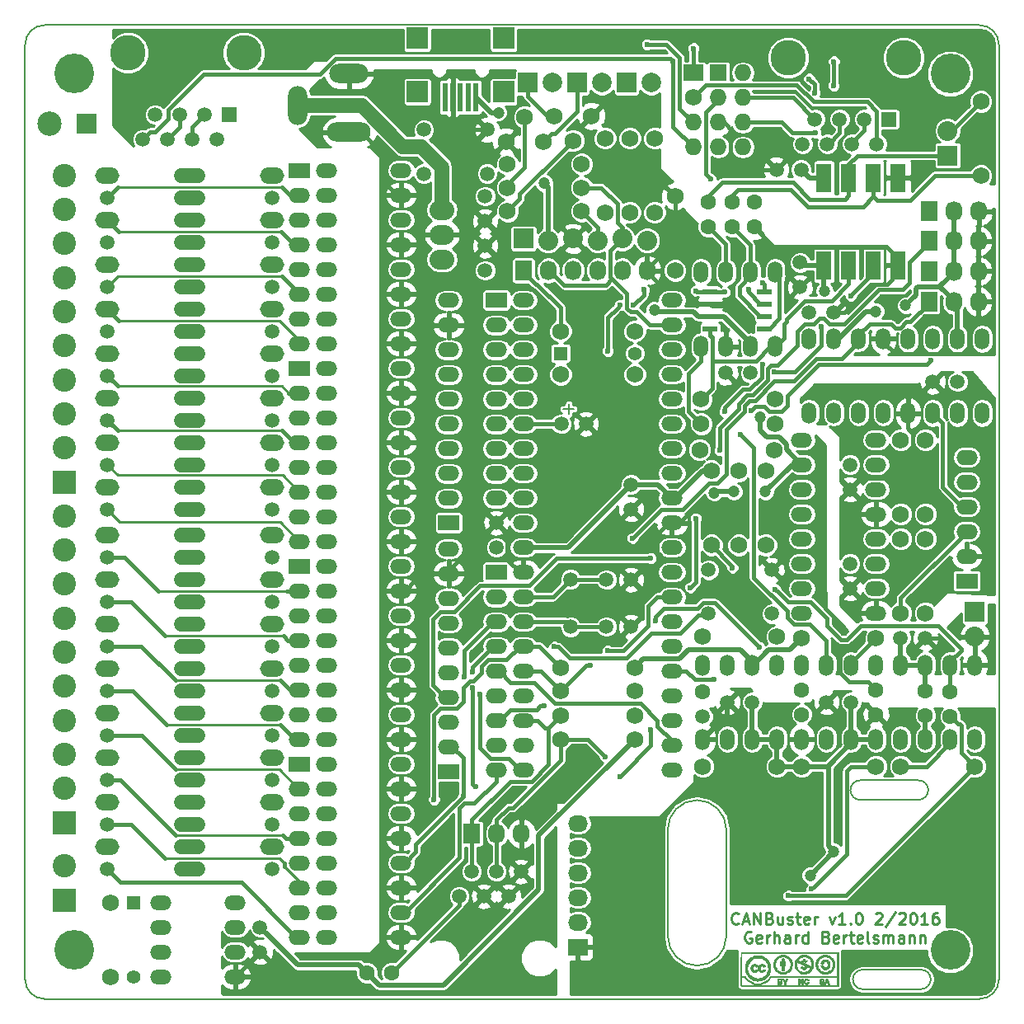
<source format=gbr>
G04 #@! TF.FileFunction,Copper,L1,Top,Signal*
%FSLAX46Y46*%
G04 Gerber Fmt 4.6, Leading zero omitted, Abs format (unit mm)*
G04 Created by KiCad (PCBNEW 4.0.2-4+6225~38~ubuntu14.04.1-stable) date Wed 24 Feb 2016 12:06:11 PM CET*
%MOMM*%
G01*
G04 APERTURE LIST*
%ADD10C,0.100000*%
%ADD11C,0.250000*%
%ADD12C,0.150000*%
%ADD13C,0.002540*%
%ADD14O,2.540000X2.032000*%
%ADD15R,1.500000X0.599440*%
%ADD16R,2.000000X2.000000*%
%ADD17C,2.000000*%
%ADD18C,1.501140*%
%ADD19R,2.032000X2.032000*%
%ADD20C,2.032000*%
%ADD21C,3.649980*%
%ADD22R,1.501140X1.501140*%
%ADD23O,2.032000X2.032000*%
%ADD24R,2.032000X1.727200*%
%ADD25C,1.727200*%
%ADD26O,1.727200X1.727200*%
%ADD27R,1.727200X1.727200*%
%ADD28C,1.600000*%
%ADD29C,1.500000*%
%ADD30O,2.032000X1.727200*%
%ADD31R,1.397000X1.397000*%
%ADD32C,1.397000*%
%ADD33C,4.064000*%
%ADD34O,1.501140X2.199640*%
%ADD35O,2.199640X1.501140*%
%ADD36R,1.727200X2.032000*%
%ADD37O,1.727200X2.032000*%
%ADD38C,2.400000*%
%ADD39R,2.400000X2.400000*%
%ADD40R,2.199640X1.524000*%
%ADD41O,2.199640X1.524000*%
%ADD42R,2.197100X1.524000*%
%ADD43O,2.197100X1.524000*%
%ADD44O,2.500000X1.700000*%
%ADD45C,2.500000*%
%ADD46R,2.000000X1.998980*%
%ADD47R,2.197100X2.197100*%
%ADD48R,0.497840X3.000000*%
%ADD49R,1.500000X3.000000*%
%ADD50O,1.998980X4.000500*%
%ADD51O,4.000500X1.998980*%
%ADD52O,4.500880X1.998980*%
%ADD53C,1.750060*%
%ADD54C,1.200000*%
%ADD55C,0.600000*%
%ADD56C,0.508000*%
%ADD57C,0.381000*%
%ADD58C,1.524000*%
%ADD59C,0.254000*%
G04 APERTURE END LIST*
D10*
D11*
X143374715Y-127352571D02*
X143317572Y-127409714D01*
X143146143Y-127466857D01*
X143031857Y-127466857D01*
X142860429Y-127409714D01*
X142746143Y-127295429D01*
X142689000Y-127181143D01*
X142631857Y-126952571D01*
X142631857Y-126781143D01*
X142689000Y-126552571D01*
X142746143Y-126438286D01*
X142860429Y-126324000D01*
X143031857Y-126266857D01*
X143146143Y-126266857D01*
X143317572Y-126324000D01*
X143374715Y-126381143D01*
X143831857Y-127124000D02*
X144403286Y-127124000D01*
X143717572Y-127466857D02*
X144117572Y-126266857D01*
X144517572Y-127466857D01*
X144917571Y-127466857D02*
X144917571Y-126266857D01*
X145603286Y-127466857D01*
X145603286Y-126266857D01*
X146574714Y-126838286D02*
X146746143Y-126895429D01*
X146803286Y-126952571D01*
X146860429Y-127066857D01*
X146860429Y-127238286D01*
X146803286Y-127352571D01*
X146746143Y-127409714D01*
X146631857Y-127466857D01*
X146174714Y-127466857D01*
X146174714Y-126266857D01*
X146574714Y-126266857D01*
X146689000Y-126324000D01*
X146746143Y-126381143D01*
X146803286Y-126495429D01*
X146803286Y-126609714D01*
X146746143Y-126724000D01*
X146689000Y-126781143D01*
X146574714Y-126838286D01*
X146174714Y-126838286D01*
X147889000Y-126666857D02*
X147889000Y-127466857D01*
X147374714Y-126666857D02*
X147374714Y-127295429D01*
X147431857Y-127409714D01*
X147546143Y-127466857D01*
X147717571Y-127466857D01*
X147831857Y-127409714D01*
X147889000Y-127352571D01*
X148403285Y-127409714D02*
X148517571Y-127466857D01*
X148746143Y-127466857D01*
X148860428Y-127409714D01*
X148917571Y-127295429D01*
X148917571Y-127238286D01*
X148860428Y-127124000D01*
X148746143Y-127066857D01*
X148574714Y-127066857D01*
X148460428Y-127009714D01*
X148403285Y-126895429D01*
X148403285Y-126838286D01*
X148460428Y-126724000D01*
X148574714Y-126666857D01*
X148746143Y-126666857D01*
X148860428Y-126724000D01*
X149260429Y-126666857D02*
X149717572Y-126666857D01*
X149431857Y-126266857D02*
X149431857Y-127295429D01*
X149489000Y-127409714D01*
X149603286Y-127466857D01*
X149717572Y-127466857D01*
X150574714Y-127409714D02*
X150460428Y-127466857D01*
X150231857Y-127466857D01*
X150117571Y-127409714D01*
X150060428Y-127295429D01*
X150060428Y-126838286D01*
X150117571Y-126724000D01*
X150231857Y-126666857D01*
X150460428Y-126666857D01*
X150574714Y-126724000D01*
X150631857Y-126838286D01*
X150631857Y-126952571D01*
X150060428Y-127066857D01*
X151146142Y-127466857D02*
X151146142Y-126666857D01*
X151146142Y-126895429D02*
X151203285Y-126781143D01*
X151260428Y-126724000D01*
X151374714Y-126666857D01*
X151488999Y-126666857D01*
X152689000Y-126666857D02*
X152974714Y-127466857D01*
X153260428Y-126666857D01*
X154346143Y-127466857D02*
X153660428Y-127466857D01*
X154003286Y-127466857D02*
X154003286Y-126266857D01*
X153889000Y-126438286D01*
X153774714Y-126552571D01*
X153660428Y-126609714D01*
X154860428Y-127352571D02*
X154917571Y-127409714D01*
X154860428Y-127466857D01*
X154803285Y-127409714D01*
X154860428Y-127352571D01*
X154860428Y-127466857D01*
X155660429Y-126266857D02*
X155774714Y-126266857D01*
X155889000Y-126324000D01*
X155946143Y-126381143D01*
X156003286Y-126495429D01*
X156060429Y-126724000D01*
X156060429Y-127009714D01*
X156003286Y-127238286D01*
X155946143Y-127352571D01*
X155889000Y-127409714D01*
X155774714Y-127466857D01*
X155660429Y-127466857D01*
X155546143Y-127409714D01*
X155489000Y-127352571D01*
X155431857Y-127238286D01*
X155374714Y-127009714D01*
X155374714Y-126724000D01*
X155431857Y-126495429D01*
X155489000Y-126381143D01*
X155546143Y-126324000D01*
X155660429Y-126266857D01*
X157431857Y-126381143D02*
X157489000Y-126324000D01*
X157603286Y-126266857D01*
X157889000Y-126266857D01*
X158003286Y-126324000D01*
X158060429Y-126381143D01*
X158117572Y-126495429D01*
X158117572Y-126609714D01*
X158060429Y-126781143D01*
X157374715Y-127466857D01*
X158117572Y-127466857D01*
X159489000Y-126209714D02*
X158460429Y-127752571D01*
X159831857Y-126381143D02*
X159889000Y-126324000D01*
X160003286Y-126266857D01*
X160289000Y-126266857D01*
X160403286Y-126324000D01*
X160460429Y-126381143D01*
X160517572Y-126495429D01*
X160517572Y-126609714D01*
X160460429Y-126781143D01*
X159774715Y-127466857D01*
X160517572Y-127466857D01*
X161260429Y-126266857D02*
X161374714Y-126266857D01*
X161489000Y-126324000D01*
X161546143Y-126381143D01*
X161603286Y-126495429D01*
X161660429Y-126724000D01*
X161660429Y-127009714D01*
X161603286Y-127238286D01*
X161546143Y-127352571D01*
X161489000Y-127409714D01*
X161374714Y-127466857D01*
X161260429Y-127466857D01*
X161146143Y-127409714D01*
X161089000Y-127352571D01*
X161031857Y-127238286D01*
X160974714Y-127009714D01*
X160974714Y-126724000D01*
X161031857Y-126495429D01*
X161089000Y-126381143D01*
X161146143Y-126324000D01*
X161260429Y-126266857D01*
X162803286Y-127466857D02*
X162117571Y-127466857D01*
X162460429Y-127466857D02*
X162460429Y-126266857D01*
X162346143Y-126438286D01*
X162231857Y-126552571D01*
X162117571Y-126609714D01*
X163831857Y-126266857D02*
X163603286Y-126266857D01*
X163489000Y-126324000D01*
X163431857Y-126381143D01*
X163317571Y-126552571D01*
X163260428Y-126781143D01*
X163260428Y-127238286D01*
X163317571Y-127352571D01*
X163374714Y-127409714D01*
X163489000Y-127466857D01*
X163717571Y-127466857D01*
X163831857Y-127409714D01*
X163889000Y-127352571D01*
X163946143Y-127238286D01*
X163946143Y-126952571D01*
X163889000Y-126838286D01*
X163831857Y-126781143D01*
X163717571Y-126724000D01*
X163489000Y-126724000D01*
X163374714Y-126781143D01*
X163317571Y-126838286D01*
X163260428Y-126952571D01*
X144689002Y-128254000D02*
X144574716Y-128196857D01*
X144403287Y-128196857D01*
X144231859Y-128254000D01*
X144117573Y-128368286D01*
X144060430Y-128482571D01*
X144003287Y-128711143D01*
X144003287Y-128882571D01*
X144060430Y-129111143D01*
X144117573Y-129225429D01*
X144231859Y-129339714D01*
X144403287Y-129396857D01*
X144517573Y-129396857D01*
X144689002Y-129339714D01*
X144746145Y-129282571D01*
X144746145Y-128882571D01*
X144517573Y-128882571D01*
X145717573Y-129339714D02*
X145603287Y-129396857D01*
X145374716Y-129396857D01*
X145260430Y-129339714D01*
X145203287Y-129225429D01*
X145203287Y-128768286D01*
X145260430Y-128654000D01*
X145374716Y-128596857D01*
X145603287Y-128596857D01*
X145717573Y-128654000D01*
X145774716Y-128768286D01*
X145774716Y-128882571D01*
X145203287Y-128996857D01*
X146289001Y-129396857D02*
X146289001Y-128596857D01*
X146289001Y-128825429D02*
X146346144Y-128711143D01*
X146403287Y-128654000D01*
X146517573Y-128596857D01*
X146631858Y-128596857D01*
X147031858Y-129396857D02*
X147031858Y-128196857D01*
X147546144Y-129396857D02*
X147546144Y-128768286D01*
X147489001Y-128654000D01*
X147374715Y-128596857D01*
X147203287Y-128596857D01*
X147089001Y-128654000D01*
X147031858Y-128711143D01*
X148631858Y-129396857D02*
X148631858Y-128768286D01*
X148574715Y-128654000D01*
X148460429Y-128596857D01*
X148231858Y-128596857D01*
X148117572Y-128654000D01*
X148631858Y-129339714D02*
X148517572Y-129396857D01*
X148231858Y-129396857D01*
X148117572Y-129339714D01*
X148060429Y-129225429D01*
X148060429Y-129111143D01*
X148117572Y-128996857D01*
X148231858Y-128939714D01*
X148517572Y-128939714D01*
X148631858Y-128882571D01*
X149203286Y-129396857D02*
X149203286Y-128596857D01*
X149203286Y-128825429D02*
X149260429Y-128711143D01*
X149317572Y-128654000D01*
X149431858Y-128596857D01*
X149546143Y-128596857D01*
X150460429Y-129396857D02*
X150460429Y-128196857D01*
X150460429Y-129339714D02*
X150346143Y-129396857D01*
X150117572Y-129396857D01*
X150003286Y-129339714D01*
X149946143Y-129282571D01*
X149889000Y-129168286D01*
X149889000Y-128825429D01*
X149946143Y-128711143D01*
X150003286Y-128654000D01*
X150117572Y-128596857D01*
X150346143Y-128596857D01*
X150460429Y-128654000D01*
X152346143Y-128768286D02*
X152517572Y-128825429D01*
X152574715Y-128882571D01*
X152631858Y-128996857D01*
X152631858Y-129168286D01*
X152574715Y-129282571D01*
X152517572Y-129339714D01*
X152403286Y-129396857D01*
X151946143Y-129396857D01*
X151946143Y-128196857D01*
X152346143Y-128196857D01*
X152460429Y-128254000D01*
X152517572Y-128311143D01*
X152574715Y-128425429D01*
X152574715Y-128539714D01*
X152517572Y-128654000D01*
X152460429Y-128711143D01*
X152346143Y-128768286D01*
X151946143Y-128768286D01*
X153603286Y-129339714D02*
X153489000Y-129396857D01*
X153260429Y-129396857D01*
X153146143Y-129339714D01*
X153089000Y-129225429D01*
X153089000Y-128768286D01*
X153146143Y-128654000D01*
X153260429Y-128596857D01*
X153489000Y-128596857D01*
X153603286Y-128654000D01*
X153660429Y-128768286D01*
X153660429Y-128882571D01*
X153089000Y-128996857D01*
X154174714Y-129396857D02*
X154174714Y-128596857D01*
X154174714Y-128825429D02*
X154231857Y-128711143D01*
X154289000Y-128654000D01*
X154403286Y-128596857D01*
X154517571Y-128596857D01*
X154746143Y-128596857D02*
X155203286Y-128596857D01*
X154917571Y-128196857D02*
X154917571Y-129225429D01*
X154974714Y-129339714D01*
X155089000Y-129396857D01*
X155203286Y-129396857D01*
X156060428Y-129339714D02*
X155946142Y-129396857D01*
X155717571Y-129396857D01*
X155603285Y-129339714D01*
X155546142Y-129225429D01*
X155546142Y-128768286D01*
X155603285Y-128654000D01*
X155717571Y-128596857D01*
X155946142Y-128596857D01*
X156060428Y-128654000D01*
X156117571Y-128768286D01*
X156117571Y-128882571D01*
X155546142Y-128996857D01*
X156803285Y-129396857D02*
X156688999Y-129339714D01*
X156631856Y-129225429D01*
X156631856Y-128196857D01*
X157203284Y-129339714D02*
X157317570Y-129396857D01*
X157546142Y-129396857D01*
X157660427Y-129339714D01*
X157717570Y-129225429D01*
X157717570Y-129168286D01*
X157660427Y-129054000D01*
X157546142Y-128996857D01*
X157374713Y-128996857D01*
X157260427Y-128939714D01*
X157203284Y-128825429D01*
X157203284Y-128768286D01*
X157260427Y-128654000D01*
X157374713Y-128596857D01*
X157546142Y-128596857D01*
X157660427Y-128654000D01*
X158231856Y-129396857D02*
X158231856Y-128596857D01*
X158231856Y-128711143D02*
X158288999Y-128654000D01*
X158403285Y-128596857D01*
X158574713Y-128596857D01*
X158688999Y-128654000D01*
X158746142Y-128768286D01*
X158746142Y-129396857D01*
X158746142Y-128768286D02*
X158803285Y-128654000D01*
X158917571Y-128596857D01*
X159088999Y-128596857D01*
X159203285Y-128654000D01*
X159260428Y-128768286D01*
X159260428Y-129396857D01*
X160346142Y-129396857D02*
X160346142Y-128768286D01*
X160288999Y-128654000D01*
X160174713Y-128596857D01*
X159946142Y-128596857D01*
X159831856Y-128654000D01*
X160346142Y-129339714D02*
X160231856Y-129396857D01*
X159946142Y-129396857D01*
X159831856Y-129339714D01*
X159774713Y-129225429D01*
X159774713Y-129111143D01*
X159831856Y-128996857D01*
X159946142Y-128939714D01*
X160231856Y-128939714D01*
X160346142Y-128882571D01*
X160917570Y-128596857D02*
X160917570Y-129396857D01*
X160917570Y-128711143D02*
X160974713Y-128654000D01*
X161088999Y-128596857D01*
X161260427Y-128596857D01*
X161374713Y-128654000D01*
X161431856Y-128768286D01*
X161431856Y-129396857D01*
X162003284Y-128596857D02*
X162003284Y-129396857D01*
X162003284Y-128711143D02*
X162060427Y-128654000D01*
X162174713Y-128596857D01*
X162346141Y-128596857D01*
X162460427Y-128654000D01*
X162517570Y-128768286D01*
X162517570Y-129396857D01*
D12*
X156104000Y-132128000D02*
G75*
G03X155104000Y-133128000I0J-1000000D01*
G01*
X155104000Y-133128000D02*
G75*
G03X156104000Y-134128000I1000000J0D01*
G01*
X163104000Y-133128000D02*
G75*
G03X162104000Y-132128000I-1000000J0D01*
G01*
X162104000Y-134128000D02*
G75*
G03X163104000Y-133128000I0J1000000D01*
G01*
X162104000Y-134128000D02*
X156104000Y-134128000D01*
X156104000Y-132128000D02*
X162104000Y-132128000D01*
X155850000Y-112683000D02*
X161850000Y-112683000D01*
X161850000Y-114683000D02*
X155850000Y-114683000D01*
X161850000Y-114683000D02*
G75*
G03X162850000Y-113683000I0J1000000D01*
G01*
X162850000Y-113683000D02*
G75*
G03X161850000Y-112683000I-1000000J0D01*
G01*
X154850000Y-113683000D02*
G75*
G03X155850000Y-114683000I1000000J0D01*
G01*
X155850000Y-112683000D02*
G75*
G03X154850000Y-113683000I0J-1000000D01*
G01*
X136104000Y-117715000D02*
X136104000Y-128715000D01*
X142104000Y-117715000D02*
X142104000Y-128715000D01*
X139104000Y-131715000D02*
G75*
G03X142104000Y-128715000I0J3000000D01*
G01*
X136104000Y-128715000D02*
G75*
G03X139104000Y-131715000I3000000J0D01*
G01*
X142104000Y-117715000D02*
G75*
G03X139104000Y-114715000I-3000000J0D01*
G01*
X139104000Y-114715000D02*
G75*
G03X136104000Y-117715000I0J-3000000D01*
G01*
X70104000Y-37128000D02*
X70104000Y-133128000D01*
X168104000Y-35128000D02*
X72104000Y-35128000D01*
X170104000Y-133128000D02*
X170104000Y-37128000D01*
X72104000Y-135128000D02*
X168104000Y-135128000D01*
X72104000Y-35128000D02*
G75*
G03X70104000Y-37128000I0J-2000000D01*
G01*
X170104000Y-37128000D02*
G75*
G03X168104000Y-35128000I-2000000J0D01*
G01*
X168104000Y-135128000D02*
G75*
G03X170104000Y-133128000I0J2000000D01*
G01*
X70104000Y-133128000D02*
G75*
G03X72104000Y-135128000I2000000J0D01*
G01*
X125361700Y-74549000D02*
X126428500Y-74549000D01*
X125920500Y-74041000D02*
X125920500Y-75082400D01*
D13*
G36*
X153588720Y-133830060D02*
X153499820Y-133830060D01*
X153499820Y-132778500D01*
X153499820Y-131630420D01*
X153499820Y-130479800D01*
X153469340Y-130449320D01*
X153441400Y-130421380D01*
X148590000Y-130421380D01*
X143738600Y-130421380D01*
X143710660Y-130449320D01*
X143680180Y-130479800D01*
X143680180Y-131630420D01*
X143680180Y-132778500D01*
X143857980Y-132778500D01*
X144035780Y-132778500D01*
X144101820Y-132880100D01*
X144198340Y-133012180D01*
X144310100Y-133131560D01*
X144434560Y-133238240D01*
X144571720Y-133332220D01*
X144716500Y-133410960D01*
X144871440Y-133471920D01*
X145034000Y-133517640D01*
X145163540Y-133537960D01*
X145229580Y-133543040D01*
X145310860Y-133545580D01*
X145397220Y-133543040D01*
X145483580Y-133535420D01*
X145562320Y-133527800D01*
X145608040Y-133520180D01*
X145778220Y-133474460D01*
X145935700Y-133416040D01*
X146085560Y-133337300D01*
X146222720Y-133243320D01*
X146352260Y-133129020D01*
X146405600Y-133075680D01*
X146448780Y-133027420D01*
X146494500Y-132971540D01*
X146535140Y-132918200D01*
X146560540Y-132880100D01*
X146626580Y-132781040D01*
X150060660Y-132778500D01*
X153499820Y-132778500D01*
X153499820Y-133830060D01*
X153489660Y-133830060D01*
X153489660Y-133748780D01*
X153489660Y-133309360D01*
X153489660Y-132869940D01*
X150088600Y-132869940D01*
X146692620Y-132869940D01*
X146629120Y-132961380D01*
X146552920Y-133068060D01*
X146479260Y-133162040D01*
X146400520Y-133240780D01*
X146319240Y-133306820D01*
X146227800Y-133370320D01*
X146159220Y-133410960D01*
X146050000Y-133466840D01*
X145953480Y-133512560D01*
X145862040Y-133548120D01*
X145768060Y-133578600D01*
X145671540Y-133604000D01*
X145666460Y-133604000D01*
X145521680Y-133629400D01*
X145389600Y-133642100D01*
X145260060Y-133642100D01*
X145127980Y-133629400D01*
X144993360Y-133604000D01*
X144840960Y-133558280D01*
X144688560Y-133492240D01*
X144531080Y-133408420D01*
X144373600Y-133304280D01*
X144320260Y-133266180D01*
X144279620Y-133233160D01*
X144233900Y-133187440D01*
X144183100Y-133136640D01*
X144129760Y-133080760D01*
X144081500Y-133024880D01*
X144038320Y-132974080D01*
X144005300Y-132928360D01*
X143990060Y-132900420D01*
X143972280Y-132869940D01*
X143822420Y-132869940D01*
X143670020Y-132869940D01*
X143670020Y-133309360D01*
X143670020Y-133748780D01*
X148582380Y-133748780D01*
X153489660Y-133748780D01*
X153489660Y-133830060D01*
X148595080Y-133830060D01*
X143603980Y-133830060D01*
X143596360Y-133685280D01*
X143596360Y-133657340D01*
X143593820Y-133611620D01*
X143593820Y-133548120D01*
X143593820Y-133469380D01*
X143593820Y-133377940D01*
X143591280Y-133276340D01*
X143591280Y-133159500D01*
X143591280Y-133035040D01*
X143591280Y-132902960D01*
X143591280Y-132760720D01*
X143591280Y-132613400D01*
X143591280Y-132461000D01*
X143591280Y-132306060D01*
X143591280Y-132148580D01*
X143593820Y-131993640D01*
X143593820Y-131833620D01*
X143593820Y-131676140D01*
X143593820Y-131523740D01*
X143593820Y-131371340D01*
X143596360Y-131226560D01*
X143596360Y-131089400D01*
X143596360Y-130959860D01*
X143596360Y-130837940D01*
X143598900Y-130726180D01*
X143598900Y-130627120D01*
X143598900Y-130540760D01*
X143601440Y-130467100D01*
X143601440Y-130411220D01*
X143601440Y-130370580D01*
X143603980Y-130347720D01*
X143603980Y-130345180D01*
X143614140Y-130342640D01*
X143644620Y-130342640D01*
X143692880Y-130342640D01*
X143758920Y-130342640D01*
X143840200Y-130342640D01*
X143941800Y-130342640D01*
X144056100Y-130340100D01*
X144185640Y-130340100D01*
X144330420Y-130340100D01*
X144487900Y-130340100D01*
X144658080Y-130340100D01*
X144838420Y-130340100D01*
X145031460Y-130337560D01*
X145234660Y-130337560D01*
X145448020Y-130337560D01*
X145671540Y-130337560D01*
X145902680Y-130337560D01*
X146138900Y-130337560D01*
X146385280Y-130337560D01*
X146636740Y-130337560D01*
X146893280Y-130335020D01*
X147152360Y-130335020D01*
X147419060Y-130335020D01*
X147685760Y-130335020D01*
X147957540Y-130335020D01*
X148229320Y-130335020D01*
X148501100Y-130335020D01*
X148772880Y-130335020D01*
X149044660Y-130335020D01*
X149316440Y-130335020D01*
X149585680Y-130335020D01*
X149852380Y-130335020D01*
X150114000Y-130335020D01*
X150373080Y-130335020D01*
X150627080Y-130335020D01*
X150876000Y-130335020D01*
X151117300Y-130335020D01*
X151353520Y-130335020D01*
X151579580Y-130335020D01*
X151798020Y-130335020D01*
X152006300Y-130335020D01*
X152204420Y-130335020D01*
X152394920Y-130335020D01*
X152570180Y-130335020D01*
X152735280Y-130335020D01*
X152885140Y-130335020D01*
X153022300Y-130335020D01*
X153146760Y-130335020D01*
X153253440Y-130335020D01*
X153344880Y-130337560D01*
X153421080Y-130337560D01*
X153479500Y-130337560D01*
X153517600Y-130337560D01*
X153540460Y-130337560D01*
X153543000Y-130337560D01*
X153588720Y-130342640D01*
X153588720Y-132085080D01*
X153588720Y-133830060D01*
X153588720Y-133830060D01*
X153588720Y-133830060D01*
G37*
X153588720Y-133830060D02*
X153499820Y-133830060D01*
X153499820Y-132778500D01*
X153499820Y-131630420D01*
X153499820Y-130479800D01*
X153469340Y-130449320D01*
X153441400Y-130421380D01*
X148590000Y-130421380D01*
X143738600Y-130421380D01*
X143710660Y-130449320D01*
X143680180Y-130479800D01*
X143680180Y-131630420D01*
X143680180Y-132778500D01*
X143857980Y-132778500D01*
X144035780Y-132778500D01*
X144101820Y-132880100D01*
X144198340Y-133012180D01*
X144310100Y-133131560D01*
X144434560Y-133238240D01*
X144571720Y-133332220D01*
X144716500Y-133410960D01*
X144871440Y-133471920D01*
X145034000Y-133517640D01*
X145163540Y-133537960D01*
X145229580Y-133543040D01*
X145310860Y-133545580D01*
X145397220Y-133543040D01*
X145483580Y-133535420D01*
X145562320Y-133527800D01*
X145608040Y-133520180D01*
X145778220Y-133474460D01*
X145935700Y-133416040D01*
X146085560Y-133337300D01*
X146222720Y-133243320D01*
X146352260Y-133129020D01*
X146405600Y-133075680D01*
X146448780Y-133027420D01*
X146494500Y-132971540D01*
X146535140Y-132918200D01*
X146560540Y-132880100D01*
X146626580Y-132781040D01*
X150060660Y-132778500D01*
X153499820Y-132778500D01*
X153499820Y-133830060D01*
X153489660Y-133830060D01*
X153489660Y-133748780D01*
X153489660Y-133309360D01*
X153489660Y-132869940D01*
X150088600Y-132869940D01*
X146692620Y-132869940D01*
X146629120Y-132961380D01*
X146552920Y-133068060D01*
X146479260Y-133162040D01*
X146400520Y-133240780D01*
X146319240Y-133306820D01*
X146227800Y-133370320D01*
X146159220Y-133410960D01*
X146050000Y-133466840D01*
X145953480Y-133512560D01*
X145862040Y-133548120D01*
X145768060Y-133578600D01*
X145671540Y-133604000D01*
X145666460Y-133604000D01*
X145521680Y-133629400D01*
X145389600Y-133642100D01*
X145260060Y-133642100D01*
X145127980Y-133629400D01*
X144993360Y-133604000D01*
X144840960Y-133558280D01*
X144688560Y-133492240D01*
X144531080Y-133408420D01*
X144373600Y-133304280D01*
X144320260Y-133266180D01*
X144279620Y-133233160D01*
X144233900Y-133187440D01*
X144183100Y-133136640D01*
X144129760Y-133080760D01*
X144081500Y-133024880D01*
X144038320Y-132974080D01*
X144005300Y-132928360D01*
X143990060Y-132900420D01*
X143972280Y-132869940D01*
X143822420Y-132869940D01*
X143670020Y-132869940D01*
X143670020Y-133309360D01*
X143670020Y-133748780D01*
X148582380Y-133748780D01*
X153489660Y-133748780D01*
X153489660Y-133830060D01*
X148595080Y-133830060D01*
X143603980Y-133830060D01*
X143596360Y-133685280D01*
X143596360Y-133657340D01*
X143593820Y-133611620D01*
X143593820Y-133548120D01*
X143593820Y-133469380D01*
X143593820Y-133377940D01*
X143591280Y-133276340D01*
X143591280Y-133159500D01*
X143591280Y-133035040D01*
X143591280Y-132902960D01*
X143591280Y-132760720D01*
X143591280Y-132613400D01*
X143591280Y-132461000D01*
X143591280Y-132306060D01*
X143591280Y-132148580D01*
X143593820Y-131993640D01*
X143593820Y-131833620D01*
X143593820Y-131676140D01*
X143593820Y-131523740D01*
X143593820Y-131371340D01*
X143596360Y-131226560D01*
X143596360Y-131089400D01*
X143596360Y-130959860D01*
X143596360Y-130837940D01*
X143598900Y-130726180D01*
X143598900Y-130627120D01*
X143598900Y-130540760D01*
X143601440Y-130467100D01*
X143601440Y-130411220D01*
X143601440Y-130370580D01*
X143603980Y-130347720D01*
X143603980Y-130345180D01*
X143614140Y-130342640D01*
X143644620Y-130342640D01*
X143692880Y-130342640D01*
X143758920Y-130342640D01*
X143840200Y-130342640D01*
X143941800Y-130342640D01*
X144056100Y-130340100D01*
X144185640Y-130340100D01*
X144330420Y-130340100D01*
X144487900Y-130340100D01*
X144658080Y-130340100D01*
X144838420Y-130340100D01*
X145031460Y-130337560D01*
X145234660Y-130337560D01*
X145448020Y-130337560D01*
X145671540Y-130337560D01*
X145902680Y-130337560D01*
X146138900Y-130337560D01*
X146385280Y-130337560D01*
X146636740Y-130337560D01*
X146893280Y-130335020D01*
X147152360Y-130335020D01*
X147419060Y-130335020D01*
X147685760Y-130335020D01*
X147957540Y-130335020D01*
X148229320Y-130335020D01*
X148501100Y-130335020D01*
X148772880Y-130335020D01*
X149044660Y-130335020D01*
X149316440Y-130335020D01*
X149585680Y-130335020D01*
X149852380Y-130335020D01*
X150114000Y-130335020D01*
X150373080Y-130335020D01*
X150627080Y-130335020D01*
X150876000Y-130335020D01*
X151117300Y-130335020D01*
X151353520Y-130335020D01*
X151579580Y-130335020D01*
X151798020Y-130335020D01*
X152006300Y-130335020D01*
X152204420Y-130335020D01*
X152394920Y-130335020D01*
X152570180Y-130335020D01*
X152735280Y-130335020D01*
X152885140Y-130335020D01*
X153022300Y-130335020D01*
X153146760Y-130335020D01*
X153253440Y-130335020D01*
X153344880Y-130337560D01*
X153421080Y-130337560D01*
X153479500Y-130337560D01*
X153517600Y-130337560D01*
X153540460Y-130337560D01*
X153543000Y-130337560D01*
X153588720Y-130342640D01*
X153588720Y-132085080D01*
X153588720Y-133830060D01*
X153588720Y-133830060D01*
G36*
X150578820Y-133398260D02*
X150573740Y-133426200D01*
X150548340Y-133497320D01*
X150510240Y-133550660D01*
X150459440Y-133591300D01*
X150398480Y-133614160D01*
X150327360Y-133621780D01*
X150284180Y-133616700D01*
X150230840Y-133606540D01*
X150190200Y-133586220D01*
X150149560Y-133553200D01*
X150131780Y-133535420D01*
X150093680Y-133479540D01*
X150068280Y-133413500D01*
X150060660Y-133344920D01*
X150065740Y-133273800D01*
X150083520Y-133205220D01*
X150119080Y-133144260D01*
X150139400Y-133118860D01*
X150192740Y-133078220D01*
X150253700Y-133052820D01*
X150317200Y-133042660D01*
X150380700Y-133047740D01*
X150439120Y-133065520D01*
X150492460Y-133098540D01*
X150535640Y-133144260D01*
X150548340Y-133169660D01*
X150561040Y-133197600D01*
X150568660Y-133223000D01*
X150568660Y-133228080D01*
X150566120Y-133240780D01*
X150555960Y-133245860D01*
X150533100Y-133248400D01*
X150515320Y-133248400D01*
X150482300Y-133248400D01*
X150464520Y-133243320D01*
X150451820Y-133233160D01*
X150444200Y-133217920D01*
X150413720Y-133179820D01*
X150375620Y-133159500D01*
X150332440Y-133149340D01*
X150289260Y-133156960D01*
X150248620Y-133177280D01*
X150215600Y-133212840D01*
X150205440Y-133233160D01*
X150192740Y-133273800D01*
X150187660Y-133327140D01*
X150190200Y-133380480D01*
X150200360Y-133426200D01*
X150205440Y-133436360D01*
X150235920Y-133479540D01*
X150276560Y-133504940D01*
X150322280Y-133517640D01*
X150368000Y-133512560D01*
X150388320Y-133502400D01*
X150416260Y-133482080D01*
X150436580Y-133451600D01*
X150449280Y-133421120D01*
X150449280Y-133413500D01*
X150451820Y-133405880D01*
X150467060Y-133400800D01*
X150495000Y-133398260D01*
X150512780Y-133398260D01*
X150578820Y-133398260D01*
X150578820Y-133398260D01*
X150578820Y-133398260D01*
G37*
X150578820Y-133398260D02*
X150573740Y-133426200D01*
X150548340Y-133497320D01*
X150510240Y-133550660D01*
X150459440Y-133591300D01*
X150398480Y-133614160D01*
X150327360Y-133621780D01*
X150284180Y-133616700D01*
X150230840Y-133606540D01*
X150190200Y-133586220D01*
X150149560Y-133553200D01*
X150131780Y-133535420D01*
X150093680Y-133479540D01*
X150068280Y-133413500D01*
X150060660Y-133344920D01*
X150065740Y-133273800D01*
X150083520Y-133205220D01*
X150119080Y-133144260D01*
X150139400Y-133118860D01*
X150192740Y-133078220D01*
X150253700Y-133052820D01*
X150317200Y-133042660D01*
X150380700Y-133047740D01*
X150439120Y-133065520D01*
X150492460Y-133098540D01*
X150535640Y-133144260D01*
X150548340Y-133169660D01*
X150561040Y-133197600D01*
X150568660Y-133223000D01*
X150568660Y-133228080D01*
X150566120Y-133240780D01*
X150555960Y-133245860D01*
X150533100Y-133248400D01*
X150515320Y-133248400D01*
X150482300Y-133248400D01*
X150464520Y-133243320D01*
X150451820Y-133233160D01*
X150444200Y-133217920D01*
X150413720Y-133179820D01*
X150375620Y-133159500D01*
X150332440Y-133149340D01*
X150289260Y-133156960D01*
X150248620Y-133177280D01*
X150215600Y-133212840D01*
X150205440Y-133233160D01*
X150192740Y-133273800D01*
X150187660Y-133327140D01*
X150190200Y-133380480D01*
X150200360Y-133426200D01*
X150205440Y-133436360D01*
X150235920Y-133479540D01*
X150276560Y-133504940D01*
X150322280Y-133517640D01*
X150368000Y-133512560D01*
X150388320Y-133502400D01*
X150416260Y-133482080D01*
X150436580Y-133451600D01*
X150449280Y-133421120D01*
X150449280Y-133413500D01*
X150451820Y-133405880D01*
X150467060Y-133400800D01*
X150495000Y-133398260D01*
X150512780Y-133398260D01*
X150578820Y-133398260D01*
X150578820Y-133398260D01*
G36*
X152128220Y-133469380D02*
X152118060Y-133507480D01*
X152095200Y-133543040D01*
X152087580Y-133553200D01*
X152049480Y-133586220D01*
X151996140Y-133609080D01*
X151935180Y-133621780D01*
X151871680Y-133621780D01*
X151864060Y-133621780D01*
X151792940Y-133606540D01*
X151737060Y-133576060D01*
X151696420Y-133535420D01*
X151671020Y-133482080D01*
X151668480Y-133477000D01*
X151663400Y-133446520D01*
X151668480Y-133428740D01*
X151686260Y-133421120D01*
X151719280Y-133421120D01*
X151729440Y-133421120D01*
X151759920Y-133423660D01*
X151777700Y-133428740D01*
X151787860Y-133441440D01*
X151792940Y-133459220D01*
X151813260Y-133492240D01*
X151846280Y-133517640D01*
X151889460Y-133527800D01*
X151937720Y-133522720D01*
X151965660Y-133515100D01*
X151996140Y-133497320D01*
X152008840Y-133474460D01*
X152006300Y-133446520D01*
X151998680Y-133431280D01*
X151983440Y-133418580D01*
X151958040Y-133405880D01*
X151919940Y-133390640D01*
X151866600Y-133372860D01*
X151838660Y-133365240D01*
X151790400Y-133350000D01*
X151757380Y-133334760D01*
X151734520Y-133319520D01*
X151721820Y-133304280D01*
X151691340Y-133258560D01*
X151681180Y-133215380D01*
X151686260Y-133169660D01*
X151706580Y-133129020D01*
X151739600Y-133093460D01*
X151782780Y-133065520D01*
X151833580Y-133047740D01*
X151892000Y-133042660D01*
X151947880Y-133047740D01*
X152011380Y-133068060D01*
X152059640Y-133096000D01*
X152090120Y-133136640D01*
X152105360Y-133187440D01*
X152105360Y-133187440D01*
X152110440Y-133228080D01*
X152054560Y-133228080D01*
X152021540Y-133228080D01*
X152003760Y-133223000D01*
X151993600Y-133215380D01*
X151985980Y-133197600D01*
X151968200Y-133167120D01*
X151935180Y-133149340D01*
X151897080Y-133139180D01*
X151858980Y-133144260D01*
X151825960Y-133159500D01*
X151823420Y-133164580D01*
X151805640Y-133184900D01*
X151800560Y-133202680D01*
X151810720Y-133220460D01*
X151815800Y-133228080D01*
X151838660Y-133240780D01*
X151879300Y-133258560D01*
X151937720Y-133276340D01*
X151942800Y-133276340D01*
X152008840Y-133299200D01*
X152059640Y-133319520D01*
X152092660Y-133344920D01*
X152115520Y-133375400D01*
X152125680Y-133413500D01*
X152125680Y-133421120D01*
X152128220Y-133469380D01*
X152128220Y-133469380D01*
X152128220Y-133469380D01*
G37*
X152128220Y-133469380D02*
X152118060Y-133507480D01*
X152095200Y-133543040D01*
X152087580Y-133553200D01*
X152049480Y-133586220D01*
X151996140Y-133609080D01*
X151935180Y-133621780D01*
X151871680Y-133621780D01*
X151864060Y-133621780D01*
X151792940Y-133606540D01*
X151737060Y-133576060D01*
X151696420Y-133535420D01*
X151671020Y-133482080D01*
X151668480Y-133477000D01*
X151663400Y-133446520D01*
X151668480Y-133428740D01*
X151686260Y-133421120D01*
X151719280Y-133421120D01*
X151729440Y-133421120D01*
X151759920Y-133423660D01*
X151777700Y-133428740D01*
X151787860Y-133441440D01*
X151792940Y-133459220D01*
X151813260Y-133492240D01*
X151846280Y-133517640D01*
X151889460Y-133527800D01*
X151937720Y-133522720D01*
X151965660Y-133515100D01*
X151996140Y-133497320D01*
X152008840Y-133474460D01*
X152006300Y-133446520D01*
X151998680Y-133431280D01*
X151983440Y-133418580D01*
X151958040Y-133405880D01*
X151919940Y-133390640D01*
X151866600Y-133372860D01*
X151838660Y-133365240D01*
X151790400Y-133350000D01*
X151757380Y-133334760D01*
X151734520Y-133319520D01*
X151721820Y-133304280D01*
X151691340Y-133258560D01*
X151681180Y-133215380D01*
X151686260Y-133169660D01*
X151706580Y-133129020D01*
X151739600Y-133093460D01*
X151782780Y-133065520D01*
X151833580Y-133047740D01*
X151892000Y-133042660D01*
X151947880Y-133047740D01*
X152011380Y-133068060D01*
X152059640Y-133096000D01*
X152090120Y-133136640D01*
X152105360Y-133187440D01*
X152105360Y-133187440D01*
X152110440Y-133228080D01*
X152054560Y-133228080D01*
X152021540Y-133228080D01*
X152003760Y-133223000D01*
X151993600Y-133215380D01*
X151985980Y-133197600D01*
X151968200Y-133167120D01*
X151935180Y-133149340D01*
X151897080Y-133139180D01*
X151858980Y-133144260D01*
X151825960Y-133159500D01*
X151823420Y-133164580D01*
X151805640Y-133184900D01*
X151800560Y-133202680D01*
X151810720Y-133220460D01*
X151815800Y-133228080D01*
X151838660Y-133240780D01*
X151879300Y-133258560D01*
X151937720Y-133276340D01*
X151942800Y-133276340D01*
X152008840Y-133299200D01*
X152059640Y-133319520D01*
X152092660Y-133344920D01*
X152115520Y-133375400D01*
X152125680Y-133413500D01*
X152125680Y-133421120D01*
X152128220Y-133469380D01*
X152128220Y-133469380D01*
G36*
X147828000Y-133469380D02*
X147812760Y-133520180D01*
X147779740Y-133563360D01*
X147736560Y-133588760D01*
X147718780Y-133596380D01*
X147701000Y-133601460D01*
X147701000Y-133438900D01*
X147698460Y-133408420D01*
X147685760Y-133388100D01*
X147680680Y-133385560D01*
X147680680Y-133210300D01*
X147670520Y-133182360D01*
X147665440Y-133174740D01*
X147650200Y-133164580D01*
X147622260Y-133159500D01*
X147581620Y-133159500D01*
X147571460Y-133159500D01*
X147492720Y-133159500D01*
X147490180Y-133189980D01*
X147487640Y-133223000D01*
X147490180Y-133250940D01*
X147492720Y-133266180D01*
X147497800Y-133273800D01*
X147513040Y-133278880D01*
X147540980Y-133278880D01*
X147563840Y-133278880D01*
X147614640Y-133276340D01*
X147650200Y-133268720D01*
X147657820Y-133263640D01*
X147675600Y-133240780D01*
X147680680Y-133210300D01*
X147680680Y-133385560D01*
X147660360Y-133375400D01*
X147622260Y-133370320D01*
X147574000Y-133367780D01*
X147490180Y-133367780D01*
X147490180Y-133438900D01*
X147490180Y-133510020D01*
X147579080Y-133510020D01*
X147624800Y-133507480D01*
X147655280Y-133504940D01*
X147675600Y-133497320D01*
X147683220Y-133492240D01*
X147698460Y-133466840D01*
X147701000Y-133438900D01*
X147701000Y-133601460D01*
X147695920Y-133601460D01*
X147667980Y-133606540D01*
X147629880Y-133606540D01*
X147576540Y-133609080D01*
X147528280Y-133609080D01*
X147360640Y-133609080D01*
X147360640Y-133334760D01*
X147360640Y-133057900D01*
X147525740Y-133057900D01*
X147599400Y-133060440D01*
X147652740Y-133060440D01*
X147695920Y-133065520D01*
X147726400Y-133073140D01*
X147749260Y-133083300D01*
X147767040Y-133098540D01*
X147774660Y-133106160D01*
X147789900Y-133134100D01*
X147797520Y-133172200D01*
X147800060Y-133212840D01*
X147797520Y-133233160D01*
X147784820Y-133258560D01*
X147764500Y-133283960D01*
X147761960Y-133286500D01*
X147746720Y-133304280D01*
X147744180Y-133314440D01*
X147751800Y-133316980D01*
X147777200Y-133334760D01*
X147805140Y-133362700D01*
X147822920Y-133398260D01*
X147825460Y-133413500D01*
X147828000Y-133469380D01*
X147828000Y-133469380D01*
X147828000Y-133469380D01*
G37*
X147828000Y-133469380D02*
X147812760Y-133520180D01*
X147779740Y-133563360D01*
X147736560Y-133588760D01*
X147718780Y-133596380D01*
X147701000Y-133601460D01*
X147701000Y-133438900D01*
X147698460Y-133408420D01*
X147685760Y-133388100D01*
X147680680Y-133385560D01*
X147680680Y-133210300D01*
X147670520Y-133182360D01*
X147665440Y-133174740D01*
X147650200Y-133164580D01*
X147622260Y-133159500D01*
X147581620Y-133159500D01*
X147571460Y-133159500D01*
X147492720Y-133159500D01*
X147490180Y-133189980D01*
X147487640Y-133223000D01*
X147490180Y-133250940D01*
X147492720Y-133266180D01*
X147497800Y-133273800D01*
X147513040Y-133278880D01*
X147540980Y-133278880D01*
X147563840Y-133278880D01*
X147614640Y-133276340D01*
X147650200Y-133268720D01*
X147657820Y-133263640D01*
X147675600Y-133240780D01*
X147680680Y-133210300D01*
X147680680Y-133385560D01*
X147660360Y-133375400D01*
X147622260Y-133370320D01*
X147574000Y-133367780D01*
X147490180Y-133367780D01*
X147490180Y-133438900D01*
X147490180Y-133510020D01*
X147579080Y-133510020D01*
X147624800Y-133507480D01*
X147655280Y-133504940D01*
X147675600Y-133497320D01*
X147683220Y-133492240D01*
X147698460Y-133466840D01*
X147701000Y-133438900D01*
X147701000Y-133601460D01*
X147695920Y-133601460D01*
X147667980Y-133606540D01*
X147629880Y-133606540D01*
X147576540Y-133609080D01*
X147528280Y-133609080D01*
X147360640Y-133609080D01*
X147360640Y-133334760D01*
X147360640Y-133057900D01*
X147525740Y-133057900D01*
X147599400Y-133060440D01*
X147652740Y-133060440D01*
X147695920Y-133065520D01*
X147726400Y-133073140D01*
X147749260Y-133083300D01*
X147767040Y-133098540D01*
X147774660Y-133106160D01*
X147789900Y-133134100D01*
X147797520Y-133172200D01*
X147800060Y-133212840D01*
X147797520Y-133233160D01*
X147784820Y-133258560D01*
X147764500Y-133283960D01*
X147761960Y-133286500D01*
X147746720Y-133304280D01*
X147744180Y-133314440D01*
X147751800Y-133316980D01*
X147777200Y-133334760D01*
X147805140Y-133362700D01*
X147822920Y-133398260D01*
X147825460Y-133413500D01*
X147828000Y-133469380D01*
X147828000Y-133469380D01*
G36*
X148379180Y-133057900D02*
X148275040Y-133233160D01*
X148170900Y-133408420D01*
X148170900Y-133507480D01*
X148170900Y-133609080D01*
X148112480Y-133609080D01*
X148051520Y-133609080D01*
X148051520Y-133502400D01*
X148051520Y-133395720D01*
X147955000Y-133235700D01*
X147924520Y-133184900D01*
X147896580Y-133139180D01*
X147876260Y-133101080D01*
X147861020Y-133078220D01*
X147853400Y-133065520D01*
X147861020Y-133062980D01*
X147883880Y-133060440D01*
X147916900Y-133057900D01*
X147919440Y-133057900D01*
X147990560Y-133057900D01*
X148051520Y-133164580D01*
X148079460Y-133212840D01*
X148099780Y-133243320D01*
X148115020Y-133258560D01*
X148122640Y-133258560D01*
X148130260Y-133243320D01*
X148145500Y-133217920D01*
X148168360Y-133179820D01*
X148183600Y-133154420D01*
X148236940Y-133062980D01*
X148308060Y-133060440D01*
X148379180Y-133057900D01*
X148379180Y-133057900D01*
X148379180Y-133057900D01*
G37*
X148379180Y-133057900D02*
X148275040Y-133233160D01*
X148170900Y-133408420D01*
X148170900Y-133507480D01*
X148170900Y-133609080D01*
X148112480Y-133609080D01*
X148051520Y-133609080D01*
X148051520Y-133502400D01*
X148051520Y-133395720D01*
X147955000Y-133235700D01*
X147924520Y-133184900D01*
X147896580Y-133139180D01*
X147876260Y-133101080D01*
X147861020Y-133078220D01*
X147853400Y-133065520D01*
X147861020Y-133062980D01*
X147883880Y-133060440D01*
X147916900Y-133057900D01*
X147919440Y-133057900D01*
X147990560Y-133057900D01*
X148051520Y-133164580D01*
X148079460Y-133212840D01*
X148099780Y-133243320D01*
X148115020Y-133258560D01*
X148122640Y-133258560D01*
X148130260Y-133243320D01*
X148145500Y-133217920D01*
X148168360Y-133179820D01*
X148183600Y-133154420D01*
X148236940Y-133062980D01*
X148308060Y-133060440D01*
X148379180Y-133057900D01*
X148379180Y-133057900D01*
G36*
X149979380Y-133609080D02*
X149915880Y-133609080D01*
X149854920Y-133609080D01*
X149743160Y-133431280D01*
X149633940Y-133256020D01*
X149631400Y-133433820D01*
X149628860Y-133609080D01*
X149567900Y-133609080D01*
X149509480Y-133609080D01*
X149509480Y-133334760D01*
X149509480Y-133057900D01*
X149572980Y-133057900D01*
X149636480Y-133057900D01*
X149743160Y-133233160D01*
X149776180Y-133286500D01*
X149806660Y-133332220D01*
X149829520Y-133367780D01*
X149847300Y-133393180D01*
X149854920Y-133403340D01*
X149857460Y-133403340D01*
X149857460Y-133393180D01*
X149860000Y-133365240D01*
X149860000Y-133324600D01*
X149860000Y-133273800D01*
X149860000Y-133230620D01*
X149857460Y-133057900D01*
X149918420Y-133057900D01*
X149979380Y-133057900D01*
X149979380Y-133334760D01*
X149979380Y-133609080D01*
X149979380Y-133609080D01*
X149979380Y-133609080D01*
G37*
X149979380Y-133609080D02*
X149915880Y-133609080D01*
X149854920Y-133609080D01*
X149743160Y-133431280D01*
X149633940Y-133256020D01*
X149631400Y-133433820D01*
X149628860Y-133609080D01*
X149567900Y-133609080D01*
X149509480Y-133609080D01*
X149509480Y-133334760D01*
X149509480Y-133057900D01*
X149572980Y-133057900D01*
X149636480Y-133057900D01*
X149743160Y-133233160D01*
X149776180Y-133286500D01*
X149806660Y-133332220D01*
X149829520Y-133367780D01*
X149847300Y-133393180D01*
X149854920Y-133403340D01*
X149857460Y-133403340D01*
X149857460Y-133393180D01*
X149860000Y-133365240D01*
X149860000Y-133324600D01*
X149860000Y-133273800D01*
X149860000Y-133230620D01*
X149857460Y-133057900D01*
X149918420Y-133057900D01*
X149979380Y-133057900D01*
X149979380Y-133334760D01*
X149979380Y-133609080D01*
X149979380Y-133609080D01*
G36*
X152679400Y-133601460D02*
X152669240Y-133606540D01*
X152646380Y-133609080D01*
X152615900Y-133609080D01*
X152552400Y-133609080D01*
X152534620Y-133548120D01*
X152516840Y-133489700D01*
X152478740Y-133489700D01*
X152478740Y-133388100D01*
X152448260Y-133299200D01*
X152433020Y-133261100D01*
X152422860Y-133230620D01*
X152412700Y-133217920D01*
X152410160Y-133215380D01*
X152402540Y-133228080D01*
X152392380Y-133253480D01*
X152379680Y-133286500D01*
X152366980Y-133322060D01*
X152356820Y-133352540D01*
X152351740Y-133375400D01*
X152349200Y-133383020D01*
X152359360Y-133385560D01*
X152382220Y-133388100D01*
X152412700Y-133388100D01*
X152478740Y-133388100D01*
X152478740Y-133489700D01*
X152412700Y-133489700D01*
X152311100Y-133489700D01*
X152288240Y-133548120D01*
X152265380Y-133609080D01*
X152204420Y-133609080D01*
X152140920Y-133609080D01*
X152245060Y-133337300D01*
X152346660Y-133062980D01*
X152415240Y-133062980D01*
X152481280Y-133062980D01*
X152580340Y-133329680D01*
X152605740Y-133398260D01*
X152628600Y-133459220D01*
X152648920Y-133515100D01*
X152664160Y-133558280D01*
X152674320Y-133586220D01*
X152679400Y-133601460D01*
X152679400Y-133601460D01*
X152679400Y-133601460D01*
X152679400Y-133601460D01*
G37*
X152679400Y-133601460D02*
X152669240Y-133606540D01*
X152646380Y-133609080D01*
X152615900Y-133609080D01*
X152552400Y-133609080D01*
X152534620Y-133548120D01*
X152516840Y-133489700D01*
X152478740Y-133489700D01*
X152478740Y-133388100D01*
X152448260Y-133299200D01*
X152433020Y-133261100D01*
X152422860Y-133230620D01*
X152412700Y-133217920D01*
X152410160Y-133215380D01*
X152402540Y-133228080D01*
X152392380Y-133253480D01*
X152379680Y-133286500D01*
X152366980Y-133322060D01*
X152356820Y-133352540D01*
X152351740Y-133375400D01*
X152349200Y-133383020D01*
X152359360Y-133385560D01*
X152382220Y-133388100D01*
X152412700Y-133388100D01*
X152478740Y-133388100D01*
X152478740Y-133489700D01*
X152412700Y-133489700D01*
X152311100Y-133489700D01*
X152288240Y-133548120D01*
X152265380Y-133609080D01*
X152204420Y-133609080D01*
X152140920Y-133609080D01*
X152245060Y-133337300D01*
X152346660Y-133062980D01*
X152415240Y-133062980D01*
X152481280Y-133062980D01*
X152580340Y-133329680D01*
X152605740Y-133398260D01*
X152628600Y-133459220D01*
X152648920Y-133515100D01*
X152664160Y-133558280D01*
X152674320Y-133586220D01*
X152679400Y-133601460D01*
X152679400Y-133601460D01*
X152679400Y-133601460D01*
G36*
X146629120Y-131942840D02*
X146629120Y-132013960D01*
X146624040Y-132107940D01*
X146616420Y-132191760D01*
X146603720Y-132267960D01*
X146585940Y-132339080D01*
X146560540Y-132412740D01*
X146542760Y-132463540D01*
X146479260Y-132593080D01*
X146400520Y-132715000D01*
X146397980Y-132717540D01*
X146397980Y-131942840D01*
X146387820Y-131803140D01*
X146359880Y-131668520D01*
X146314160Y-131538980D01*
X146250660Y-131414520D01*
X146171920Y-131300220D01*
X146077940Y-131196080D01*
X145968720Y-131102100D01*
X145846800Y-131020820D01*
X145839180Y-131018280D01*
X145719800Y-130962400D01*
X145592800Y-130921760D01*
X145458180Y-130898900D01*
X145321020Y-130893820D01*
X145183860Y-130903980D01*
X145051780Y-130929380D01*
X144924780Y-130972560D01*
X144843500Y-131010660D01*
X144729200Y-131081780D01*
X144622520Y-131170680D01*
X144528540Y-131269740D01*
X144444720Y-131378960D01*
X144376140Y-131495800D01*
X144322800Y-131617720D01*
X144302480Y-131686300D01*
X144272000Y-131831080D01*
X144264380Y-131973320D01*
X144274540Y-132110480D01*
X144305020Y-132247640D01*
X144353280Y-132377180D01*
X144421860Y-132501640D01*
X144505680Y-132621020D01*
X144604740Y-132727700D01*
X144721580Y-132824220D01*
X144840960Y-132900420D01*
X144967960Y-132958840D01*
X145100040Y-132999480D01*
X145237200Y-133019800D01*
X145384520Y-133019800D01*
X145516600Y-133007100D01*
X145638520Y-132979160D01*
X145757900Y-132933440D01*
X145874740Y-132872480D01*
X145983960Y-132796280D01*
X146085560Y-132709920D01*
X146174460Y-132613400D01*
X146248120Y-132509260D01*
X146306540Y-132400040D01*
X146321780Y-132367020D01*
X146367500Y-132224780D01*
X146392900Y-132082540D01*
X146397980Y-131942840D01*
X146397980Y-132717540D01*
X146306540Y-132829300D01*
X146202400Y-132933440D01*
X146085560Y-133024880D01*
X145958560Y-133103620D01*
X145826480Y-133167120D01*
X145691860Y-133215380D01*
X145552160Y-133245860D01*
X145486120Y-133253480D01*
X145422620Y-133258560D01*
X145371820Y-133261100D01*
X145328640Y-133263640D01*
X145290540Y-133263640D01*
X145249900Y-133261100D01*
X145214340Y-133258560D01*
X145061940Y-133238240D01*
X144917160Y-133200140D01*
X144780000Y-133141720D01*
X144647920Y-133068060D01*
X144520920Y-132974080D01*
X144399000Y-132859780D01*
X144396460Y-132857240D01*
X144289780Y-132735320D01*
X144200880Y-132610860D01*
X144132300Y-132478780D01*
X144081500Y-132341620D01*
X144048480Y-132194300D01*
X144033240Y-132041900D01*
X144030700Y-131960620D01*
X144035780Y-131818380D01*
X144056100Y-131683760D01*
X144089120Y-131559300D01*
X144134840Y-131434840D01*
X144172940Y-131358640D01*
X144254220Y-131224020D01*
X144350740Y-131099560D01*
X144459960Y-130987800D01*
X144579340Y-130891280D01*
X144711420Y-130807460D01*
X144848580Y-130741420D01*
X144993360Y-130693160D01*
X145084800Y-130672840D01*
X145150840Y-130665220D01*
X145232120Y-130660140D01*
X145318480Y-130657600D01*
X145404840Y-130660140D01*
X145488660Y-130662680D01*
X145559780Y-130670300D01*
X145575020Y-130675380D01*
X145727420Y-130710940D01*
X145872200Y-130766820D01*
X146006820Y-130837940D01*
X146133820Y-130924300D01*
X146250660Y-131025900D01*
X146352260Y-131140200D01*
X146443700Y-131264660D01*
X146517360Y-131401820D01*
X146573240Y-131544060D01*
X146583400Y-131582160D01*
X146603720Y-131650740D01*
X146616420Y-131716780D01*
X146624040Y-131785360D01*
X146629120Y-131859020D01*
X146629120Y-131942840D01*
X146629120Y-131942840D01*
X146629120Y-131942840D01*
G37*
X146629120Y-131942840D02*
X146629120Y-132013960D01*
X146624040Y-132107940D01*
X146616420Y-132191760D01*
X146603720Y-132267960D01*
X146585940Y-132339080D01*
X146560540Y-132412740D01*
X146542760Y-132463540D01*
X146479260Y-132593080D01*
X146400520Y-132715000D01*
X146397980Y-132717540D01*
X146397980Y-131942840D01*
X146387820Y-131803140D01*
X146359880Y-131668520D01*
X146314160Y-131538980D01*
X146250660Y-131414520D01*
X146171920Y-131300220D01*
X146077940Y-131196080D01*
X145968720Y-131102100D01*
X145846800Y-131020820D01*
X145839180Y-131018280D01*
X145719800Y-130962400D01*
X145592800Y-130921760D01*
X145458180Y-130898900D01*
X145321020Y-130893820D01*
X145183860Y-130903980D01*
X145051780Y-130929380D01*
X144924780Y-130972560D01*
X144843500Y-131010660D01*
X144729200Y-131081780D01*
X144622520Y-131170680D01*
X144528540Y-131269740D01*
X144444720Y-131378960D01*
X144376140Y-131495800D01*
X144322800Y-131617720D01*
X144302480Y-131686300D01*
X144272000Y-131831080D01*
X144264380Y-131973320D01*
X144274540Y-132110480D01*
X144305020Y-132247640D01*
X144353280Y-132377180D01*
X144421860Y-132501640D01*
X144505680Y-132621020D01*
X144604740Y-132727700D01*
X144721580Y-132824220D01*
X144840960Y-132900420D01*
X144967960Y-132958840D01*
X145100040Y-132999480D01*
X145237200Y-133019800D01*
X145384520Y-133019800D01*
X145516600Y-133007100D01*
X145638520Y-132979160D01*
X145757900Y-132933440D01*
X145874740Y-132872480D01*
X145983960Y-132796280D01*
X146085560Y-132709920D01*
X146174460Y-132613400D01*
X146248120Y-132509260D01*
X146306540Y-132400040D01*
X146321780Y-132367020D01*
X146367500Y-132224780D01*
X146392900Y-132082540D01*
X146397980Y-131942840D01*
X146397980Y-132717540D01*
X146306540Y-132829300D01*
X146202400Y-132933440D01*
X146085560Y-133024880D01*
X145958560Y-133103620D01*
X145826480Y-133167120D01*
X145691860Y-133215380D01*
X145552160Y-133245860D01*
X145486120Y-133253480D01*
X145422620Y-133258560D01*
X145371820Y-133261100D01*
X145328640Y-133263640D01*
X145290540Y-133263640D01*
X145249900Y-133261100D01*
X145214340Y-133258560D01*
X145061940Y-133238240D01*
X144917160Y-133200140D01*
X144780000Y-133141720D01*
X144647920Y-133068060D01*
X144520920Y-132974080D01*
X144399000Y-132859780D01*
X144396460Y-132857240D01*
X144289780Y-132735320D01*
X144200880Y-132610860D01*
X144132300Y-132478780D01*
X144081500Y-132341620D01*
X144048480Y-132194300D01*
X144033240Y-132041900D01*
X144030700Y-131960620D01*
X144035780Y-131818380D01*
X144056100Y-131683760D01*
X144089120Y-131559300D01*
X144134840Y-131434840D01*
X144172940Y-131358640D01*
X144254220Y-131224020D01*
X144350740Y-131099560D01*
X144459960Y-130987800D01*
X144579340Y-130891280D01*
X144711420Y-130807460D01*
X144848580Y-130741420D01*
X144993360Y-130693160D01*
X145084800Y-130672840D01*
X145150840Y-130665220D01*
X145232120Y-130660140D01*
X145318480Y-130657600D01*
X145404840Y-130660140D01*
X145488660Y-130662680D01*
X145559780Y-130670300D01*
X145575020Y-130675380D01*
X145727420Y-130710940D01*
X145872200Y-130766820D01*
X146006820Y-130837940D01*
X146133820Y-130924300D01*
X146250660Y-131025900D01*
X146352260Y-131140200D01*
X146443700Y-131264660D01*
X146517360Y-131401820D01*
X146573240Y-131544060D01*
X146583400Y-131582160D01*
X146603720Y-131650740D01*
X146616420Y-131716780D01*
X146624040Y-131785360D01*
X146629120Y-131859020D01*
X146629120Y-131942840D01*
X146629120Y-131942840D01*
G36*
X148866860Y-131556760D02*
X148864320Y-131648200D01*
X148856700Y-131734560D01*
X148844000Y-131813300D01*
X148838920Y-131836160D01*
X148816060Y-131912360D01*
X148780500Y-131993640D01*
X148739860Y-132072380D01*
X148696680Y-132138420D01*
X148689060Y-132148580D01*
X148689060Y-131582160D01*
X148683980Y-131472940D01*
X148666200Y-131378960D01*
X148638260Y-131284980D01*
X148615400Y-131236720D01*
X148559520Y-131137660D01*
X148485860Y-131046220D01*
X148396960Y-130964940D01*
X148300440Y-130896360D01*
X148193760Y-130843020D01*
X148130260Y-130820160D01*
X148097240Y-130810000D01*
X148066760Y-130802380D01*
X148031200Y-130799840D01*
X147988020Y-130797300D01*
X147934680Y-130797300D01*
X147906740Y-130797300D01*
X147843240Y-130797300D01*
X147797520Y-130797300D01*
X147759420Y-130802380D01*
X147728940Y-130807460D01*
X147695920Y-130815080D01*
X147680680Y-130820160D01*
X147566380Y-130865880D01*
X147459700Y-130929380D01*
X147363180Y-131008120D01*
X147281900Y-131099560D01*
X147213320Y-131201160D01*
X147159980Y-131315460D01*
X147139660Y-131378960D01*
X147126960Y-131442460D01*
X147119340Y-131518660D01*
X147116800Y-131597400D01*
X147119340Y-131676140D01*
X147129500Y-131744720D01*
X147134580Y-131770120D01*
X147177760Y-131886960D01*
X147238720Y-131996180D01*
X147312380Y-132095240D01*
X147403820Y-132181600D01*
X147457160Y-132224780D01*
X147563840Y-132288280D01*
X147675600Y-132334000D01*
X147794980Y-132359400D01*
X147916900Y-132367020D01*
X148018500Y-132359400D01*
X148109940Y-132339080D01*
X148203920Y-132306060D01*
X148290280Y-132265420D01*
X148313140Y-132252720D01*
X148346160Y-132229860D01*
X148386800Y-132199380D01*
X148429980Y-132158740D01*
X148470620Y-132120640D01*
X148470620Y-132118100D01*
X148516340Y-132074920D01*
X148549360Y-132036820D01*
X148574760Y-132001260D01*
X148595080Y-131963160D01*
X148607780Y-131940300D01*
X148645880Y-131851400D01*
X148671280Y-131767580D01*
X148683980Y-131676140D01*
X148689060Y-131582160D01*
X148689060Y-132148580D01*
X148686520Y-132156200D01*
X148600160Y-132250180D01*
X148506180Y-132336540D01*
X148396960Y-132410200D01*
X148282660Y-132471160D01*
X148165820Y-132511800D01*
X148140420Y-132519420D01*
X148082000Y-132529580D01*
X148010880Y-132537200D01*
X147937220Y-132542280D01*
X147863560Y-132544820D01*
X147797520Y-132542280D01*
X147756880Y-132537200D01*
X147624800Y-132506720D01*
X147500340Y-132458460D01*
X147380960Y-132389880D01*
X147269200Y-132306060D01*
X147220940Y-132260340D01*
X147129500Y-132153660D01*
X147053300Y-132041900D01*
X146994880Y-131919980D01*
X146964400Y-131820920D01*
X146951700Y-131777740D01*
X146946620Y-131737100D01*
X146941540Y-131693920D01*
X146939000Y-131645660D01*
X146939000Y-131587240D01*
X146941540Y-131493260D01*
X146946620Y-131419600D01*
X146954240Y-131373880D01*
X146992340Y-131244340D01*
X147048220Y-131124960D01*
X147119340Y-131010660D01*
X147205700Y-130909060D01*
X147302220Y-130820160D01*
X147411440Y-130743960D01*
X147528280Y-130683000D01*
X147652740Y-130639820D01*
X147678140Y-130634740D01*
X147739100Y-130624580D01*
X147812760Y-130616960D01*
X147894040Y-130614420D01*
X147977860Y-130616960D01*
X148056600Y-130622040D01*
X148122640Y-130632200D01*
X148155660Y-130639820D01*
X148285200Y-130685540D01*
X148407120Y-130746500D01*
X148516340Y-130825240D01*
X148610320Y-130916680D01*
X148694140Y-131020820D01*
X148765260Y-131135120D01*
X148818600Y-131259580D01*
X148854160Y-131391660D01*
X148854160Y-131396740D01*
X148864320Y-131472940D01*
X148866860Y-131556760D01*
X148866860Y-131556760D01*
X148866860Y-131556760D01*
G37*
X148866860Y-131556760D02*
X148864320Y-131648200D01*
X148856700Y-131734560D01*
X148844000Y-131813300D01*
X148838920Y-131836160D01*
X148816060Y-131912360D01*
X148780500Y-131993640D01*
X148739860Y-132072380D01*
X148696680Y-132138420D01*
X148689060Y-132148580D01*
X148689060Y-131582160D01*
X148683980Y-131472940D01*
X148666200Y-131378960D01*
X148638260Y-131284980D01*
X148615400Y-131236720D01*
X148559520Y-131137660D01*
X148485860Y-131046220D01*
X148396960Y-130964940D01*
X148300440Y-130896360D01*
X148193760Y-130843020D01*
X148130260Y-130820160D01*
X148097240Y-130810000D01*
X148066760Y-130802380D01*
X148031200Y-130799840D01*
X147988020Y-130797300D01*
X147934680Y-130797300D01*
X147906740Y-130797300D01*
X147843240Y-130797300D01*
X147797520Y-130797300D01*
X147759420Y-130802380D01*
X147728940Y-130807460D01*
X147695920Y-130815080D01*
X147680680Y-130820160D01*
X147566380Y-130865880D01*
X147459700Y-130929380D01*
X147363180Y-131008120D01*
X147281900Y-131099560D01*
X147213320Y-131201160D01*
X147159980Y-131315460D01*
X147139660Y-131378960D01*
X147126960Y-131442460D01*
X147119340Y-131518660D01*
X147116800Y-131597400D01*
X147119340Y-131676140D01*
X147129500Y-131744720D01*
X147134580Y-131770120D01*
X147177760Y-131886960D01*
X147238720Y-131996180D01*
X147312380Y-132095240D01*
X147403820Y-132181600D01*
X147457160Y-132224780D01*
X147563840Y-132288280D01*
X147675600Y-132334000D01*
X147794980Y-132359400D01*
X147916900Y-132367020D01*
X148018500Y-132359400D01*
X148109940Y-132339080D01*
X148203920Y-132306060D01*
X148290280Y-132265420D01*
X148313140Y-132252720D01*
X148346160Y-132229860D01*
X148386800Y-132199380D01*
X148429980Y-132158740D01*
X148470620Y-132120640D01*
X148470620Y-132118100D01*
X148516340Y-132074920D01*
X148549360Y-132036820D01*
X148574760Y-132001260D01*
X148595080Y-131963160D01*
X148607780Y-131940300D01*
X148645880Y-131851400D01*
X148671280Y-131767580D01*
X148683980Y-131676140D01*
X148689060Y-131582160D01*
X148689060Y-132148580D01*
X148686520Y-132156200D01*
X148600160Y-132250180D01*
X148506180Y-132336540D01*
X148396960Y-132410200D01*
X148282660Y-132471160D01*
X148165820Y-132511800D01*
X148140420Y-132519420D01*
X148082000Y-132529580D01*
X148010880Y-132537200D01*
X147937220Y-132542280D01*
X147863560Y-132544820D01*
X147797520Y-132542280D01*
X147756880Y-132537200D01*
X147624800Y-132506720D01*
X147500340Y-132458460D01*
X147380960Y-132389880D01*
X147269200Y-132306060D01*
X147220940Y-132260340D01*
X147129500Y-132153660D01*
X147053300Y-132041900D01*
X146994880Y-131919980D01*
X146964400Y-131820920D01*
X146951700Y-131777740D01*
X146946620Y-131737100D01*
X146941540Y-131693920D01*
X146939000Y-131645660D01*
X146939000Y-131587240D01*
X146941540Y-131493260D01*
X146946620Y-131419600D01*
X146954240Y-131373880D01*
X146992340Y-131244340D01*
X147048220Y-131124960D01*
X147119340Y-131010660D01*
X147205700Y-130909060D01*
X147302220Y-130820160D01*
X147411440Y-130743960D01*
X147528280Y-130683000D01*
X147652740Y-130639820D01*
X147678140Y-130634740D01*
X147739100Y-130624580D01*
X147812760Y-130616960D01*
X147894040Y-130614420D01*
X147977860Y-130616960D01*
X148056600Y-130622040D01*
X148122640Y-130632200D01*
X148155660Y-130639820D01*
X148285200Y-130685540D01*
X148407120Y-130746500D01*
X148516340Y-130825240D01*
X148610320Y-130916680D01*
X148694140Y-131020820D01*
X148765260Y-131135120D01*
X148818600Y-131259580D01*
X148854160Y-131391660D01*
X148854160Y-131396740D01*
X148864320Y-131472940D01*
X148866860Y-131556760D01*
X148866860Y-131556760D01*
G36*
X151043640Y-131605020D02*
X151038560Y-131683760D01*
X151028400Y-131767580D01*
X151013160Y-131841240D01*
X150992840Y-131909820D01*
X150962360Y-131980940D01*
X150957280Y-131988560D01*
X150914100Y-132072380D01*
X150868380Y-132140960D01*
X150868380Y-131569460D01*
X150855680Y-131447540D01*
X150827740Y-131330700D01*
X150779480Y-131221480D01*
X150718520Y-131117340D01*
X150639780Y-131025900D01*
X150548340Y-130944620D01*
X150441660Y-130876040D01*
X150421340Y-130865880D01*
X150334980Y-130830320D01*
X150246080Y-130804920D01*
X150152100Y-130794760D01*
X150042880Y-130794760D01*
X149984460Y-130794760D01*
X149938740Y-130799840D01*
X149903180Y-130804920D01*
X149865080Y-130815080D01*
X149826980Y-130827780D01*
X149778720Y-130845560D01*
X149730460Y-130868420D01*
X149689820Y-130888740D01*
X149682200Y-130893820D01*
X149651720Y-130911600D01*
X149616160Y-130942080D01*
X149575520Y-130977640D01*
X149532340Y-131015740D01*
X149494240Y-131053840D01*
X149461220Y-131089400D01*
X149438360Y-131117340D01*
X149430740Y-131130040D01*
X149423120Y-131145280D01*
X149430740Y-131155440D01*
X149451060Y-131165600D01*
X149471380Y-131175760D01*
X149506940Y-131188460D01*
X149550120Y-131208780D01*
X149603460Y-131231640D01*
X149631400Y-131244340D01*
X149778720Y-131310380D01*
X149804120Y-131267200D01*
X149839680Y-131221480D01*
X149890480Y-131183380D01*
X149948900Y-131157980D01*
X149974300Y-131150360D01*
X150027640Y-131137660D01*
X150027640Y-131064000D01*
X150027640Y-130990340D01*
X150083520Y-130990340D01*
X150139400Y-130990340D01*
X150139400Y-131064000D01*
X150139400Y-131137660D01*
X150200360Y-131147820D01*
X150238460Y-131157980D01*
X150279100Y-131173220D01*
X150317200Y-131188460D01*
X150350220Y-131206240D01*
X150370540Y-131218940D01*
X150375620Y-131226560D01*
X150370540Y-131236720D01*
X150355300Y-131259580D01*
X150332440Y-131287520D01*
X150322280Y-131300220D01*
X150263860Y-131363720D01*
X150205440Y-131335780D01*
X150154640Y-131318000D01*
X150103840Y-131307840D01*
X150058120Y-131310380D01*
X150020020Y-131323080D01*
X149994620Y-131343400D01*
X149984460Y-131371340D01*
X149984460Y-131373880D01*
X149984460Y-131381500D01*
X149987000Y-131389120D01*
X149994620Y-131396740D01*
X150007320Y-131404360D01*
X150027640Y-131417060D01*
X150055580Y-131429760D01*
X150093680Y-131450080D01*
X150144480Y-131472940D01*
X150205440Y-131500880D01*
X150284180Y-131536440D01*
X150378160Y-131579620D01*
X150403560Y-131589780D01*
X150489920Y-131627880D01*
X150571200Y-131665980D01*
X150644860Y-131696460D01*
X150708360Y-131726940D01*
X150761700Y-131749800D01*
X150802340Y-131765040D01*
X150827740Y-131777740D01*
X150835360Y-131780280D01*
X150842980Y-131770120D01*
X150850600Y-131744720D01*
X150858220Y-131704080D01*
X150858220Y-131693920D01*
X150868380Y-131569460D01*
X150868380Y-132140960D01*
X150863300Y-132146040D01*
X150802340Y-132219700D01*
X150754080Y-132267960D01*
X150754080Y-131973320D01*
X150743920Y-131958080D01*
X150718520Y-131942840D01*
X150677880Y-131922520D01*
X150622000Y-131897120D01*
X150591520Y-131884420D01*
X150413720Y-131805680D01*
X150383240Y-131866640D01*
X150345140Y-131925060D01*
X150291800Y-131968240D01*
X150225760Y-131998720D01*
X150215600Y-132001260D01*
X150180040Y-132011420D01*
X150157180Y-132024120D01*
X150147020Y-132041900D01*
X150141940Y-132069840D01*
X150141940Y-132092700D01*
X150136860Y-132158740D01*
X150083520Y-132158740D01*
X150027640Y-132158740D01*
X150027640Y-132090160D01*
X150027640Y-132057140D01*
X150027640Y-132034280D01*
X150017480Y-132021580D01*
X149999700Y-132016500D01*
X149966680Y-132008880D01*
X149943820Y-132006340D01*
X149908260Y-131996180D01*
X149862540Y-131978400D01*
X149814280Y-131955540D01*
X149776180Y-131932680D01*
X149758400Y-131919980D01*
X149735540Y-131899660D01*
X149801580Y-131833620D01*
X149837140Y-131800600D01*
X149860000Y-131780280D01*
X149875240Y-131775200D01*
X149882860Y-131775200D01*
X149933660Y-131810760D01*
X149979380Y-131833620D01*
X150020020Y-131846320D01*
X150068280Y-131851400D01*
X150075900Y-131851400D01*
X150131780Y-131843780D01*
X150172420Y-131826000D01*
X150197820Y-131795520D01*
X150197820Y-131792980D01*
X150205440Y-131762500D01*
X150200360Y-131734560D01*
X150200360Y-131732020D01*
X150195280Y-131724400D01*
X150187660Y-131716780D01*
X150174960Y-131706620D01*
X150154640Y-131696460D01*
X150126700Y-131681220D01*
X150088600Y-131660900D01*
X150037800Y-131638040D01*
X149974300Y-131610100D01*
X149898100Y-131574540D01*
X149804120Y-131533900D01*
X149760940Y-131513580D01*
X149674580Y-131475480D01*
X149593300Y-131439920D01*
X149519640Y-131409440D01*
X149456140Y-131381500D01*
X149402800Y-131358640D01*
X149362160Y-131343400D01*
X149336760Y-131333240D01*
X149326600Y-131330700D01*
X149318980Y-131345940D01*
X149308820Y-131378960D01*
X149301200Y-131422140D01*
X149293580Y-131472940D01*
X149291040Y-131523740D01*
X149288500Y-131574540D01*
X149288500Y-131587240D01*
X149298660Y-131704080D01*
X149324060Y-131818380D01*
X149369780Y-131925060D01*
X149428200Y-132024120D01*
X149499320Y-132110480D01*
X149583140Y-132189220D01*
X149674580Y-132255260D01*
X149776180Y-132306060D01*
X149885400Y-132344160D01*
X149999700Y-132364480D01*
X150116540Y-132367020D01*
X150190200Y-132359400D01*
X150312120Y-132328920D01*
X150428960Y-132280660D01*
X150535640Y-132217160D01*
X150632160Y-132135880D01*
X150693120Y-132072380D01*
X150721060Y-132036820D01*
X150743920Y-132008880D01*
X150754080Y-131988560D01*
X150754080Y-131973320D01*
X150754080Y-132267960D01*
X150749000Y-132273040D01*
X150639780Y-132364480D01*
X150525480Y-132435600D01*
X150403560Y-132491480D01*
X150286720Y-132524500D01*
X150228300Y-132534660D01*
X150157180Y-132539740D01*
X150083520Y-132544820D01*
X150012400Y-132544820D01*
X149953980Y-132539740D01*
X149941280Y-132539740D01*
X149811740Y-132511800D01*
X149687280Y-132466080D01*
X149570440Y-132402580D01*
X149461220Y-132321300D01*
X149372320Y-132234940D01*
X149285960Y-132133340D01*
X149219920Y-132034280D01*
X149169120Y-131927600D01*
X149136100Y-131813300D01*
X149115780Y-131688840D01*
X149113240Y-131615180D01*
X149110700Y-131551680D01*
X149110700Y-131500880D01*
X149113240Y-131457700D01*
X149120860Y-131414520D01*
X149125940Y-131381500D01*
X149164040Y-131251960D01*
X149217380Y-131127500D01*
X149288500Y-131013200D01*
X149374860Y-130909060D01*
X149473920Y-130817620D01*
X149585680Y-130741420D01*
X149659340Y-130700780D01*
X149748240Y-130662680D01*
X149837140Y-130637280D01*
X149933660Y-130622040D01*
X150027640Y-130614420D01*
X150172420Y-130616960D01*
X150307040Y-130637280D01*
X150431500Y-130672840D01*
X150550880Y-130728720D01*
X150662640Y-130802380D01*
X150743920Y-130873500D01*
X150837900Y-130972560D01*
X150914100Y-131084320D01*
X150972520Y-131203700D01*
X151015700Y-131330700D01*
X151038560Y-131465320D01*
X151043640Y-131605020D01*
X151043640Y-131605020D01*
X151043640Y-131605020D01*
G37*
X151043640Y-131605020D02*
X151038560Y-131683760D01*
X151028400Y-131767580D01*
X151013160Y-131841240D01*
X150992840Y-131909820D01*
X150962360Y-131980940D01*
X150957280Y-131988560D01*
X150914100Y-132072380D01*
X150868380Y-132140960D01*
X150868380Y-131569460D01*
X150855680Y-131447540D01*
X150827740Y-131330700D01*
X150779480Y-131221480D01*
X150718520Y-131117340D01*
X150639780Y-131025900D01*
X150548340Y-130944620D01*
X150441660Y-130876040D01*
X150421340Y-130865880D01*
X150334980Y-130830320D01*
X150246080Y-130804920D01*
X150152100Y-130794760D01*
X150042880Y-130794760D01*
X149984460Y-130794760D01*
X149938740Y-130799840D01*
X149903180Y-130804920D01*
X149865080Y-130815080D01*
X149826980Y-130827780D01*
X149778720Y-130845560D01*
X149730460Y-130868420D01*
X149689820Y-130888740D01*
X149682200Y-130893820D01*
X149651720Y-130911600D01*
X149616160Y-130942080D01*
X149575520Y-130977640D01*
X149532340Y-131015740D01*
X149494240Y-131053840D01*
X149461220Y-131089400D01*
X149438360Y-131117340D01*
X149430740Y-131130040D01*
X149423120Y-131145280D01*
X149430740Y-131155440D01*
X149451060Y-131165600D01*
X149471380Y-131175760D01*
X149506940Y-131188460D01*
X149550120Y-131208780D01*
X149603460Y-131231640D01*
X149631400Y-131244340D01*
X149778720Y-131310380D01*
X149804120Y-131267200D01*
X149839680Y-131221480D01*
X149890480Y-131183380D01*
X149948900Y-131157980D01*
X149974300Y-131150360D01*
X150027640Y-131137660D01*
X150027640Y-131064000D01*
X150027640Y-130990340D01*
X150083520Y-130990340D01*
X150139400Y-130990340D01*
X150139400Y-131064000D01*
X150139400Y-131137660D01*
X150200360Y-131147820D01*
X150238460Y-131157980D01*
X150279100Y-131173220D01*
X150317200Y-131188460D01*
X150350220Y-131206240D01*
X150370540Y-131218940D01*
X150375620Y-131226560D01*
X150370540Y-131236720D01*
X150355300Y-131259580D01*
X150332440Y-131287520D01*
X150322280Y-131300220D01*
X150263860Y-131363720D01*
X150205440Y-131335780D01*
X150154640Y-131318000D01*
X150103840Y-131307840D01*
X150058120Y-131310380D01*
X150020020Y-131323080D01*
X149994620Y-131343400D01*
X149984460Y-131371340D01*
X149984460Y-131373880D01*
X149984460Y-131381500D01*
X149987000Y-131389120D01*
X149994620Y-131396740D01*
X150007320Y-131404360D01*
X150027640Y-131417060D01*
X150055580Y-131429760D01*
X150093680Y-131450080D01*
X150144480Y-131472940D01*
X150205440Y-131500880D01*
X150284180Y-131536440D01*
X150378160Y-131579620D01*
X150403560Y-131589780D01*
X150489920Y-131627880D01*
X150571200Y-131665980D01*
X150644860Y-131696460D01*
X150708360Y-131726940D01*
X150761700Y-131749800D01*
X150802340Y-131765040D01*
X150827740Y-131777740D01*
X150835360Y-131780280D01*
X150842980Y-131770120D01*
X150850600Y-131744720D01*
X150858220Y-131704080D01*
X150858220Y-131693920D01*
X150868380Y-131569460D01*
X150868380Y-132140960D01*
X150863300Y-132146040D01*
X150802340Y-132219700D01*
X150754080Y-132267960D01*
X150754080Y-131973320D01*
X150743920Y-131958080D01*
X150718520Y-131942840D01*
X150677880Y-131922520D01*
X150622000Y-131897120D01*
X150591520Y-131884420D01*
X150413720Y-131805680D01*
X150383240Y-131866640D01*
X150345140Y-131925060D01*
X150291800Y-131968240D01*
X150225760Y-131998720D01*
X150215600Y-132001260D01*
X150180040Y-132011420D01*
X150157180Y-132024120D01*
X150147020Y-132041900D01*
X150141940Y-132069840D01*
X150141940Y-132092700D01*
X150136860Y-132158740D01*
X150083520Y-132158740D01*
X150027640Y-132158740D01*
X150027640Y-132090160D01*
X150027640Y-132057140D01*
X150027640Y-132034280D01*
X150017480Y-132021580D01*
X149999700Y-132016500D01*
X149966680Y-132008880D01*
X149943820Y-132006340D01*
X149908260Y-131996180D01*
X149862540Y-131978400D01*
X149814280Y-131955540D01*
X149776180Y-131932680D01*
X149758400Y-131919980D01*
X149735540Y-131899660D01*
X149801580Y-131833620D01*
X149837140Y-131800600D01*
X149860000Y-131780280D01*
X149875240Y-131775200D01*
X149882860Y-131775200D01*
X149933660Y-131810760D01*
X149979380Y-131833620D01*
X150020020Y-131846320D01*
X150068280Y-131851400D01*
X150075900Y-131851400D01*
X150131780Y-131843780D01*
X150172420Y-131826000D01*
X150197820Y-131795520D01*
X150197820Y-131792980D01*
X150205440Y-131762500D01*
X150200360Y-131734560D01*
X150200360Y-131732020D01*
X150195280Y-131724400D01*
X150187660Y-131716780D01*
X150174960Y-131706620D01*
X150154640Y-131696460D01*
X150126700Y-131681220D01*
X150088600Y-131660900D01*
X150037800Y-131638040D01*
X149974300Y-131610100D01*
X149898100Y-131574540D01*
X149804120Y-131533900D01*
X149760940Y-131513580D01*
X149674580Y-131475480D01*
X149593300Y-131439920D01*
X149519640Y-131409440D01*
X149456140Y-131381500D01*
X149402800Y-131358640D01*
X149362160Y-131343400D01*
X149336760Y-131333240D01*
X149326600Y-131330700D01*
X149318980Y-131345940D01*
X149308820Y-131378960D01*
X149301200Y-131422140D01*
X149293580Y-131472940D01*
X149291040Y-131523740D01*
X149288500Y-131574540D01*
X149288500Y-131587240D01*
X149298660Y-131704080D01*
X149324060Y-131818380D01*
X149369780Y-131925060D01*
X149428200Y-132024120D01*
X149499320Y-132110480D01*
X149583140Y-132189220D01*
X149674580Y-132255260D01*
X149776180Y-132306060D01*
X149885400Y-132344160D01*
X149999700Y-132364480D01*
X150116540Y-132367020D01*
X150190200Y-132359400D01*
X150312120Y-132328920D01*
X150428960Y-132280660D01*
X150535640Y-132217160D01*
X150632160Y-132135880D01*
X150693120Y-132072380D01*
X150721060Y-132036820D01*
X150743920Y-132008880D01*
X150754080Y-131988560D01*
X150754080Y-131973320D01*
X150754080Y-132267960D01*
X150749000Y-132273040D01*
X150639780Y-132364480D01*
X150525480Y-132435600D01*
X150403560Y-132491480D01*
X150286720Y-132524500D01*
X150228300Y-132534660D01*
X150157180Y-132539740D01*
X150083520Y-132544820D01*
X150012400Y-132544820D01*
X149953980Y-132539740D01*
X149941280Y-132539740D01*
X149811740Y-132511800D01*
X149687280Y-132466080D01*
X149570440Y-132402580D01*
X149461220Y-132321300D01*
X149372320Y-132234940D01*
X149285960Y-132133340D01*
X149219920Y-132034280D01*
X149169120Y-131927600D01*
X149136100Y-131813300D01*
X149115780Y-131688840D01*
X149113240Y-131615180D01*
X149110700Y-131551680D01*
X149110700Y-131500880D01*
X149113240Y-131457700D01*
X149120860Y-131414520D01*
X149125940Y-131381500D01*
X149164040Y-131251960D01*
X149217380Y-131127500D01*
X149288500Y-131013200D01*
X149374860Y-130909060D01*
X149473920Y-130817620D01*
X149585680Y-130741420D01*
X149659340Y-130700780D01*
X149748240Y-130662680D01*
X149837140Y-130637280D01*
X149933660Y-130622040D01*
X150027640Y-130614420D01*
X150172420Y-130616960D01*
X150307040Y-130637280D01*
X150431500Y-130672840D01*
X150550880Y-130728720D01*
X150662640Y-130802380D01*
X150743920Y-130873500D01*
X150837900Y-130972560D01*
X150914100Y-131084320D01*
X150972520Y-131203700D01*
X151015700Y-131330700D01*
X151038560Y-131465320D01*
X151043640Y-131605020D01*
X151043640Y-131605020D01*
G36*
X153215340Y-131602480D02*
X153212800Y-131681220D01*
X153207720Y-131749800D01*
X153197560Y-131805680D01*
X153197560Y-131813300D01*
X153154380Y-131945380D01*
X153093420Y-132067300D01*
X153037540Y-132143500D01*
X153037540Y-131610100D01*
X153037540Y-131551680D01*
X153032460Y-131470400D01*
X153022300Y-131401820D01*
X153007060Y-131340860D01*
X152984200Y-131279900D01*
X152958800Y-131226560D01*
X152897840Y-131124960D01*
X152821640Y-131033520D01*
X152730200Y-130952240D01*
X152631140Y-130886200D01*
X152524460Y-130835400D01*
X152491440Y-130822700D01*
X152420320Y-130807460D01*
X152339040Y-130794760D01*
X152250140Y-130792220D01*
X152166320Y-130794760D01*
X152090120Y-130804920D01*
X152082500Y-130804920D01*
X151968200Y-130840480D01*
X151858980Y-130893820D01*
X151759920Y-130962400D01*
X151671020Y-131046220D01*
X151597360Y-131142740D01*
X151533860Y-131251960D01*
X151498300Y-131340860D01*
X151483060Y-131381500D01*
X151475440Y-131411980D01*
X151470360Y-131442460D01*
X151465280Y-131478020D01*
X151465280Y-131521200D01*
X151465280Y-131577080D01*
X151467820Y-131663440D01*
X151475440Y-131734560D01*
X151490680Y-131800600D01*
X151513540Y-131864100D01*
X151536400Y-131914900D01*
X151582120Y-131993640D01*
X151643080Y-132074920D01*
X151711660Y-132146040D01*
X151785320Y-132209540D01*
X151853900Y-132257800D01*
X151955500Y-132308600D01*
X152069800Y-132344160D01*
X152186640Y-132361940D01*
X152303480Y-132364480D01*
X152420320Y-132346700D01*
X152458420Y-132339080D01*
X152565100Y-132298440D01*
X152666700Y-132245100D01*
X152760680Y-132176520D01*
X152844500Y-132095240D01*
X152915620Y-132011420D01*
X152968960Y-131917440D01*
X152974040Y-131904740D01*
X153009600Y-131813300D01*
X153029920Y-131716780D01*
X153037540Y-131610100D01*
X153037540Y-132143500D01*
X153014680Y-132176520D01*
X152920700Y-132278120D01*
X152836880Y-132349240D01*
X152720040Y-132425440D01*
X152595580Y-132483860D01*
X152466040Y-132521960D01*
X152328880Y-132542280D01*
X152189180Y-132544820D01*
X152090120Y-132534660D01*
X151963120Y-132504180D01*
X151838660Y-132455920D01*
X151724360Y-132389880D01*
X151615140Y-132306060D01*
X151516080Y-132207000D01*
X151503380Y-132189220D01*
X151422100Y-132080000D01*
X151361140Y-131963160D01*
X151315420Y-131838700D01*
X151287480Y-131709160D01*
X151279860Y-131577080D01*
X151290020Y-131442460D01*
X151317960Y-131312920D01*
X151366220Y-131183380D01*
X151378920Y-131155440D01*
X151447500Y-131038600D01*
X151528780Y-130934460D01*
X151625300Y-130840480D01*
X151731980Y-130759200D01*
X151848820Y-130695700D01*
X151970740Y-130647440D01*
X151998680Y-130639820D01*
X152034240Y-130629660D01*
X152067260Y-130624580D01*
X152105360Y-130619500D01*
X152148540Y-130619500D01*
X152204420Y-130616960D01*
X152255220Y-130616960D01*
X152321260Y-130616960D01*
X152374600Y-130619500D01*
X152417780Y-130622040D01*
X152453340Y-130627120D01*
X152486360Y-130634740D01*
X152504140Y-130639820D01*
X152585420Y-130667760D01*
X152671780Y-130703320D01*
X152753060Y-130746500D01*
X152814020Y-130784600D01*
X152857200Y-130820160D01*
X152905460Y-130865880D01*
X152956260Y-130914140D01*
X153004520Y-130967480D01*
X153042620Y-131013200D01*
X153057860Y-131033520D01*
X153093420Y-131094480D01*
X153128980Y-131165600D01*
X153162000Y-131239260D01*
X153187400Y-131310380D01*
X153189940Y-131325620D01*
X153202640Y-131378960D01*
X153207720Y-131447540D01*
X153212800Y-131523740D01*
X153215340Y-131602480D01*
X153215340Y-131602480D01*
X153215340Y-131602480D01*
G37*
X153215340Y-131602480D02*
X153212800Y-131681220D01*
X153207720Y-131749800D01*
X153197560Y-131805680D01*
X153197560Y-131813300D01*
X153154380Y-131945380D01*
X153093420Y-132067300D01*
X153037540Y-132143500D01*
X153037540Y-131610100D01*
X153037540Y-131551680D01*
X153032460Y-131470400D01*
X153022300Y-131401820D01*
X153007060Y-131340860D01*
X152984200Y-131279900D01*
X152958800Y-131226560D01*
X152897840Y-131124960D01*
X152821640Y-131033520D01*
X152730200Y-130952240D01*
X152631140Y-130886200D01*
X152524460Y-130835400D01*
X152491440Y-130822700D01*
X152420320Y-130807460D01*
X152339040Y-130794760D01*
X152250140Y-130792220D01*
X152166320Y-130794760D01*
X152090120Y-130804920D01*
X152082500Y-130804920D01*
X151968200Y-130840480D01*
X151858980Y-130893820D01*
X151759920Y-130962400D01*
X151671020Y-131046220D01*
X151597360Y-131142740D01*
X151533860Y-131251960D01*
X151498300Y-131340860D01*
X151483060Y-131381500D01*
X151475440Y-131411980D01*
X151470360Y-131442460D01*
X151465280Y-131478020D01*
X151465280Y-131521200D01*
X151465280Y-131577080D01*
X151467820Y-131663440D01*
X151475440Y-131734560D01*
X151490680Y-131800600D01*
X151513540Y-131864100D01*
X151536400Y-131914900D01*
X151582120Y-131993640D01*
X151643080Y-132074920D01*
X151711660Y-132146040D01*
X151785320Y-132209540D01*
X151853900Y-132257800D01*
X151955500Y-132308600D01*
X152069800Y-132344160D01*
X152186640Y-132361940D01*
X152303480Y-132364480D01*
X152420320Y-132346700D01*
X152458420Y-132339080D01*
X152565100Y-132298440D01*
X152666700Y-132245100D01*
X152760680Y-132176520D01*
X152844500Y-132095240D01*
X152915620Y-132011420D01*
X152968960Y-131917440D01*
X152974040Y-131904740D01*
X153009600Y-131813300D01*
X153029920Y-131716780D01*
X153037540Y-131610100D01*
X153037540Y-132143500D01*
X153014680Y-132176520D01*
X152920700Y-132278120D01*
X152836880Y-132349240D01*
X152720040Y-132425440D01*
X152595580Y-132483860D01*
X152466040Y-132521960D01*
X152328880Y-132542280D01*
X152189180Y-132544820D01*
X152090120Y-132534660D01*
X151963120Y-132504180D01*
X151838660Y-132455920D01*
X151724360Y-132389880D01*
X151615140Y-132306060D01*
X151516080Y-132207000D01*
X151503380Y-132189220D01*
X151422100Y-132080000D01*
X151361140Y-131963160D01*
X151315420Y-131838700D01*
X151287480Y-131709160D01*
X151279860Y-131577080D01*
X151290020Y-131442460D01*
X151317960Y-131312920D01*
X151366220Y-131183380D01*
X151378920Y-131155440D01*
X151447500Y-131038600D01*
X151528780Y-130934460D01*
X151625300Y-130840480D01*
X151731980Y-130759200D01*
X151848820Y-130695700D01*
X151970740Y-130647440D01*
X151998680Y-130639820D01*
X152034240Y-130629660D01*
X152067260Y-130624580D01*
X152105360Y-130619500D01*
X152148540Y-130619500D01*
X152204420Y-130616960D01*
X152255220Y-130616960D01*
X152321260Y-130616960D01*
X152374600Y-130619500D01*
X152417780Y-130622040D01*
X152453340Y-130627120D01*
X152486360Y-130634740D01*
X152504140Y-130639820D01*
X152585420Y-130667760D01*
X152671780Y-130703320D01*
X152753060Y-130746500D01*
X152814020Y-130784600D01*
X152857200Y-130820160D01*
X152905460Y-130865880D01*
X152956260Y-130914140D01*
X153004520Y-130967480D01*
X153042620Y-131013200D01*
X153057860Y-131033520D01*
X153093420Y-131094480D01*
X153128980Y-131165600D01*
X153162000Y-131239260D01*
X153187400Y-131310380D01*
X153189940Y-131325620D01*
X153202640Y-131378960D01*
X153207720Y-131447540D01*
X153212800Y-131523740D01*
X153215340Y-131602480D01*
X153215340Y-131602480D01*
G36*
X145321020Y-132161280D02*
X145303240Y-132189220D01*
X145275300Y-132227320D01*
X145237200Y-132265420D01*
X145194020Y-132300980D01*
X145153380Y-132326380D01*
X145143220Y-132331460D01*
X145072100Y-132351780D01*
X144988280Y-132359400D01*
X144924780Y-132356860D01*
X144840960Y-132341620D01*
X144764760Y-132308600D01*
X144703800Y-132260340D01*
X144653000Y-132199380D01*
X144617440Y-132125720D01*
X144597120Y-132044440D01*
X144592040Y-131947920D01*
X144594580Y-131922520D01*
X144607280Y-131836160D01*
X144632680Y-131762500D01*
X144675860Y-131696460D01*
X144693640Y-131676140D01*
X144757140Y-131620260D01*
X144830800Y-131582160D01*
X144912080Y-131559300D01*
X145003520Y-131556760D01*
X145041620Y-131561840D01*
X145087340Y-131569460D01*
X145135600Y-131584700D01*
X145168620Y-131597400D01*
X145199100Y-131615180D01*
X145232120Y-131640580D01*
X145262600Y-131671060D01*
X145290540Y-131699000D01*
X145305780Y-131724400D01*
X145310860Y-131737100D01*
X145303240Y-131747260D01*
X145280380Y-131762500D01*
X145247360Y-131782820D01*
X145232120Y-131790440D01*
X145150840Y-131831080D01*
X145102580Y-131780280D01*
X145077180Y-131754880D01*
X145056860Y-131739640D01*
X145036540Y-131732020D01*
X145011140Y-131732020D01*
X144998440Y-131732020D01*
X144942560Y-131739640D01*
X144896840Y-131765040D01*
X144858740Y-131805680D01*
X144856200Y-131810760D01*
X144843500Y-131846320D01*
X144835880Y-131894580D01*
X144830800Y-131950460D01*
X144833340Y-132006340D01*
X144838420Y-132057140D01*
X144846040Y-132080000D01*
X144868900Y-132128260D01*
X144901920Y-132161280D01*
X144947640Y-132179060D01*
X144995900Y-132184140D01*
X145049240Y-132179060D01*
X145089880Y-132161280D01*
X145120360Y-132130800D01*
X145135600Y-132110480D01*
X145150840Y-132090160D01*
X145163540Y-132080000D01*
X145163540Y-132080000D01*
X145176240Y-132082540D01*
X145201640Y-132095240D01*
X145234660Y-132113020D01*
X145247360Y-132120640D01*
X145321020Y-132161280D01*
X145321020Y-132161280D01*
X145321020Y-132161280D01*
G37*
X145321020Y-132161280D02*
X145303240Y-132189220D01*
X145275300Y-132227320D01*
X145237200Y-132265420D01*
X145194020Y-132300980D01*
X145153380Y-132326380D01*
X145143220Y-132331460D01*
X145072100Y-132351780D01*
X144988280Y-132359400D01*
X144924780Y-132356860D01*
X144840960Y-132341620D01*
X144764760Y-132308600D01*
X144703800Y-132260340D01*
X144653000Y-132199380D01*
X144617440Y-132125720D01*
X144597120Y-132044440D01*
X144592040Y-131947920D01*
X144594580Y-131922520D01*
X144607280Y-131836160D01*
X144632680Y-131762500D01*
X144675860Y-131696460D01*
X144693640Y-131676140D01*
X144757140Y-131620260D01*
X144830800Y-131582160D01*
X144912080Y-131559300D01*
X145003520Y-131556760D01*
X145041620Y-131561840D01*
X145087340Y-131569460D01*
X145135600Y-131584700D01*
X145168620Y-131597400D01*
X145199100Y-131615180D01*
X145232120Y-131640580D01*
X145262600Y-131671060D01*
X145290540Y-131699000D01*
X145305780Y-131724400D01*
X145310860Y-131737100D01*
X145303240Y-131747260D01*
X145280380Y-131762500D01*
X145247360Y-131782820D01*
X145232120Y-131790440D01*
X145150840Y-131831080D01*
X145102580Y-131780280D01*
X145077180Y-131754880D01*
X145056860Y-131739640D01*
X145036540Y-131732020D01*
X145011140Y-131732020D01*
X144998440Y-131732020D01*
X144942560Y-131739640D01*
X144896840Y-131765040D01*
X144858740Y-131805680D01*
X144856200Y-131810760D01*
X144843500Y-131846320D01*
X144835880Y-131894580D01*
X144830800Y-131950460D01*
X144833340Y-132006340D01*
X144838420Y-132057140D01*
X144846040Y-132080000D01*
X144868900Y-132128260D01*
X144901920Y-132161280D01*
X144947640Y-132179060D01*
X144995900Y-132184140D01*
X145049240Y-132179060D01*
X145089880Y-132161280D01*
X145120360Y-132130800D01*
X145135600Y-132110480D01*
X145150840Y-132090160D01*
X145163540Y-132080000D01*
X145163540Y-132080000D01*
X145176240Y-132082540D01*
X145201640Y-132095240D01*
X145234660Y-132113020D01*
X145247360Y-132120640D01*
X145321020Y-132161280D01*
X145321020Y-132161280D01*
G36*
X146065240Y-132158740D02*
X146065240Y-132171440D01*
X146052540Y-132194300D01*
X146039840Y-132212080D01*
X145981420Y-132275580D01*
X145917920Y-132318760D01*
X145846800Y-132346700D01*
X145765520Y-132359400D01*
X145674080Y-132356860D01*
X145597880Y-132344160D01*
X145534380Y-132316220D01*
X145473420Y-132275580D01*
X145463260Y-132265420D01*
X145412460Y-132204460D01*
X145374360Y-132130800D01*
X145351500Y-132049520D01*
X145348960Y-132031740D01*
X145346420Y-131940300D01*
X145356580Y-131853940D01*
X145381980Y-131772660D01*
X145422620Y-131701540D01*
X145473420Y-131643120D01*
X145536920Y-131599940D01*
X145575020Y-131582160D01*
X145651220Y-131561840D01*
X145735040Y-131556760D01*
X145821400Y-131564380D01*
X145897600Y-131587240D01*
X145907760Y-131589780D01*
X145943320Y-131612640D01*
X145981420Y-131640580D01*
X146019520Y-131673600D01*
X146047460Y-131706620D01*
X146055080Y-131721860D01*
X146062700Y-131734560D01*
X146062700Y-131742180D01*
X146052540Y-131752340D01*
X146034760Y-131765040D01*
X145999200Y-131782820D01*
X145983960Y-131790440D01*
X145900140Y-131831080D01*
X145851880Y-131780280D01*
X145826480Y-131754880D01*
X145806160Y-131739640D01*
X145788380Y-131732020D01*
X145760440Y-131732020D01*
X145750280Y-131732020D01*
X145694400Y-131737100D01*
X145651220Y-131759960D01*
X145615660Y-131800600D01*
X145600420Y-131826000D01*
X145585180Y-131876800D01*
X145575020Y-131940300D01*
X145577560Y-132003800D01*
X145587720Y-132064760D01*
X145597880Y-132090160D01*
X145628360Y-132135880D01*
X145669000Y-132168900D01*
X145717260Y-132184140D01*
X145768060Y-132186680D01*
X145816320Y-132171440D01*
X145862040Y-132140960D01*
X145882360Y-132115560D01*
X145900140Y-132095240D01*
X145902680Y-132087620D01*
X145907760Y-132082540D01*
X145923000Y-132085080D01*
X145945860Y-132095240D01*
X145981420Y-132113020D01*
X146016980Y-132130800D01*
X146044920Y-132148580D01*
X146062700Y-132158740D01*
X146065240Y-132158740D01*
X146065240Y-132158740D01*
X146065240Y-132158740D01*
G37*
X146065240Y-132158740D02*
X146065240Y-132171440D01*
X146052540Y-132194300D01*
X146039840Y-132212080D01*
X145981420Y-132275580D01*
X145917920Y-132318760D01*
X145846800Y-132346700D01*
X145765520Y-132359400D01*
X145674080Y-132356860D01*
X145597880Y-132344160D01*
X145534380Y-132316220D01*
X145473420Y-132275580D01*
X145463260Y-132265420D01*
X145412460Y-132204460D01*
X145374360Y-132130800D01*
X145351500Y-132049520D01*
X145348960Y-132031740D01*
X145346420Y-131940300D01*
X145356580Y-131853940D01*
X145381980Y-131772660D01*
X145422620Y-131701540D01*
X145473420Y-131643120D01*
X145536920Y-131599940D01*
X145575020Y-131582160D01*
X145651220Y-131561840D01*
X145735040Y-131556760D01*
X145821400Y-131564380D01*
X145897600Y-131587240D01*
X145907760Y-131589780D01*
X145943320Y-131612640D01*
X145981420Y-131640580D01*
X146019520Y-131673600D01*
X146047460Y-131706620D01*
X146055080Y-131721860D01*
X146062700Y-131734560D01*
X146062700Y-131742180D01*
X146052540Y-131752340D01*
X146034760Y-131765040D01*
X145999200Y-131782820D01*
X145983960Y-131790440D01*
X145900140Y-131831080D01*
X145851880Y-131780280D01*
X145826480Y-131754880D01*
X145806160Y-131739640D01*
X145788380Y-131732020D01*
X145760440Y-131732020D01*
X145750280Y-131732020D01*
X145694400Y-131737100D01*
X145651220Y-131759960D01*
X145615660Y-131800600D01*
X145600420Y-131826000D01*
X145585180Y-131876800D01*
X145575020Y-131940300D01*
X145577560Y-132003800D01*
X145587720Y-132064760D01*
X145597880Y-132090160D01*
X145628360Y-132135880D01*
X145669000Y-132168900D01*
X145717260Y-132184140D01*
X145768060Y-132186680D01*
X145816320Y-132171440D01*
X145862040Y-132140960D01*
X145882360Y-132115560D01*
X145900140Y-132095240D01*
X145902680Y-132087620D01*
X145907760Y-132082540D01*
X145923000Y-132085080D01*
X145945860Y-132095240D01*
X145981420Y-132113020D01*
X146016980Y-132130800D01*
X146044920Y-132148580D01*
X146062700Y-132158740D01*
X146065240Y-132158740D01*
X146065240Y-132158740D01*
G36*
X148163280Y-131371340D02*
X148163280Y-131401820D01*
X148163280Y-131445000D01*
X148163280Y-131498340D01*
X148163280Y-131551680D01*
X148160740Y-131729480D01*
X148109940Y-131732020D01*
X148056600Y-131737100D01*
X148054060Y-131968240D01*
X148051520Y-132199380D01*
X147901660Y-132199380D01*
X147751800Y-132199380D01*
X147751800Y-131965700D01*
X147751800Y-131729480D01*
X147708620Y-131732020D01*
X147678140Y-131732020D01*
X147657820Y-131732020D01*
X147652740Y-131732020D01*
X147650200Y-131726940D01*
X147645120Y-131711700D01*
X147642580Y-131683760D01*
X147642580Y-131638040D01*
X147642580Y-131579620D01*
X147642580Y-131528820D01*
X147642580Y-131457700D01*
X147642580Y-131401820D01*
X147645120Y-131363720D01*
X147647660Y-131335780D01*
X147650200Y-131318000D01*
X147655280Y-131305300D01*
X147657820Y-131302760D01*
X147662900Y-131295140D01*
X147670520Y-131290060D01*
X147680680Y-131287520D01*
X147698460Y-131284980D01*
X147726400Y-131282440D01*
X147764500Y-131282440D01*
X147817840Y-131279900D01*
X147888960Y-131279900D01*
X147901660Y-131279900D01*
X147980400Y-131282440D01*
X148041360Y-131282440D01*
X148087080Y-131284980D01*
X148120100Y-131287520D01*
X148142960Y-131295140D01*
X148155660Y-131305300D01*
X148160740Y-131318000D01*
X148163280Y-131335780D01*
X148163280Y-131356100D01*
X148163280Y-131371340D01*
X148163280Y-131371340D01*
X148163280Y-131371340D01*
G37*
X148163280Y-131371340D02*
X148163280Y-131401820D01*
X148163280Y-131445000D01*
X148163280Y-131498340D01*
X148163280Y-131551680D01*
X148160740Y-131729480D01*
X148109940Y-131732020D01*
X148056600Y-131737100D01*
X148054060Y-131968240D01*
X148051520Y-132199380D01*
X147901660Y-132199380D01*
X147751800Y-132199380D01*
X147751800Y-131965700D01*
X147751800Y-131729480D01*
X147708620Y-131732020D01*
X147678140Y-131732020D01*
X147657820Y-131732020D01*
X147652740Y-131732020D01*
X147650200Y-131726940D01*
X147645120Y-131711700D01*
X147642580Y-131683760D01*
X147642580Y-131638040D01*
X147642580Y-131579620D01*
X147642580Y-131528820D01*
X147642580Y-131457700D01*
X147642580Y-131401820D01*
X147645120Y-131363720D01*
X147647660Y-131335780D01*
X147650200Y-131318000D01*
X147655280Y-131305300D01*
X147657820Y-131302760D01*
X147662900Y-131295140D01*
X147670520Y-131290060D01*
X147680680Y-131287520D01*
X147698460Y-131284980D01*
X147726400Y-131282440D01*
X147764500Y-131282440D01*
X147817840Y-131279900D01*
X147888960Y-131279900D01*
X147901660Y-131279900D01*
X147980400Y-131282440D01*
X148041360Y-131282440D01*
X148087080Y-131284980D01*
X148120100Y-131287520D01*
X148142960Y-131295140D01*
X148155660Y-131305300D01*
X148160740Y-131318000D01*
X148163280Y-131335780D01*
X148163280Y-131356100D01*
X148163280Y-131371340D01*
X148163280Y-131371340D01*
G36*
X148036280Y-131102100D02*
X148028660Y-131142740D01*
X148008340Y-131178300D01*
X147975320Y-131206240D01*
X147929600Y-131224020D01*
X147927060Y-131224020D01*
X147896580Y-131224020D01*
X147863560Y-131218940D01*
X147855940Y-131216400D01*
X147830540Y-131206240D01*
X147815300Y-131201160D01*
X147815300Y-131201160D01*
X147807680Y-131193540D01*
X147797520Y-131175760D01*
X147792440Y-131168140D01*
X147772120Y-131119880D01*
X147772120Y-131071620D01*
X147784820Y-131028440D01*
X147812760Y-130992880D01*
X147850860Y-130970020D01*
X147901660Y-130959860D01*
X147909280Y-130957320D01*
X147955000Y-130967480D01*
X147993100Y-130990340D01*
X148018500Y-131020820D01*
X148033740Y-131058920D01*
X148036280Y-131102100D01*
X148036280Y-131102100D01*
X148036280Y-131102100D01*
G37*
X148036280Y-131102100D02*
X148028660Y-131142740D01*
X148008340Y-131178300D01*
X147975320Y-131206240D01*
X147929600Y-131224020D01*
X147927060Y-131224020D01*
X147896580Y-131224020D01*
X147863560Y-131218940D01*
X147855940Y-131216400D01*
X147830540Y-131206240D01*
X147815300Y-131201160D01*
X147815300Y-131201160D01*
X147807680Y-131193540D01*
X147797520Y-131175760D01*
X147792440Y-131168140D01*
X147772120Y-131119880D01*
X147772120Y-131071620D01*
X147784820Y-131028440D01*
X147812760Y-130992880D01*
X147850860Y-130970020D01*
X147901660Y-130959860D01*
X147909280Y-130957320D01*
X147955000Y-130967480D01*
X147993100Y-130990340D01*
X148018500Y-131020820D01*
X148033740Y-131058920D01*
X148036280Y-131102100D01*
X148036280Y-131102100D01*
G36*
X152740360Y-131574540D02*
X152735280Y-131671060D01*
X152714960Y-131765040D01*
X152681940Y-131851400D01*
X152661620Y-131884420D01*
X152631140Y-131925060D01*
X152600660Y-131963160D01*
X152595580Y-131965700D01*
X152519380Y-132029200D01*
X152435560Y-132072380D01*
X152341580Y-132097780D01*
X152245060Y-132107940D01*
X152146000Y-132097780D01*
X152140920Y-132097780D01*
X152057100Y-132074920D01*
X151980900Y-132031740D01*
X151919940Y-131973320D01*
X151866600Y-131899660D01*
X151831040Y-131810760D01*
X151815800Y-131759960D01*
X151808180Y-131732020D01*
X151932640Y-131732020D01*
X152057100Y-131732020D01*
X152064720Y-131772660D01*
X152077420Y-131813300D01*
X152105360Y-131851400D01*
X152135840Y-131879340D01*
X152140920Y-131881880D01*
X152161240Y-131889500D01*
X152194260Y-131897120D01*
X152217120Y-131902200D01*
X152285700Y-131904740D01*
X152346660Y-131889500D01*
X152397460Y-131856480D01*
X152438100Y-131808220D01*
X152468580Y-131742180D01*
X152488900Y-131660900D01*
X152488900Y-131660900D01*
X152493980Y-131589780D01*
X152491440Y-131516120D01*
X152476200Y-131445000D01*
X152455880Y-131386580D01*
X152453340Y-131381500D01*
X152420320Y-131333240D01*
X152374600Y-131300220D01*
X152328880Y-131279900D01*
X152265380Y-131274820D01*
X152204420Y-131282440D01*
X152151080Y-131302760D01*
X152105360Y-131335780D01*
X152079960Y-131373880D01*
X152064720Y-131406900D01*
X152062180Y-131427220D01*
X152067260Y-131437380D01*
X152090120Y-131439920D01*
X152097740Y-131442460D01*
X152133300Y-131442460D01*
X152036780Y-131538980D01*
X151940260Y-131635500D01*
X151841200Y-131538980D01*
X151744680Y-131442460D01*
X151780240Y-131442460D01*
X151810720Y-131437380D01*
X151825960Y-131419600D01*
X151828500Y-131391660D01*
X151833580Y-131368800D01*
X151848820Y-131333240D01*
X151871680Y-131290060D01*
X151894540Y-131249420D01*
X151919940Y-131211320D01*
X151942800Y-131185920D01*
X152008840Y-131135120D01*
X152085040Y-131099560D01*
X152168860Y-131076700D01*
X152257760Y-131069080D01*
X152346660Y-131079240D01*
X152438100Y-131104640D01*
X152491440Y-131127500D01*
X152562560Y-131173220D01*
X152623520Y-131234180D01*
X152671780Y-131307840D01*
X152707340Y-131391660D01*
X152730200Y-131480560D01*
X152740360Y-131574540D01*
X152740360Y-131574540D01*
X152740360Y-131574540D01*
G37*
X152740360Y-131574540D02*
X152735280Y-131671060D01*
X152714960Y-131765040D01*
X152681940Y-131851400D01*
X152661620Y-131884420D01*
X152631140Y-131925060D01*
X152600660Y-131963160D01*
X152595580Y-131965700D01*
X152519380Y-132029200D01*
X152435560Y-132072380D01*
X152341580Y-132097780D01*
X152245060Y-132107940D01*
X152146000Y-132097780D01*
X152140920Y-132097780D01*
X152057100Y-132074920D01*
X151980900Y-132031740D01*
X151919940Y-131973320D01*
X151866600Y-131899660D01*
X151831040Y-131810760D01*
X151815800Y-131759960D01*
X151808180Y-131732020D01*
X151932640Y-131732020D01*
X152057100Y-131732020D01*
X152064720Y-131772660D01*
X152077420Y-131813300D01*
X152105360Y-131851400D01*
X152135840Y-131879340D01*
X152140920Y-131881880D01*
X152161240Y-131889500D01*
X152194260Y-131897120D01*
X152217120Y-131902200D01*
X152285700Y-131904740D01*
X152346660Y-131889500D01*
X152397460Y-131856480D01*
X152438100Y-131808220D01*
X152468580Y-131742180D01*
X152488900Y-131660900D01*
X152488900Y-131660900D01*
X152493980Y-131589780D01*
X152491440Y-131516120D01*
X152476200Y-131445000D01*
X152455880Y-131386580D01*
X152453340Y-131381500D01*
X152420320Y-131333240D01*
X152374600Y-131300220D01*
X152328880Y-131279900D01*
X152265380Y-131274820D01*
X152204420Y-131282440D01*
X152151080Y-131302760D01*
X152105360Y-131335780D01*
X152079960Y-131373880D01*
X152064720Y-131406900D01*
X152062180Y-131427220D01*
X152067260Y-131437380D01*
X152090120Y-131439920D01*
X152097740Y-131442460D01*
X152133300Y-131442460D01*
X152036780Y-131538980D01*
X151940260Y-131635500D01*
X151841200Y-131538980D01*
X151744680Y-131442460D01*
X151780240Y-131442460D01*
X151810720Y-131437380D01*
X151825960Y-131419600D01*
X151828500Y-131391660D01*
X151833580Y-131368800D01*
X151848820Y-131333240D01*
X151871680Y-131290060D01*
X151894540Y-131249420D01*
X151919940Y-131211320D01*
X151942800Y-131185920D01*
X152008840Y-131135120D01*
X152085040Y-131099560D01*
X152168860Y-131076700D01*
X152257760Y-131069080D01*
X152346660Y-131079240D01*
X152438100Y-131104640D01*
X152491440Y-131127500D01*
X152562560Y-131173220D01*
X152623520Y-131234180D01*
X152671780Y-131307840D01*
X152707340Y-131391660D01*
X152730200Y-131480560D01*
X152740360Y-131574540D01*
X152740360Y-131574540D01*
D14*
X112903000Y-56642000D03*
X112903000Y-59182000D03*
X112903000Y-54102000D03*
D15*
X140462000Y-62484000D03*
X140462000Y-63754000D03*
X140462000Y-65024000D03*
X140462000Y-66294000D03*
X146050000Y-66294000D03*
X146050000Y-65024000D03*
X146050000Y-63754000D03*
X146050000Y-62484000D03*
D16*
X131876800Y-41046400D03*
D17*
X134416800Y-41046400D03*
D18*
X127698500Y-76073000D03*
X125158500Y-76073000D03*
D19*
X121285000Y-57048400D03*
D20*
X123825000Y-57251600D03*
X126365000Y-57048400D03*
X128905000Y-57251600D03*
X131445000Y-57048400D03*
X133985000Y-57251600D03*
D18*
X126111000Y-92047060D03*
X126111000Y-96928940D03*
D16*
X126796800Y-41046400D03*
D17*
X129336800Y-41046400D03*
D16*
X121716800Y-41046400D03*
D17*
X124256800Y-41046400D03*
D21*
X80675480Y-37973000D03*
X92544900Y-37973000D03*
D22*
X91059000Y-44323000D03*
D18*
X89789000Y-46863000D03*
X88519000Y-44323000D03*
X87249000Y-46863000D03*
X85979000Y-44323000D03*
X84709000Y-46863000D03*
X83439000Y-44323000D03*
X82169000Y-46863000D03*
D21*
X148442680Y-38455600D03*
X160312100Y-38455600D03*
D22*
X158826200Y-44805600D03*
D18*
X157556200Y-47345600D03*
X156286200Y-44805600D03*
X155016200Y-47345600D03*
X153746200Y-44805600D03*
X152476200Y-47345600D03*
X151206200Y-44805600D03*
X149936200Y-47345600D03*
D19*
X167640000Y-95377000D03*
D23*
X167640000Y-97917000D03*
D24*
X138734800Y-40030400D03*
D25*
X138734800Y-42570400D03*
D26*
X138734800Y-45110400D03*
X138734800Y-47650400D03*
D27*
X141274800Y-40030400D03*
D26*
X143814800Y-40030400D03*
X141274800Y-42570400D03*
X143814800Y-42570400D03*
X141274800Y-45110400D03*
X143814800Y-45110400D03*
X141274800Y-47650400D03*
X143814800Y-47650400D03*
D28*
X162560000Y-103530400D03*
X162560000Y-106070400D03*
X139674600Y-103581200D03*
D29*
X139674600Y-106121200D03*
D28*
X165100000Y-103581200D03*
X165100000Y-106121200D03*
X149860000Y-103378000D03*
X149860000Y-105918000D03*
X157480000Y-103378000D03*
X157480000Y-105918000D03*
D24*
X126873000Y-129794000D03*
D30*
X126873000Y-127254000D03*
X126873000Y-124714000D03*
X126873000Y-122174000D03*
X126873000Y-119634000D03*
X126873000Y-117094000D03*
D31*
X125095000Y-68834000D03*
D32*
X132715000Y-68834000D03*
D25*
X157480000Y-98044000D03*
X149860000Y-98044000D03*
X139700000Y-111252000D03*
X147320000Y-111252000D03*
X167640000Y-111252000D03*
X160020000Y-111252000D03*
X149860000Y-111252000D03*
X157480000Y-111252000D03*
X147129500Y-76073000D03*
X139509500Y-76073000D03*
X136842500Y-52705000D03*
X136842500Y-60325000D03*
X127254000Y-49403000D03*
X119634000Y-49403000D03*
X146177000Y-88519000D03*
X146177000Y-80899000D03*
X125095000Y-103505000D03*
X132715000Y-103505000D03*
X162560000Y-85344000D03*
X162560000Y-77724000D03*
X160020000Y-85344000D03*
X160020000Y-77724000D03*
X143383000Y-88519000D03*
X143383000Y-80899000D03*
X146989800Y-78740000D03*
X139369800Y-78740000D03*
X160020000Y-95504000D03*
X160020000Y-87884000D03*
X162560000Y-87884000D03*
X162560000Y-95504000D03*
X125095000Y-106045000D03*
X132715000Y-106045000D03*
X125095000Y-108458000D03*
X132715000Y-108458000D03*
X132715000Y-66548000D03*
X125095000Y-66548000D03*
X139509500Y-73533000D03*
X147129500Y-73533000D03*
D33*
X165104000Y-130128000D03*
X165104000Y-40128000D03*
X75104000Y-130128000D03*
X75104000Y-40128000D03*
D34*
X147320000Y-100838000D03*
X144780000Y-100838000D03*
X142240000Y-100838000D03*
X139700000Y-100838000D03*
X139700000Y-108458000D03*
X142240000Y-108458000D03*
X144780000Y-108458000D03*
X147320000Y-108458000D03*
X157480000Y-100838000D03*
X154940000Y-100838000D03*
X152400000Y-100838000D03*
X149860000Y-100838000D03*
X149860000Y-108458000D03*
X152400000Y-108458000D03*
X154940000Y-108458000D03*
X157480000Y-108458000D03*
X160020000Y-108458000D03*
X162560000Y-108458000D03*
X165100000Y-108458000D03*
X167640000Y-108458000D03*
X167640000Y-100838000D03*
X165100000Y-100838000D03*
X162560000Y-100838000D03*
X160020000Y-100838000D03*
D35*
X121285000Y-63373000D03*
X121285000Y-65913000D03*
X121285000Y-68453000D03*
X121285000Y-70993000D03*
X121285000Y-73533000D03*
X121285000Y-76073000D03*
X121285000Y-78613000D03*
X121285000Y-81153000D03*
X121285000Y-83693000D03*
X121285000Y-86233000D03*
X121285000Y-88773000D03*
X121285000Y-91313000D03*
X121285000Y-93853000D03*
X121285000Y-96393000D03*
X121285000Y-98933000D03*
X121285000Y-101473000D03*
X121285000Y-104013000D03*
X121285000Y-106553000D03*
X121285000Y-109093000D03*
X121285000Y-111633000D03*
X136525000Y-111633000D03*
X136525000Y-109093000D03*
X136525000Y-106553000D03*
X136525000Y-104013000D03*
X136525000Y-101473000D03*
X136525000Y-98933000D03*
X136525000Y-96393000D03*
X136525000Y-93853000D03*
X136525000Y-91313000D03*
X136525000Y-88773000D03*
X136525000Y-86233000D03*
X136525000Y-83693000D03*
X136525000Y-81153000D03*
X136525000Y-78613000D03*
X136525000Y-76073000D03*
X136525000Y-73533000D03*
X136525000Y-70993000D03*
X136525000Y-68453000D03*
X136525000Y-65913000D03*
X136525000Y-63373000D03*
X101092000Y-50038000D03*
X101092000Y-52578000D03*
X101092000Y-55118000D03*
X101092000Y-57658000D03*
X101092000Y-60198000D03*
X101092000Y-62738000D03*
X101092000Y-65278000D03*
X101092000Y-67818000D03*
X108712000Y-67818000D03*
X108712000Y-65278000D03*
X108712000Y-62738000D03*
X108712000Y-60198000D03*
X108712000Y-57658000D03*
X108712000Y-55118000D03*
X108712000Y-52578000D03*
X108712000Y-50038000D03*
X101092000Y-110998000D03*
X101092000Y-113538000D03*
X101092000Y-116078000D03*
X101092000Y-118618000D03*
X101092000Y-121158000D03*
X101092000Y-123698000D03*
X101092000Y-126238000D03*
X101092000Y-128778000D03*
X108712000Y-128778000D03*
X108712000Y-126238000D03*
X108712000Y-123698000D03*
X108712000Y-121158000D03*
X108712000Y-118618000D03*
X108712000Y-116078000D03*
X108712000Y-113538000D03*
X108712000Y-110998000D03*
X101092000Y-90678000D03*
X101092000Y-93218000D03*
X101092000Y-95758000D03*
X101092000Y-98298000D03*
X101092000Y-100838000D03*
X101092000Y-103378000D03*
X101092000Y-105918000D03*
X101092000Y-108458000D03*
X108712000Y-108458000D03*
X108712000Y-105918000D03*
X108712000Y-103378000D03*
X108712000Y-100838000D03*
X108712000Y-98298000D03*
X108712000Y-95758000D03*
X108712000Y-93218000D03*
X108712000Y-90678000D03*
D36*
X162966400Y-54229000D03*
D37*
X165506400Y-54229000D03*
X168046400Y-54229000D03*
D36*
X162915600Y-57302400D03*
D37*
X165455600Y-57302400D03*
X167995600Y-57302400D03*
D36*
X162915600Y-60401200D03*
D37*
X165455600Y-60401200D03*
X167995600Y-60401200D03*
D36*
X162915600Y-63525400D03*
D37*
X165455600Y-63525400D03*
X167995600Y-63525400D03*
D35*
X149860000Y-77724000D03*
X149860000Y-80264000D03*
X149860000Y-82804000D03*
X149860000Y-85344000D03*
X157480000Y-85344000D03*
X157480000Y-82804000D03*
X157480000Y-80264000D03*
X157480000Y-77724000D03*
D34*
X150622000Y-74930000D03*
X153162000Y-74930000D03*
X155702000Y-74930000D03*
X158242000Y-74930000D03*
X158242000Y-67310000D03*
X155702000Y-67310000D03*
X153162000Y-67310000D03*
X150622000Y-67310000D03*
D35*
X149860000Y-87884000D03*
X149860000Y-90424000D03*
X149860000Y-92964000D03*
X149860000Y-95504000D03*
X157480000Y-95504000D03*
X157480000Y-92964000D03*
X157480000Y-90424000D03*
X157480000Y-87884000D03*
D34*
X168402000Y-67373500D03*
X165862000Y-67373500D03*
X163322000Y-67373500D03*
X160782000Y-67373500D03*
X160782000Y-74993500D03*
X163322000Y-74993500D03*
X165862000Y-74993500D03*
X168402000Y-74993500D03*
X139509500Y-68135500D03*
X142049500Y-68135500D03*
X144589500Y-68135500D03*
X147129500Y-68135500D03*
X147129500Y-60515500D03*
X144589500Y-60515500D03*
X142049500Y-60515500D03*
X139509500Y-60515500D03*
D25*
X132207000Y-54356000D03*
X132207000Y-46736000D03*
X134747000Y-54356000D03*
X134747000Y-46736000D03*
X119634000Y-54229000D03*
X127254000Y-54229000D03*
X147320000Y-97917000D03*
X139700000Y-97917000D03*
X125095000Y-70993000D03*
X132715000Y-70993000D03*
X119634000Y-51816000D03*
X127254000Y-51816000D03*
X140589000Y-88519000D03*
X140589000Y-80899000D03*
D36*
X121285000Y-60325000D03*
D37*
X123825000Y-60325000D03*
X126365000Y-60325000D03*
X128905000Y-60325000D03*
X131445000Y-60325000D03*
X133985000Y-60325000D03*
D31*
X81280000Y-125222000D03*
D32*
X81280000Y-132842000D03*
D35*
X84074000Y-125222000D03*
X84074000Y-127762000D03*
X84074000Y-130302000D03*
X84074000Y-132842000D03*
X91694000Y-132842000D03*
X91694000Y-130302000D03*
X91694000Y-127762000D03*
X91694000Y-125222000D03*
D25*
X78867000Y-125222000D03*
X78867000Y-132842000D03*
X125095000Y-101092000D03*
X132715000Y-101092000D03*
D19*
X164846000Y-48514000D03*
D23*
X164846000Y-45974000D03*
D25*
X168249600Y-50596800D03*
X168249600Y-42976800D03*
D38*
X74168000Y-121468000D03*
D39*
X74168000Y-124968000D03*
D40*
X118491000Y-63373000D03*
D41*
X118491000Y-65913000D03*
X118491000Y-68453000D03*
X118491000Y-70993000D03*
X118491000Y-73533000D03*
X118491000Y-76073000D03*
X118491000Y-78613000D03*
X118491000Y-81153000D03*
X118491000Y-83693000D03*
D40*
X118491000Y-91313000D03*
D41*
X118491000Y-93853000D03*
X118491000Y-96393000D03*
X118491000Y-98933000D03*
X118491000Y-101473000D03*
X118491000Y-104013000D03*
X118491000Y-106553000D03*
X118491000Y-109093000D03*
X118491000Y-111633000D03*
D38*
X74106000Y-110032500D03*
X74106000Y-113532500D03*
X74106000Y-106532500D03*
X74106000Y-103032500D03*
X74106000Y-99532500D03*
X74106000Y-96032500D03*
D39*
X74106000Y-117032500D03*
D38*
X74106000Y-92532500D03*
X74106000Y-89032500D03*
X74106000Y-85532500D03*
X74106000Y-75044000D03*
X74106000Y-78544000D03*
X74106000Y-71544000D03*
X74106000Y-68044000D03*
X74106000Y-64544000D03*
X74106000Y-61044000D03*
D39*
X74106000Y-82044000D03*
D38*
X74106000Y-57544000D03*
X74106000Y-54044000D03*
X74106000Y-50544000D03*
D18*
X150622000Y-64643000D03*
X153162000Y-64643000D03*
X160020000Y-98044000D03*
X162560000Y-98044000D03*
X154940000Y-104648000D03*
X152400000Y-104648000D03*
X144780000Y-104648000D03*
X142240000Y-104648000D03*
X94234000Y-127762000D03*
X94234000Y-130302000D03*
X118491000Y-88773000D03*
X118491000Y-86233000D03*
D25*
X129667000Y-54356000D03*
X129667000Y-46736000D03*
D18*
X117348000Y-52705000D03*
X117348000Y-55245000D03*
X117348000Y-60325000D03*
X117348000Y-57785000D03*
X129794000Y-92075000D03*
X132334000Y-92075000D03*
X129794000Y-96901000D03*
X132334000Y-96901000D03*
X132334000Y-82296000D03*
X132334000Y-84836000D03*
X165862000Y-71755000D03*
X163322000Y-71755000D03*
X154813000Y-80264000D03*
X154813000Y-82804000D03*
X154813000Y-90424000D03*
X154813000Y-92964000D03*
D42*
X98298000Y-50038000D03*
D43*
X98298000Y-52578000D03*
X98298000Y-55118000D03*
X98298000Y-57658000D03*
X98298000Y-60198000D03*
X98298000Y-62738000D03*
X98298000Y-65278000D03*
X98298000Y-67818000D03*
D42*
X98298000Y-70358000D03*
D43*
X98298000Y-72898000D03*
X98298000Y-75438000D03*
X98298000Y-77978000D03*
X98298000Y-80518000D03*
X98298000Y-83058000D03*
X98298000Y-85598000D03*
X98298000Y-88138000D03*
D42*
X98298000Y-90678000D03*
D43*
X98298000Y-93218000D03*
X98298000Y-95758000D03*
X98298000Y-98298000D03*
X98298000Y-100838000D03*
X98298000Y-103378000D03*
X98298000Y-105918000D03*
X98298000Y-108458000D03*
D42*
X98298000Y-110998000D03*
D43*
X98298000Y-113538000D03*
X98298000Y-116078000D03*
X98298000Y-118618000D03*
X98298000Y-121158000D03*
X98298000Y-123698000D03*
X98298000Y-126238000D03*
X98298000Y-128778000D03*
X113588800Y-65913000D03*
X113588800Y-68453000D03*
X113588800Y-70993000D03*
X113588800Y-76073000D03*
X113588800Y-78613000D03*
X113588800Y-81153000D03*
X113588800Y-63373000D03*
X113588800Y-73533000D03*
D42*
X113588800Y-86233000D03*
D43*
X113588800Y-83693000D03*
X113588800Y-91440000D03*
X113588800Y-93980000D03*
X113588800Y-96520000D03*
X113588800Y-101600000D03*
X113588800Y-104140000D03*
X113588800Y-106680000D03*
X113588800Y-88900000D03*
X113588800Y-99060000D03*
D42*
X113588800Y-111760000D03*
D43*
X113588800Y-109220000D03*
X166801800Y-84582000D03*
X166801800Y-87122000D03*
X166801800Y-79502000D03*
X166801800Y-82042000D03*
D42*
X166801800Y-92202000D03*
D43*
X166801800Y-89662000D03*
D29*
X146786600Y-91069160D03*
X140284200Y-95570040D03*
X146786600Y-95570040D03*
X140284200Y-91069160D03*
X117551200Y-45882560D03*
X111048800Y-50383440D03*
X117551200Y-50383440D03*
X111048800Y-45882560D03*
D35*
X101092000Y-70358000D03*
X101092000Y-72898000D03*
X101092000Y-75438000D03*
X101092000Y-77978000D03*
X101092000Y-80518000D03*
X101092000Y-83058000D03*
X101092000Y-85598000D03*
X101092000Y-88138000D03*
X108712000Y-88138000D03*
X108712000Y-85598000D03*
X108712000Y-83058000D03*
X108712000Y-80518000D03*
X108712000Y-77978000D03*
X108712000Y-75438000D03*
X108712000Y-72898000D03*
X108712000Y-70358000D03*
D29*
X86156800Y-50546000D03*
D44*
X78536800Y-50546000D03*
X95504000Y-50546000D03*
D29*
X87884000Y-50546000D03*
X78536800Y-52832000D03*
X86156800Y-52832000D03*
X87884000Y-52832000D03*
X95504000Y-52832000D03*
X86156800Y-55118000D03*
D44*
X78536800Y-55118000D03*
X95504000Y-55118000D03*
D29*
X87884000Y-55118000D03*
X78536800Y-57404000D03*
X86156800Y-57404000D03*
X87884000Y-57404000D03*
X95504000Y-57404000D03*
X86156800Y-59690000D03*
D44*
X78536800Y-59690000D03*
X95504000Y-59690000D03*
D29*
X87884000Y-59690000D03*
X78536800Y-61976000D03*
X86156800Y-61976000D03*
X87884000Y-61976000D03*
X95504000Y-61976000D03*
X86156800Y-64262000D03*
D44*
X78536800Y-64262000D03*
X95504000Y-64262000D03*
D29*
X87884000Y-64262000D03*
X78536800Y-66548000D03*
X86156800Y-66548000D03*
X87884000Y-66548000D03*
X95504000Y-66548000D03*
X86156800Y-68834000D03*
D44*
X78536800Y-68834000D03*
X95504000Y-68834000D03*
D29*
X87884000Y-68834000D03*
X78536800Y-71120000D03*
X86156800Y-71120000D03*
X87884000Y-71120000D03*
X95504000Y-71120000D03*
X86156800Y-73406000D03*
D44*
X78536800Y-73406000D03*
X95504000Y-73406000D03*
D29*
X87884000Y-73406000D03*
X78536800Y-75692000D03*
X86156800Y-75692000D03*
X87884000Y-75692000D03*
X95504000Y-75692000D03*
X86131400Y-77978000D03*
D44*
X78511400Y-77978000D03*
X95504000Y-77978000D03*
D29*
X87884000Y-77978000D03*
X78536800Y-80264000D03*
X86156800Y-80264000D03*
X87884000Y-80264000D03*
X95504000Y-80264000D03*
X86156800Y-82550000D03*
D44*
X78536800Y-82550000D03*
X95504000Y-82550000D03*
D29*
X87884000Y-82550000D03*
X78536800Y-84836000D03*
X86156800Y-84836000D03*
X87884000Y-84836000D03*
X95504000Y-84836000D03*
X86156800Y-87503000D03*
D44*
X78536800Y-87503000D03*
X95504000Y-87503000D03*
D29*
X87884000Y-87503000D03*
X78536800Y-89789000D03*
X86156800Y-89789000D03*
X87884000Y-89789000D03*
X95504000Y-89789000D03*
X86156800Y-92075000D03*
D44*
X78536800Y-92075000D03*
X95504000Y-92075000D03*
D29*
X87884000Y-92075000D03*
X78536800Y-94361000D03*
X86156800Y-94361000D03*
X87884000Y-94361000D03*
X95504000Y-94361000D03*
X86156800Y-96647000D03*
D44*
X78536800Y-96647000D03*
X95504000Y-96647000D03*
D29*
X87884000Y-96647000D03*
X78536800Y-98933000D03*
X86156800Y-98933000D03*
X86156800Y-101219000D03*
D44*
X78536800Y-101219000D03*
X95504000Y-101219000D03*
D29*
X87884000Y-101219000D03*
X78536800Y-103505000D03*
X86156800Y-103505000D03*
X87884000Y-103505000D03*
X95504000Y-103505000D03*
X86156800Y-105791000D03*
D44*
X78536800Y-105791000D03*
X95504000Y-105791000D03*
D29*
X87884000Y-105791000D03*
X78536800Y-108077000D03*
X86156800Y-108077000D03*
X87884000Y-108077000D03*
X95504000Y-108077000D03*
X86156800Y-110363000D03*
D44*
X78536800Y-110363000D03*
X95504000Y-110363000D03*
D29*
X87884000Y-110363000D03*
X78536800Y-112649000D03*
X86156800Y-112649000D03*
X87884000Y-112649000D03*
X95504000Y-112649000D03*
X86156800Y-114935000D03*
D44*
X78536800Y-114935000D03*
X95504000Y-114935000D03*
D29*
X87884000Y-114935000D03*
X78536800Y-117221000D03*
X86156800Y-117221000D03*
X87884000Y-117221000D03*
X95504000Y-117221000D03*
X86156800Y-119507000D03*
D44*
X78536800Y-119507000D03*
X95504000Y-119507000D03*
D29*
X87884000Y-119507000D03*
X78536800Y-121793000D03*
X86156800Y-121793000D03*
X87884000Y-121793000D03*
X95504000Y-121793000D03*
D45*
X72644000Y-45212000D03*
D46*
X76454000Y-45212000D03*
D47*
X110378240Y-41973500D03*
D48*
X116405660Y-42554000D03*
X115605560Y-42554000D03*
X114808000Y-42554000D03*
X114010440Y-42554000D03*
X113210340Y-42554000D03*
D47*
X119237760Y-41973500D03*
X119237760Y-36474400D03*
X110378240Y-36474400D03*
D28*
X105181400Y-132435600D03*
X107721400Y-132435600D03*
D29*
X87884000Y-98933000D03*
X95504000Y-98933000D03*
D18*
X121031000Y-122047000D03*
X119761000Y-124587000D03*
X118491000Y-122047000D03*
X117221000Y-124587000D03*
X115951000Y-122047000D03*
X114681000Y-124587000D03*
X149783800Y-49961800D03*
X147243800Y-49961800D03*
D49*
X152146000Y-59808500D03*
X154686000Y-59808500D03*
X157226000Y-59808500D03*
X159766000Y-59808500D03*
X159766000Y-50808500D03*
X157226000Y-50808500D03*
X154686000Y-50808500D03*
X152146000Y-50808500D03*
D28*
X140284200Y-55841900D03*
X140284200Y-53301900D03*
X142697200Y-55841900D03*
X142697200Y-53301900D03*
X144983200Y-55841900D03*
X144983200Y-53301900D03*
D50*
X98077020Y-43378120D03*
D51*
X103378000Y-40126920D03*
D52*
X103378000Y-46128940D03*
D53*
X123317000Y-47117000D03*
X121412000Y-44577000D03*
X119507000Y-47117000D03*
X124460000Y-44450000D03*
X126365000Y-46990000D03*
X128270000Y-44450000D03*
D18*
X149669500Y-59499500D03*
X149669500Y-62039500D03*
X144576800Y-70840600D03*
X142036800Y-70840600D03*
D36*
X115976400Y-118160800D03*
D37*
X118516400Y-118160800D03*
X121056400Y-118160800D03*
D54*
X160526697Y-63916001D03*
X145612681Y-75389749D03*
X157480000Y-64516000D03*
X123405252Y-51350554D03*
X118719600Y-44119800D03*
X152194899Y-62433280D03*
X140868400Y-83143621D03*
X142875000Y-83032600D03*
X146126200Y-83007200D03*
X134716115Y-64358097D03*
D55*
X146050000Y-85852000D03*
X143256000Y-84836000D03*
X153162000Y-98552000D03*
X154178000Y-97536000D03*
X156636466Y-62230000D03*
X159004000Y-62992000D03*
X159713488Y-65502490D03*
X164846000Y-98806000D03*
X141859000Y-63931800D03*
X129514600Y-93421200D03*
X115265200Y-126822200D03*
X116768520Y-103853208D03*
X115231167Y-102023149D03*
X116382800Y-113360200D03*
X116078000Y-103174800D03*
X116052600Y-101549200D03*
X134360663Y-89884594D03*
X129921000Y-99385480D03*
X123444000Y-105029000D03*
X131165600Y-112323520D03*
X115077851Y-114359775D03*
X134366000Y-107467400D03*
X132486400Y-87807800D03*
X128168400Y-100888800D03*
X141427200Y-78816200D03*
X140843000Y-102285800D03*
X145827492Y-69942912D03*
X147006484Y-70762404D03*
X141935200Y-74828400D03*
X151892000Y-66038329D03*
X138963400Y-85775800D03*
X138404600Y-92887800D03*
X144653000Y-74726800D03*
X163093400Y-69554350D03*
X129667000Y-110236000D03*
X142748000Y-90855800D03*
X147142200Y-93065600D03*
X138954236Y-62400694D03*
X141935200Y-62560200D03*
X154914600Y-62941200D03*
X140512800Y-50952400D03*
X138734800Y-37504764D03*
X133958676Y-37113297D03*
X151257000Y-46177200D03*
X153141302Y-41330502D03*
X153162000Y-38862000D03*
X151206200Y-42113200D03*
X150622000Y-40640000D03*
X136637972Y-38838113D03*
X143535400Y-77165200D03*
X145516600Y-99009200D03*
X134797800Y-96316800D03*
X148488400Y-124536200D03*
X150876000Y-123845680D03*
X145872200Y-61595000D03*
X131206978Y-63881000D03*
X132588000Y-63881000D03*
X133629400Y-62306200D03*
X129946400Y-68605400D03*
X124460000Y-98958400D03*
X112099740Y-114653240D03*
X162052000Y-50673000D03*
D54*
X150723600Y-122428000D03*
X153162000Y-119989600D03*
D55*
X144373600Y-62250680D03*
D56*
X165862000Y-67373500D02*
X165862000Y-63931800D01*
X165862000Y-63931800D02*
X165455600Y-63525400D01*
X165455600Y-57302400D02*
X165455600Y-54279800D01*
X165455600Y-54279800D02*
X165506400Y-54229000D01*
X165455600Y-60401200D02*
X165455600Y-57302400D01*
X164084000Y-62001400D02*
X164084000Y-61925200D01*
X164084000Y-61925200D02*
X165455600Y-60553600D01*
X165455600Y-60553600D02*
X165455600Y-60401200D01*
X161597999Y-62844699D02*
X160526697Y-63916001D01*
X161742798Y-62001400D02*
X164084000Y-62001400D01*
X164084000Y-62001400D02*
X165455600Y-63373000D01*
X161597999Y-62844699D02*
X161597999Y-62146199D01*
X161597999Y-62146199D02*
X161742798Y-62001400D01*
X165455600Y-63373000D02*
X165455600Y-63525400D01*
X146250001Y-77390601D02*
X145612681Y-76753281D01*
X145612681Y-76753281D02*
X145612681Y-75389749D01*
X149860000Y-80264000D02*
X148307401Y-78711401D01*
X148307401Y-78711401D02*
X148307401Y-78178001D01*
X148307401Y-78178001D02*
X147520001Y-77390601D01*
X147520001Y-77390601D02*
X146250001Y-77390601D01*
X156443217Y-64516000D02*
X157480000Y-64516000D01*
X153162000Y-67310000D02*
X153649217Y-67310000D01*
X153649217Y-67310000D02*
X156443217Y-64516000D01*
X123825000Y-51770302D02*
X123405252Y-51350554D01*
X123825000Y-57251600D02*
X123825000Y-51770302D01*
X116405660Y-42554000D02*
X117971460Y-44119800D01*
X117971460Y-44119800D02*
X118719600Y-44119800D01*
X152146000Y-59808500D02*
X152146000Y-62384381D01*
X152146000Y-62384381D02*
X152194899Y-62433280D01*
X152146000Y-59808500D02*
X149978500Y-59808500D01*
X149978500Y-59808500D02*
X149669500Y-59499500D01*
X140462000Y-65024000D02*
X141827250Y-65024000D01*
X141827250Y-65024000D02*
X144589500Y-67786250D01*
X144589500Y-67786250D02*
X144589500Y-68135500D01*
X142875000Y-83032600D02*
X140979421Y-83032600D01*
X140979421Y-83032600D02*
X140868400Y-83143621D01*
X149860000Y-80264000D02*
X148869400Y-80264000D01*
X148869400Y-80264000D02*
X146126200Y-83007200D01*
X134716115Y-64358097D02*
X134935598Y-64577580D01*
X134935598Y-64577580D02*
X138757580Y-64577580D01*
X138757580Y-64577580D02*
X139204000Y-65024000D01*
X139204000Y-65024000D02*
X140462000Y-65024000D01*
X162560000Y-103530400D02*
X162560000Y-100838000D01*
X143521430Y-99230180D02*
X144780000Y-100488750D01*
X143238220Y-99230180D02*
X143521430Y-99230180D01*
X144780000Y-100488750D02*
X144780000Y-100838000D01*
X143205200Y-99263200D02*
X143238220Y-99230180D01*
X138255124Y-99263200D02*
X143205200Y-99263200D01*
X137315324Y-100203000D02*
X138255124Y-99263200D01*
X133604000Y-100203000D02*
X137315324Y-100203000D01*
X132715000Y-101092000D02*
X133604000Y-100203000D01*
X144780000Y-100838000D02*
X144881600Y-100838000D01*
X144881600Y-100838000D02*
X146456400Y-99263200D01*
X148640800Y-99263200D02*
X149860000Y-98044000D01*
X146456400Y-99263200D02*
X148640800Y-99263200D01*
X160020000Y-100838000D02*
X162560000Y-100838000D01*
X160020000Y-100838000D02*
X160020000Y-98044000D01*
X136525000Y-83693000D02*
X136874250Y-83693000D01*
X136874250Y-83693000D02*
X139668250Y-80899000D01*
X139668250Y-80899000D02*
X140589000Y-80899000D01*
X132334000Y-82296000D02*
X135128000Y-82296000D01*
X135128000Y-82296000D02*
X136525000Y-83693000D01*
X121285000Y-88773000D02*
X125857000Y-88773000D01*
X125857000Y-88773000D02*
X132334000Y-82296000D01*
X131851401Y-109321599D02*
X132715000Y-108458000D01*
X122812190Y-118360810D02*
X131851401Y-109321599D01*
X122812190Y-123941028D02*
X122812190Y-118360810D01*
X113063617Y-133689601D02*
X122812190Y-123941028D01*
X105181400Y-132435600D02*
X106435401Y-133689601D01*
X106435401Y-133689601D02*
X113063617Y-133689601D01*
X105181400Y-132435600D02*
X104381401Y-131635601D01*
X104381401Y-131635601D02*
X98107601Y-131635601D01*
X98107601Y-131635601D02*
X94984569Y-128512569D01*
X94984569Y-128512569D02*
X94234000Y-127762000D01*
D57*
X108712000Y-52578000D02*
X108362750Y-52578000D01*
X108362750Y-52578000D02*
X106680000Y-50895250D01*
X106680000Y-50895250D02*
X106680000Y-48179990D01*
X106680000Y-48179990D02*
X104628950Y-46128940D01*
X104628950Y-46128940D02*
X103378000Y-46128940D01*
X146050000Y-85852000D02*
X147536599Y-87338599D01*
X147536599Y-87338599D02*
X147536599Y-90319161D01*
X147536599Y-90319161D02*
X146786600Y-91069160D01*
X136525000Y-86233000D02*
X137250938Y-86233000D01*
X138647938Y-84836000D02*
X143256000Y-84836000D01*
X137250938Y-86233000D02*
X138647938Y-84836000D01*
X154178000Y-97111736D02*
X154178000Y-97536000D01*
X154178000Y-96923476D02*
X154178000Y-97111736D01*
X152263489Y-95008965D02*
X154178000Y-96923476D01*
X152263489Y-93404509D02*
X152263489Y-95008965D01*
X150678139Y-91819159D02*
X152263489Y-93404509D01*
X147536599Y-91819159D02*
X150678139Y-91819159D01*
X146786600Y-91069160D02*
X147536599Y-91819159D01*
X153162000Y-98552000D02*
X153162000Y-98976264D01*
X153162000Y-98976264D02*
X153798920Y-99613184D01*
X153798920Y-99613184D02*
X153798920Y-101659900D01*
X153798920Y-101659900D02*
X154717021Y-102578001D01*
X154717021Y-102578001D02*
X156680001Y-102578001D01*
X157480000Y-103378000D02*
X156680001Y-102578001D01*
X157145979Y-61720487D02*
X158604013Y-61720487D01*
X154223466Y-64643000D02*
X157145979Y-61720487D01*
X153162000Y-64643000D02*
X154223466Y-64643000D01*
X158604013Y-61720487D02*
X159766000Y-60558500D01*
X159766000Y-60558500D02*
X159766000Y-59808500D01*
X159413489Y-63494748D02*
X159413489Y-63401489D01*
X159413489Y-63401489D02*
X159004000Y-62992000D01*
X167995600Y-57302400D02*
X167995600Y-54279800D01*
X167995600Y-54279800D02*
X168046400Y-54229000D01*
X167995600Y-60401200D02*
X167995600Y-57302400D01*
X167995600Y-63525400D02*
X167995600Y-60401200D01*
X167995600Y-63525400D02*
X167995600Y-64922400D01*
X167995600Y-64922400D02*
X167003080Y-65914920D01*
X167003080Y-65914920D02*
X167003080Y-68195400D01*
X159713488Y-65502490D02*
X159413489Y-65202491D01*
X159413489Y-65202491D02*
X159413489Y-63494748D01*
X114985800Y-45897800D02*
X115001040Y-45882560D01*
X115001040Y-45882560D02*
X117551200Y-45882560D01*
X114020600Y-44932600D02*
X114985800Y-45897800D01*
X114020600Y-44445160D02*
X114020600Y-44932600D01*
X114010440Y-42554000D02*
X114010440Y-44435000D01*
X114010440Y-44435000D02*
X114020600Y-44445160D01*
X167003080Y-68195400D02*
X166334650Y-68863830D01*
X166334650Y-68863830D02*
X159446580Y-68863830D01*
X158242000Y-67659250D02*
X158242000Y-67310000D01*
X159446580Y-68863830D02*
X158242000Y-67659250D01*
X148069300Y-58928000D02*
X145783199Y-56641899D01*
X148270580Y-59129280D02*
X148069300Y-58928000D01*
X148069300Y-58928000D02*
X149079301Y-57917999D01*
X149079301Y-57917999D02*
X158625499Y-57917999D01*
X158625499Y-57917999D02*
X159766000Y-59058500D01*
X159766000Y-59058500D02*
X159766000Y-59808500D01*
X162560000Y-98044000D02*
X164084000Y-98044000D01*
X164084000Y-98044000D02*
X164846000Y-98806000D01*
X133985000Y-60325000D02*
X133985000Y-60172600D01*
X133985000Y-60172600D02*
X136842500Y-57315100D01*
X136842500Y-57315100D02*
X136842500Y-53926314D01*
X136842500Y-53926314D02*
X136842500Y-52705000D01*
X149669500Y-62039500D02*
X148270580Y-60640580D01*
X148270580Y-60640580D02*
X148270580Y-59129280D01*
X145783199Y-56641899D02*
X144983200Y-55841900D01*
X140462000Y-63754000D02*
X139331000Y-63754000D01*
X139331000Y-63754000D02*
X137299000Y-61722000D01*
X137299000Y-61722000D02*
X135229600Y-61722000D01*
X135229600Y-61722000D02*
X133985000Y-60477400D01*
X133985000Y-60477400D02*
X133985000Y-60325000D01*
X141859000Y-63931800D02*
X140639800Y-63931800D01*
X140639800Y-63931800D02*
X140462000Y-63754000D01*
X133897369Y-91324431D02*
X135305800Y-89916000D01*
X135305800Y-89916000D02*
X135305800Y-89516780D01*
X135305800Y-89516780D02*
X135034670Y-89245650D01*
X135034670Y-89245650D02*
X135034670Y-87374080D01*
X135034670Y-87374080D02*
X136175750Y-86233000D01*
X136175750Y-86233000D02*
X136525000Y-86233000D01*
X133084569Y-91324431D02*
X133897369Y-91324431D01*
X132334000Y-92075000D02*
X133084569Y-91324431D01*
X132334000Y-96901000D02*
X129514600Y-94081600D01*
X129514600Y-94081600D02*
X129514600Y-93421200D01*
X129514600Y-93421200D02*
X130987800Y-93421200D01*
X130987800Y-93421200D02*
X132334000Y-92075000D01*
X115265200Y-126822200D02*
X115265200Y-126542800D01*
X115265200Y-126542800D02*
X117221000Y-124587000D01*
X91694000Y-132842000D02*
X94234000Y-130302000D01*
X113588800Y-91440000D02*
X110490000Y-91440000D01*
X110192820Y-92086430D02*
X109061250Y-93218000D01*
X110490000Y-91440000D02*
X110192820Y-91737180D01*
X110192820Y-91737180D02*
X110192820Y-92086430D01*
X109061250Y-93218000D02*
X108712000Y-93218000D01*
X118491000Y-86233000D02*
X113588800Y-91135200D01*
X113588800Y-91135200D02*
X113588800Y-91440000D01*
X121285000Y-91313000D02*
X120935750Y-91313000D01*
X120935750Y-91313000D02*
X119632071Y-90009321D01*
X119632071Y-90009321D02*
X119632071Y-87374071D01*
X119632071Y-87374071D02*
X119241569Y-86983569D01*
X119241569Y-86983569D02*
X118491000Y-86233000D01*
X126111000Y-92047060D02*
X129766060Y-92047060D01*
X129766060Y-92047060D02*
X129794000Y-92075000D01*
X121285000Y-93853000D02*
X124305060Y-93853000D01*
X124305060Y-93853000D02*
X126111000Y-92047060D01*
X126111000Y-96928940D02*
X129766060Y-96928940D01*
X129766060Y-96928940D02*
X129794000Y-96901000D01*
X121285000Y-96393000D02*
X125575060Y-96393000D01*
X125575060Y-96393000D02*
X126111000Y-96928940D01*
X121285000Y-76073000D02*
X125158500Y-76073000D01*
X128905000Y-57251600D02*
X128905000Y-55880000D01*
X128905000Y-55880000D02*
X127254000Y-54229000D01*
X131897498Y-64212442D02*
X131897498Y-62703477D01*
X131897498Y-62703477D02*
X130386761Y-61192740D01*
X132256558Y-64571502D02*
X131897498Y-64212442D01*
X132919442Y-64571502D02*
X132256558Y-64571502D01*
X134260940Y-65913000D02*
X132919442Y-64571502D01*
X136525000Y-65913000D02*
X134260940Y-65913000D01*
X130386761Y-61192740D02*
X130386761Y-61171761D01*
X130175000Y-58318400D02*
X131445000Y-57048400D01*
X130175000Y-60960000D02*
X130175000Y-58318400D01*
X130386761Y-61171761D02*
X130175000Y-60960000D01*
X123825000Y-60325000D02*
X123952000Y-60325000D01*
X123952000Y-60325000D02*
X125476000Y-61849000D01*
X129730501Y-61849000D02*
X130386761Y-61192740D01*
X125476000Y-61849000D02*
X129730501Y-61849000D01*
X131445000Y-57048400D02*
X131445000Y-55943500D01*
X131445000Y-55943500D02*
X130937000Y-55435500D01*
X130937000Y-55435500D02*
X130937000Y-53467000D01*
X130937000Y-53467000D02*
X129286000Y-51816000D01*
X129286000Y-51816000D02*
X127254000Y-51816000D01*
X123825000Y-60325000D02*
X123825000Y-60172600D01*
X116768520Y-104277472D02*
X116768520Y-103853208D01*
X116768520Y-109338235D02*
X116768520Y-104277472D01*
X117910775Y-110480490D02*
X116768520Y-109338235D01*
X119783240Y-110480490D02*
X117910775Y-110480490D01*
X120935750Y-111633000D02*
X119783240Y-110480490D01*
X121285000Y-111633000D02*
X120935750Y-111633000D01*
X115231167Y-101598885D02*
X115231167Y-102023149D01*
X115231167Y-99315013D02*
X115231167Y-101598885D01*
X118153180Y-96393000D02*
X115231167Y-99315013D01*
X118491000Y-96393000D02*
X118153180Y-96393000D01*
X118491000Y-96393000D02*
X118828820Y-96393000D01*
X116078000Y-103174800D02*
X116078000Y-113055400D01*
X116078000Y-113055400D02*
X116382800Y-113360200D01*
X116052600Y-101033580D02*
X116052600Y-101549200D01*
X118491000Y-98933000D02*
X118153180Y-98933000D01*
X118153180Y-98933000D02*
X116052600Y-101033580D01*
X136525000Y-108604458D02*
X136525000Y-109093000D01*
X135034670Y-107114128D02*
X136525000Y-108604458D01*
X119971820Y-102616000D02*
X122349930Y-102616000D01*
X135034670Y-106508600D02*
X135034670Y-107114128D01*
X122349930Y-102616000D02*
X124524829Y-104790899D01*
X118491000Y-101473000D02*
X118828820Y-101473000D01*
X124524829Y-104790899D02*
X133316969Y-104790899D01*
X133316969Y-104790899D02*
X135034670Y-106508600D01*
X118828820Y-101473000D02*
X119971820Y-102616000D01*
X112774865Y-95367490D02*
X114167755Y-95367490D01*
X114167755Y-95367490D02*
X116834755Y-92700490D01*
X124676386Y-89884594D02*
X133936399Y-89884594D01*
X121860490Y-92700490D02*
X124676386Y-89884594D01*
X133936399Y-89884594D02*
X134360663Y-89884594D01*
X116834755Y-92700490D02*
X121860490Y-92700490D01*
X112014000Y-96128355D02*
X112774865Y-95367490D01*
X113588800Y-104140000D02*
X113252250Y-104140000D01*
X112014000Y-102901750D02*
X112014000Y-96128355D01*
X113252250Y-104140000D02*
X112014000Y-102901750D01*
X136525000Y-93853000D02*
X135044180Y-93853000D01*
X130345264Y-99385480D02*
X129921000Y-99385480D01*
X131538306Y-99385480D02*
X130345264Y-99385480D01*
X134107299Y-94789881D02*
X134107299Y-96816487D01*
X135044180Y-93853000D02*
X134107299Y-94789881D01*
X134107299Y-96816487D02*
X131538306Y-99385480D01*
X123444000Y-105029000D02*
X123019736Y-105029000D01*
X118828820Y-106553000D02*
X118491000Y-106553000D01*
X123019736Y-105029000D02*
X122638736Y-105410000D01*
X122638736Y-105410000D02*
X119971820Y-105410000D01*
X119971820Y-105410000D02*
X118828820Y-106553000D01*
X131465599Y-112023521D02*
X131165600Y-112323520D01*
X134366000Y-107467400D02*
X134366000Y-109123120D01*
X134366000Y-109123120D02*
X131465599Y-112023521D01*
X113925350Y-109220000D02*
X113588800Y-109220000D01*
X115077851Y-110372501D02*
X113925350Y-109220000D01*
X115077851Y-114359775D02*
X115077851Y-110372501D01*
X110192820Y-119244806D02*
X115077851Y-114359775D01*
X110192820Y-120026430D02*
X110192820Y-119244806D01*
X109061250Y-121158000D02*
X110192820Y-120026430D01*
X108712000Y-121158000D02*
X109061250Y-121158000D01*
X114696899Y-120602351D02*
X114696899Y-115562399D01*
X109061250Y-126238000D02*
X114696899Y-120602351D01*
X118491000Y-112776000D02*
X118491000Y-111633000D01*
X116216724Y-115050276D02*
X118491000Y-112776000D01*
X115209022Y-115050276D02*
X116216724Y-115050276D01*
X114696899Y-115562399D02*
X115209022Y-115050276D01*
X108712000Y-126238000D02*
X109061250Y-126238000D01*
X160602119Y-65590401D02*
X161002999Y-65590401D01*
X161002999Y-65590401D02*
X162915600Y-63677800D01*
X162915600Y-63677800D02*
X162915600Y-63525400D01*
X156843080Y-65819670D02*
X155702000Y-66960750D01*
X155702000Y-66960750D02*
X155702000Y-67310000D01*
X160602119Y-65590401D02*
X159982368Y-66210152D01*
X159982368Y-66210152D02*
X159433640Y-66210152D01*
X159433640Y-66210152D02*
X159043158Y-65819670D01*
X159043158Y-65819670D02*
X156843080Y-65819670D01*
X147051644Y-71697888D02*
X149070040Y-71697888D01*
X149070040Y-71697888D02*
X151386586Y-69381341D01*
X151386586Y-69381341D02*
X153979909Y-69381341D01*
X144496500Y-73708956D02*
X145040576Y-73708956D01*
X145040576Y-73708956D02*
X147051644Y-71697888D01*
X142128899Y-76620633D02*
X143962498Y-74787034D01*
X143962498Y-74787034D02*
X143962498Y-74242958D01*
X143962498Y-74242958D02*
X144496500Y-73708956D01*
X140332755Y-82153101D02*
X141190969Y-82153101D01*
X141190969Y-82153101D02*
X142128899Y-81215171D01*
X142128899Y-81215171D02*
X142128899Y-76620633D01*
X155702000Y-67659250D02*
X155702000Y-67310000D01*
X135460120Y-84834080D02*
X137651776Y-84834080D01*
X137651776Y-84834080D02*
X140332755Y-82153101D01*
X132486400Y-87807800D02*
X135460120Y-84834080D01*
X153979909Y-69381341D02*
X155702000Y-67659250D01*
X125095000Y-103505000D02*
X127711200Y-100888800D01*
X127711200Y-100888800D02*
X128168400Y-100888800D01*
X125095000Y-103505000D02*
X123063000Y-101473000D01*
X123063000Y-101473000D02*
X121285000Y-101473000D01*
X151089700Y-65819670D02*
X151718655Y-65190715D01*
X162915600Y-57454800D02*
X162915600Y-57302400D01*
X144255838Y-73127945D02*
X144799914Y-73127945D01*
X160906501Y-59463899D02*
X162915600Y-57454800D01*
X150149350Y-65819670D02*
X151089700Y-65819670D01*
X160906501Y-61620901D02*
X160906501Y-59463899D01*
X160225904Y-62301498D02*
X160906501Y-61620901D01*
X157746243Y-62301498D02*
X160225904Y-62301498D01*
X146315983Y-70430963D02*
X146675043Y-70071903D01*
X152694300Y-65819670D02*
X154228071Y-65819670D01*
X151718655Y-65190715D02*
X152065345Y-65190715D01*
X152065345Y-65190715D02*
X152694300Y-65819670D01*
X149399611Y-66569409D02*
X150149350Y-65819670D01*
X149399611Y-68010217D02*
X149399611Y-66569409D01*
X147337925Y-70071903D02*
X149399611Y-68010217D01*
X144799914Y-73127945D02*
X146315983Y-71611876D01*
X143381487Y-74002296D02*
X144255838Y-73127945D01*
X146315983Y-71611876D02*
X146315983Y-70430963D01*
X143381487Y-74546372D02*
X143381487Y-74002296D01*
X154228071Y-65819670D02*
X157746243Y-62301498D01*
X141427200Y-76500659D02*
X143381487Y-74546372D01*
X141427200Y-78816200D02*
X141427200Y-76500659D01*
X146675043Y-70071903D02*
X147337925Y-70071903D01*
X136525000Y-101473000D02*
X138005820Y-101473000D01*
X138005820Y-101473000D02*
X138861150Y-102328330D01*
X138861150Y-102328330D02*
X140800470Y-102328330D01*
X140800470Y-102328330D02*
X140843000Y-102285800D01*
X145734972Y-71334507D02*
X145734972Y-70035432D01*
X144522545Y-72546934D02*
X145734972Y-71334507D01*
X143792402Y-72546934D02*
X144522545Y-72546934D01*
X141935200Y-74404136D02*
X143792402Y-72546934D01*
X141935200Y-74828400D02*
X141935200Y-74404136D01*
X147430748Y-70762404D02*
X147006484Y-70762404D01*
X149132576Y-70762404D02*
X147430748Y-70762404D01*
X151892000Y-66038329D02*
X151892000Y-68002980D01*
X151892000Y-68002980D02*
X149132576Y-70762404D01*
X145734972Y-70035432D02*
X145827492Y-69942912D01*
X138404600Y-92887800D02*
X138963400Y-92329000D01*
X138963400Y-92329000D02*
X138963400Y-85775800D01*
X163093400Y-69554350D02*
X162685398Y-69962352D01*
X162685398Y-69962352D02*
X151627248Y-69962352D01*
X151627248Y-69962352D02*
X148412200Y-73177400D01*
X147793099Y-74787101D02*
X146542189Y-74787101D01*
X146542189Y-74787101D02*
X146045055Y-74289967D01*
X146045055Y-74289967D02*
X145089833Y-74289967D01*
X145089833Y-74289967D02*
X144653000Y-74726800D01*
X148412200Y-73177400D02*
X148412200Y-74168000D01*
X148412200Y-74168000D02*
X147793099Y-74787101D01*
X115976400Y-118160800D02*
X115976400Y-122021600D01*
X115976400Y-122021600D02*
X115951000Y-122047000D01*
X115976400Y-118160800D02*
X115976400Y-116713000D01*
X119915320Y-112774080D02*
X122106900Y-112774080D01*
X123840899Y-111040081D02*
X123840899Y-107299101D01*
X122106900Y-112774080D02*
X123840899Y-111040081D01*
X115976400Y-116713000D02*
X119915320Y-112774080D01*
X121285000Y-106553000D02*
X122765820Y-106553000D01*
X122765820Y-106553000D02*
X123511921Y-107299101D01*
X123511921Y-107299101D02*
X123840899Y-107299101D01*
X123840899Y-107299101D02*
X124231401Y-106908599D01*
X124231401Y-106908599D02*
X125095000Y-106045000D01*
X118516400Y-118160800D02*
X118516400Y-122021600D01*
X118516400Y-122021600D02*
X118491000Y-122047000D01*
X118491000Y-118135400D02*
X118491000Y-116890800D01*
X118491000Y-116890800D02*
X118491000Y-116738400D01*
X118491000Y-116738400D02*
X119735600Y-115493800D01*
X120208853Y-115493800D02*
X125095000Y-110607653D01*
X119735600Y-115493800D02*
X120208853Y-115493800D01*
X125095000Y-110607653D02*
X125095000Y-109679314D01*
X125095000Y-109679314D02*
X125095000Y-108458000D01*
X118491000Y-118135400D02*
X118516400Y-118160800D01*
X127889000Y-108458000D02*
X129667000Y-110236000D01*
X125095000Y-108458000D02*
X127889000Y-108458000D01*
X147442199Y-93365599D02*
X147142200Y-93065600D01*
X152471498Y-96089442D02*
X150744976Y-94362920D01*
X152471498Y-96845499D02*
X152471498Y-96089442D01*
X153852501Y-98226502D02*
X152471498Y-96845499D01*
X154509442Y-98226502D02*
X153852501Y-98226502D01*
X155946045Y-96789899D02*
X154509442Y-98226502D01*
X163851843Y-96789899D02*
X155946045Y-96789899D01*
X166231570Y-99169626D02*
X163851843Y-96789899D01*
X166231570Y-99357180D02*
X166231570Y-99169626D01*
X150744976Y-94362920D02*
X148439520Y-94362920D01*
X165100000Y-100488750D02*
X166231570Y-99357180D01*
X165100000Y-100838000D02*
X165100000Y-100488750D01*
X148439520Y-94362920D02*
X147442199Y-93365599D01*
X142748000Y-90855800D02*
X142748000Y-90678000D01*
X142748000Y-90678000D02*
X140589000Y-88519000D01*
X165100000Y-103581200D02*
X165100000Y-100838000D01*
X139509500Y-76073000D02*
X138255399Y-74818899D01*
X138255399Y-74818899D02*
X138255399Y-70870421D01*
X138255399Y-70870421D02*
X139509500Y-69616320D01*
X139509500Y-69616320D02*
X139509500Y-68135500D01*
X139037542Y-62484000D02*
X138954236Y-62400694D01*
X140462000Y-62484000D02*
X139037542Y-62484000D01*
X141935200Y-62560200D02*
X140538200Y-62560200D01*
X140538200Y-62560200D02*
X140462000Y-62484000D01*
X157226000Y-59808500D02*
X157226000Y-60558500D01*
X157226000Y-60558500D02*
X154914600Y-62869900D01*
X154914600Y-62869900D02*
X154914600Y-62941200D01*
X146632907Y-68135500D02*
X145142577Y-69625830D01*
X145142577Y-69625830D02*
X140756610Y-69625830D01*
X147129500Y-68135500D02*
X146632907Y-68135500D01*
X140756610Y-69625830D02*
X140650580Y-69519800D01*
X140650580Y-72391920D02*
X140650580Y-69519800D01*
X140650580Y-69519800D02*
X140650580Y-67163300D01*
X154686000Y-61689500D02*
X154686000Y-59808500D01*
X148261070Y-65600986D02*
X148261070Y-65315144D01*
X148261070Y-65315144D02*
X150152414Y-63423800D01*
X152951700Y-63423800D02*
X154686000Y-61689500D01*
X150152414Y-63423800D02*
X152951700Y-63423800D01*
X148026498Y-65835558D02*
X148261070Y-65600986D01*
X148026498Y-67238502D02*
X148026498Y-65835558D01*
X147129500Y-68135500D02*
X148026498Y-67238502D01*
X139509500Y-73533000D02*
X140650580Y-72391920D01*
X140650580Y-67163300D02*
X140462000Y-66974720D01*
X140462000Y-66974720D02*
X140462000Y-66294000D01*
X141274800Y-42570400D02*
X141274800Y-42773600D01*
X141274800Y-42773600D02*
X140004800Y-44043600D01*
X140004800Y-44043600D02*
X140004800Y-50444400D01*
X140004800Y-50444400D02*
X140512800Y-50952400D01*
X142697200Y-53301900D02*
X142697200Y-52654200D01*
X142697200Y-52654200D02*
X143332200Y-52019200D01*
X143332200Y-52019200D02*
X148742400Y-52019200D01*
X148742400Y-52019200D02*
X150495000Y-53771800D01*
X150495000Y-53771800D02*
X156133800Y-53771800D01*
X156133800Y-53771800D02*
X157226000Y-52679600D01*
X168249600Y-50596800D02*
X163525200Y-50596800D01*
X157226000Y-52679600D02*
X157226000Y-50808500D01*
X157632400Y-53086000D02*
X157226000Y-52679600D01*
X161036000Y-53086000D02*
X157632400Y-53086000D01*
X163525200Y-50596800D02*
X161036000Y-53086000D01*
X140284200Y-53301900D02*
X140284200Y-52679600D01*
X140284200Y-52679600D02*
X141706600Y-51257200D01*
X141706600Y-51257200D02*
X148945600Y-51257200D01*
X148945600Y-51257200D02*
X150698200Y-53009800D01*
X150698200Y-53009800D02*
X154330400Y-53009800D01*
X154330400Y-53009800D02*
X154686000Y-52654200D01*
X154686000Y-52654200D02*
X154686000Y-50808500D01*
X154686000Y-50808500D02*
X154686000Y-49403000D01*
X154686000Y-49403000D02*
X155575000Y-48514000D01*
X155575000Y-48514000D02*
X164846000Y-48514000D01*
X138734800Y-40030400D02*
X138734800Y-37504764D01*
X138760200Y-40005000D02*
X138734800Y-40030400D01*
X139598399Y-41706801D02*
X138734800Y-42570400D01*
X140004800Y-41300400D02*
X139598399Y-41706801D01*
X149346056Y-41300400D02*
X140004800Y-41300400D01*
X151052558Y-43006902D02*
X149346056Y-41300400D01*
X156595702Y-43006902D02*
X151052558Y-43006902D01*
X157556200Y-43967400D02*
X156595702Y-43006902D01*
X157556200Y-47345600D02*
X157556200Y-43967400D01*
X137328299Y-43703899D02*
X137328299Y-38854399D01*
X137328299Y-38854399D02*
X137330020Y-38852678D01*
X137330020Y-38852678D02*
X137330020Y-38474226D01*
X135969091Y-37113297D02*
X134382940Y-37113297D01*
X134382940Y-37113297D02*
X133958676Y-37113297D01*
X138734800Y-45110400D02*
X137328299Y-43703899D01*
X137330020Y-38474226D02*
X135969091Y-37113297D01*
X87249000Y-46863000D02*
X87249000Y-45593000D01*
X87249000Y-45593000D02*
X88519000Y-44323000D01*
X143814800Y-45110400D02*
X147828000Y-45110400D01*
X148894800Y-46177200D02*
X151257000Y-46177200D01*
X147828000Y-45110400D02*
X148894800Y-46177200D01*
X155016200Y-47345600D02*
X155016200Y-47218600D01*
X155016200Y-47218600D02*
X156286200Y-45948600D01*
X156286200Y-45948600D02*
X156286200Y-44805600D01*
X153162000Y-38862000D02*
X153162000Y-41309804D01*
X153162000Y-41309804D02*
X153141302Y-41330502D01*
X84709000Y-46863000D02*
X85979000Y-45593000D01*
X85979000Y-45384466D02*
X85979000Y-44323000D01*
X85979000Y-45593000D02*
X85979000Y-45384466D01*
X152476200Y-47345600D02*
X152603200Y-47345600D01*
X152603200Y-47345600D02*
X153746200Y-46202600D01*
X153746200Y-46202600D02*
X153746200Y-44805600D01*
X151206200Y-42113200D02*
X151206200Y-41224200D01*
X151206200Y-41224200D02*
X150622000Y-40640000D01*
X143814800Y-42570400D02*
X148971000Y-42570400D01*
X148971000Y-42570400D02*
X151206200Y-44805600D01*
X136637972Y-39262377D02*
X136637972Y-38838113D01*
X102000290Y-38538114D02*
X136337973Y-38538114D01*
X136337973Y-38538114D02*
X136637972Y-38838113D01*
X138734800Y-47650400D02*
X136637972Y-45553572D01*
X136637972Y-45553572D02*
X136637972Y-39262377D01*
X82169000Y-46863000D02*
X82919569Y-46112431D01*
X88424723Y-40188491D02*
X100349913Y-40188491D01*
X100349913Y-40188491D02*
X102000290Y-38538114D01*
X84837929Y-43775285D02*
X88424723Y-40188491D01*
X83478369Y-46112431D02*
X84837929Y-44752871D01*
X84837929Y-44752871D02*
X84837929Y-43775285D01*
X82919569Y-46112431D02*
X83478369Y-46112431D01*
X154813000Y-82804000D02*
X155954080Y-81662920D01*
X155954080Y-81662920D02*
X158044060Y-81662920D01*
X158044060Y-81662920D02*
X161274101Y-78432879D01*
X161274101Y-78432879D02*
X161274101Y-76966421D01*
X161274101Y-76966421D02*
X160782000Y-76474320D01*
X160782000Y-76474320D02*
X160782000Y-74993500D01*
X154940000Y-100838000D02*
X154940000Y-100584000D01*
X154940000Y-100584000D02*
X157480000Y-98044000D01*
X144922899Y-91868243D02*
X144922899Y-78552699D01*
X144922899Y-78552699D02*
X143835399Y-77465199D01*
X148369670Y-95315014D02*
X144922899Y-91868243D01*
X149038100Y-96645080D02*
X148369670Y-95976650D01*
X152400000Y-100838000D02*
X152400000Y-98363180D01*
X152400000Y-98363180D02*
X150681900Y-96645080D01*
X150681900Y-96645080D02*
X149038100Y-96645080D01*
X143835399Y-77465199D02*
X143535400Y-77165200D01*
X148369670Y-95976650D02*
X148369670Y-95315014D01*
X160020000Y-111252000D02*
X162655250Y-111252000D01*
X162655250Y-111252000D02*
X165100000Y-108807250D01*
X165100000Y-108807250D02*
X165100000Y-108458000D01*
X140936939Y-94429539D02*
X145516600Y-99009200D01*
X134797800Y-96316800D02*
X134797800Y-95892536D01*
X134797800Y-95892536D02*
X135696256Y-94994080D01*
X135696256Y-94994080D02*
X139172218Y-94994080D01*
X139172218Y-94994080D02*
X139736759Y-94429539D01*
X139736759Y-94429539D02*
X140936939Y-94429539D01*
X136525000Y-104013000D02*
X136874250Y-104013000D01*
X165100000Y-106121200D02*
X165899999Y-106921199D01*
X165899999Y-106921199D02*
X166103199Y-106921199D01*
X166103199Y-106921199D02*
X166241080Y-107059080D01*
X167640000Y-111252000D02*
X166241080Y-109853080D01*
X166241080Y-109853080D02*
X166241080Y-107059080D01*
X161899600Y-116992400D02*
X167640000Y-111252000D01*
X148488400Y-124536200D02*
X154355800Y-124536200D01*
X154355800Y-124536200D02*
X161899600Y-116992400D01*
X125095000Y-66548000D02*
X125095000Y-64135000D01*
X125095000Y-64135000D02*
X122682000Y-61722000D01*
X122682000Y-61722000D02*
X122529600Y-61722000D01*
X122529600Y-61722000D02*
X121285000Y-60477400D01*
X121285000Y-60477400D02*
X121285000Y-60325000D01*
X154457400Y-111734600D02*
X154457400Y-120264280D01*
X154457400Y-120264280D02*
X151175999Y-123545681D01*
X154940000Y-111252000D02*
X154457400Y-111734600D01*
X157480000Y-111252000D02*
X154940000Y-111252000D01*
X151175999Y-123545681D02*
X150876000Y-123845680D01*
X146050000Y-62484000D02*
X146050000Y-61772800D01*
X146050000Y-61772800D02*
X145872200Y-61595000D01*
D58*
X112903000Y-54102000D02*
X112903000Y-49703878D01*
X112903000Y-49703878D02*
X110793683Y-47594561D01*
X110793683Y-47594561D02*
X108868550Y-47594561D01*
X108868550Y-47594561D02*
X104652109Y-43378120D01*
X104652109Y-43378120D02*
X100600510Y-43378120D01*
X100600510Y-43378120D02*
X98077020Y-43378120D01*
D57*
X130906979Y-64180999D02*
X131206978Y-63881000D01*
X129946400Y-65141578D02*
X130906979Y-64180999D01*
X129946400Y-68605400D02*
X129946400Y-65141578D01*
X133629400Y-62306200D02*
X133629400Y-62839600D01*
X133629400Y-62839600D02*
X132588000Y-63881000D01*
X137386500Y-97534080D02*
X139198140Y-95722440D01*
X124460000Y-98958400D02*
X124884264Y-98958400D01*
X126001864Y-100076000D02*
X131874930Y-100076000D01*
X131874930Y-100076000D02*
X134416850Y-97534080D01*
X124884264Y-98958400D02*
X126001864Y-100076000D01*
X134416850Y-97534080D02*
X137386500Y-97534080D01*
X139198140Y-95722440D02*
X140258800Y-95722440D01*
X123317000Y-47117000D02*
X124192029Y-46241971D01*
X124192029Y-46241971D02*
X124541016Y-46241971D01*
X124541016Y-46241971D02*
X126796800Y-43986187D01*
X126796800Y-43986187D02*
X126796800Y-42427400D01*
X126796800Y-42427400D02*
X126796800Y-41046400D01*
X121716800Y-41046400D02*
X121716800Y-42427400D01*
X121716800Y-42427400D02*
X123739400Y-44450000D01*
X123739400Y-44450000D02*
X124460000Y-44450000D01*
X119634000Y-51553128D02*
X119634000Y-51816000D01*
X121412000Y-44577000D02*
X121412000Y-49775128D01*
X121412000Y-49775128D02*
X119634000Y-51553128D01*
X120888101Y-52466899D02*
X125489971Y-47865029D01*
X119634000Y-54229000D02*
X120888101Y-52974899D01*
X120888101Y-52974899D02*
X120888101Y-52466899D01*
X125489971Y-47865029D02*
X126365000Y-46990000D01*
X107721400Y-132435600D02*
X114681000Y-125476000D01*
X114681000Y-125476000D02*
X114681000Y-124587000D01*
X160020000Y-95504000D02*
X160020000Y-93903800D01*
X160020000Y-93903800D02*
X166801800Y-87122000D01*
X166801800Y-84582000D02*
X166370000Y-84582000D01*
X166370000Y-84582000D02*
X164338000Y-82550000D01*
X164338000Y-76009500D02*
X163322000Y-74993500D01*
X164338000Y-82550000D02*
X164338000Y-76009500D01*
X119548260Y-100320490D02*
X120935750Y-98933000D01*
X115077860Y-104617385D02*
X115077860Y-103152998D01*
X115746559Y-102484299D02*
X116139445Y-102484299D01*
X117000670Y-101623074D02*
X117000670Y-100995615D01*
X114402735Y-105292510D02*
X115077860Y-104617385D01*
X112774865Y-105292510D02*
X114402735Y-105292510D01*
X112099740Y-105967635D02*
X112774865Y-105292510D01*
X115077860Y-103152998D02*
X115746559Y-102484299D01*
X116139445Y-102484299D02*
X117000670Y-101623074D01*
X117675795Y-100320490D02*
X119548260Y-100320490D01*
X117000670Y-100995615D02*
X117675795Y-100320490D01*
X112099740Y-114653240D02*
X112099740Y-105967635D01*
X120935750Y-98933000D02*
X121285000Y-98933000D01*
X121285000Y-98933000D02*
X122936000Y-98933000D01*
X122936000Y-98933000D02*
X125095000Y-101092000D01*
X164846000Y-45974000D02*
X165252400Y-45974000D01*
X165252400Y-45974000D02*
X168249600Y-42976800D01*
D58*
X86156800Y-50546000D02*
X87884000Y-50546000D01*
X86156800Y-52832000D02*
X87884000Y-52832000D01*
X86156800Y-55118000D02*
X87884000Y-55118000D01*
D59*
X98298000Y-57658000D02*
X97713800Y-57658000D01*
D57*
X97713800Y-57658000D02*
X96367600Y-56311800D01*
D59*
X96367600Y-56311800D02*
X79730600Y-56311800D01*
D57*
X79730600Y-56311800D02*
X78536800Y-55118000D01*
D58*
X86156800Y-57404000D02*
X87884000Y-57404000D01*
X86156800Y-59690000D02*
X87884000Y-59690000D01*
D59*
X98298000Y-62738000D02*
X98298000Y-62712600D01*
D57*
X98298000Y-62712600D02*
X96469200Y-60883800D01*
D59*
X96469200Y-60883800D02*
X79629000Y-60883800D01*
X79629000Y-60883800D02*
X78536800Y-61976000D01*
D58*
X86156800Y-61976000D02*
X87884000Y-61976000D01*
X86156800Y-64262000D02*
X87884000Y-64262000D01*
D59*
X98298000Y-67818000D02*
X98298000Y-67513200D01*
X98298000Y-67513200D02*
X96240600Y-65455800D01*
X96240600Y-65455800D02*
X79730600Y-65455800D01*
D57*
X79730600Y-65455800D02*
X78536800Y-64262000D01*
D58*
X86156800Y-66548000D02*
X87884000Y-66548000D01*
X86156800Y-68834000D02*
X87884000Y-68834000D01*
D57*
X98298000Y-72898000D02*
X97129600Y-72898000D01*
X79629000Y-72212200D02*
X78536800Y-71120000D01*
D59*
X96443800Y-72212200D02*
X79629000Y-72212200D01*
X97129600Y-72898000D02*
X96443800Y-72212200D01*
D58*
X86156800Y-71120000D02*
X87884000Y-71120000D01*
X86156800Y-73406000D02*
X87884000Y-73406000D01*
D59*
X98298000Y-77978000D02*
X97713800Y-77978000D01*
D57*
X97713800Y-77978000D02*
X96520000Y-76784200D01*
D59*
X96520000Y-76784200D02*
X79629000Y-76784200D01*
D57*
X79629000Y-76784200D02*
X78536800Y-75692000D01*
D58*
X86156800Y-75692000D02*
X87884000Y-75692000D01*
X86131400Y-77978000D02*
X87884000Y-77978000D01*
D59*
X98298000Y-83058000D02*
X98272600Y-83058000D01*
X98272600Y-83058000D02*
X96570800Y-81356200D01*
X96570800Y-81356200D02*
X79629000Y-81356200D01*
X79629000Y-81356200D02*
X78536800Y-80264000D01*
D58*
X86156800Y-80264000D02*
X87884000Y-80264000D01*
X86156800Y-82550000D02*
X87884000Y-82550000D01*
D59*
X98298000Y-88138000D02*
X96291400Y-86131400D01*
X96291400Y-86131400D02*
X79832200Y-86131400D01*
X79832200Y-86131400D02*
X78536800Y-84836000D01*
D58*
X86156800Y-84836000D02*
X87884000Y-84836000D01*
X86156800Y-87503000D02*
X87884000Y-87503000D01*
D57*
X98298000Y-93218000D02*
X97053400Y-93218000D01*
X80340200Y-89789000D02*
X78536800Y-89789000D01*
X83820000Y-93268800D02*
X80340200Y-89789000D01*
D59*
X97002600Y-93268800D02*
X83820000Y-93268800D01*
D57*
X97053400Y-93218000D02*
X97002600Y-93268800D01*
D58*
X86156800Y-89789000D02*
X87884000Y-89789000D01*
X86156800Y-92075000D02*
X87884000Y-92075000D01*
D57*
X98298000Y-98298000D02*
X97078800Y-98298000D01*
X80975200Y-94361000D02*
X78536800Y-94361000D01*
X84455000Y-97840800D02*
X80975200Y-94361000D01*
D59*
X96621600Y-97840800D02*
X84455000Y-97840800D01*
D57*
X97078800Y-98298000D02*
X96621600Y-97840800D01*
D58*
X86156800Y-94361000D02*
X87884000Y-94361000D01*
X86156800Y-96647000D02*
X87884000Y-96647000D01*
D59*
X98298000Y-103378000D02*
X97307400Y-103378000D01*
D57*
X97307400Y-103378000D02*
X96342200Y-102412800D01*
D59*
X96342200Y-102412800D02*
X85521800Y-102412800D01*
D57*
X85521800Y-102412800D02*
X82042000Y-98933000D01*
X82042000Y-98933000D02*
X78536800Y-98933000D01*
D58*
X86156800Y-98933000D02*
X87884000Y-98933000D01*
X86156800Y-101219000D02*
X87884000Y-101219000D01*
D59*
X98298000Y-108458000D02*
X97815400Y-108458000D01*
D57*
X97815400Y-108458000D02*
X96342200Y-106984800D01*
D59*
X96342200Y-106984800D02*
X84658200Y-106984800D01*
D57*
X84658200Y-106984800D02*
X81178400Y-103505000D01*
X81178400Y-103505000D02*
X78536800Y-103505000D01*
D58*
X86156800Y-103505000D02*
X87884000Y-103505000D01*
X86156800Y-105791000D02*
X87884000Y-105791000D01*
D59*
X98298000Y-113538000D02*
X98171000Y-113538000D01*
X98171000Y-113538000D02*
X96189800Y-111556800D01*
X96189800Y-111556800D02*
X85598000Y-111556800D01*
D57*
X85598000Y-111556800D02*
X82118200Y-108077000D01*
X82118200Y-108077000D02*
X78536800Y-108077000D01*
D58*
X86156800Y-108077000D02*
X87884000Y-108077000D01*
X86156800Y-110363000D02*
X87884000Y-110363000D01*
D57*
X98298000Y-118618000D02*
X96901000Y-118618000D01*
X79857600Y-112649000D02*
X78536800Y-112649000D01*
X85521800Y-118313200D02*
X79857600Y-112649000D01*
D59*
X96596200Y-118313200D02*
X85521800Y-118313200D01*
D57*
X96901000Y-118618000D02*
X96596200Y-118313200D01*
D58*
X86156800Y-112649000D02*
X87884000Y-112649000D01*
X86156800Y-114935000D02*
X87884000Y-114935000D01*
D59*
X98298000Y-123698000D02*
X98298000Y-123088400D01*
X98298000Y-123088400D02*
X96723200Y-121513600D01*
D57*
X96723200Y-121513600D02*
X96723200Y-121183400D01*
D59*
X96723200Y-121183400D02*
X96240600Y-120700800D01*
X96240600Y-120700800D02*
X84455000Y-120700800D01*
D57*
X84455000Y-120700800D02*
X80975200Y-117221000D01*
X80975200Y-117221000D02*
X78536800Y-117221000D01*
D58*
X86156800Y-117221000D02*
X87884000Y-117221000D01*
X86156800Y-119507000D02*
X87884000Y-119507000D01*
D57*
X79857600Y-123113800D02*
X92297250Y-123113800D01*
X78536800Y-121793000D02*
X79857600Y-123113800D01*
X92297250Y-123113800D02*
X97961450Y-128778000D01*
D59*
X97961450Y-128778000D02*
X98298000Y-128778000D01*
D58*
X86156800Y-121793000D02*
X87884000Y-121793000D01*
D59*
X98298000Y-52578000D02*
X97307400Y-52578000D01*
D57*
X97307400Y-52578000D02*
X96469200Y-51739800D01*
D59*
X96469200Y-51739800D02*
X94157800Y-51739800D01*
X94157800Y-51739800D02*
X79629000Y-51739800D01*
D57*
X79629000Y-51739800D02*
X78536800Y-52832000D01*
X146050000Y-66294000D02*
X146500280Y-66294000D01*
X146500280Y-66294000D02*
X147523200Y-65271080D01*
X147523200Y-65271080D02*
X147523200Y-60909200D01*
X147523200Y-60909200D02*
X147129500Y-60515500D01*
X141839542Y-45110400D02*
X141274800Y-45110400D01*
X142544800Y-47046742D02*
X142828901Y-46762641D01*
X142544800Y-48361600D02*
X142544800Y-47046742D01*
X144145000Y-49961800D02*
X142544800Y-48361600D01*
X142828901Y-46099759D02*
X141839542Y-45110400D01*
X147243800Y-49961800D02*
X144145000Y-49961800D01*
X142828901Y-46762641D02*
X142828901Y-46099759D01*
X161916500Y-50808500D02*
X159766000Y-50808500D01*
X162052000Y-50673000D02*
X161916500Y-50808500D01*
D56*
X139700000Y-108458000D02*
X142240000Y-105918000D01*
X142240000Y-105918000D02*
X142240000Y-104648000D01*
X154940000Y-108458000D02*
X154940000Y-104648000D01*
X162560000Y-108458000D02*
X162560000Y-106070400D01*
X144780000Y-108458000D02*
X144780000Y-104648000D01*
X144780000Y-104775000D02*
X144907000Y-104648000D01*
X152574625Y-111172625D02*
X152574625Y-119402225D01*
X152574625Y-119402225D02*
X153162000Y-119989600D01*
X147320000Y-108458000D02*
X144780000Y-108458000D01*
X147320000Y-111252000D02*
X147320000Y-108458000D01*
X149860000Y-111252000D02*
X147320000Y-111252000D01*
X154940000Y-108458000D02*
X154940000Y-108807250D01*
X154940000Y-108807250D02*
X152574625Y-111172625D01*
X152574625Y-111172625D02*
X152495250Y-111252000D01*
X152495250Y-111252000D02*
X151081314Y-111252000D01*
X151081314Y-111252000D02*
X149860000Y-111252000D01*
X154940000Y-108458000D02*
X157480000Y-108458000D01*
X154940000Y-108108750D02*
X154940000Y-108458000D01*
X150723600Y-122428000D02*
X153162000Y-119989600D01*
X152146000Y-50808500D02*
X150630500Y-50808500D01*
X150630500Y-50808500D02*
X149783800Y-49961800D01*
D57*
X144589500Y-60515500D02*
X144589500Y-57734200D01*
X144589500Y-57734200D02*
X142697200Y-55841900D01*
X143457930Y-62882210D02*
X143457930Y-61996320D01*
X143457930Y-61996320D02*
X144589500Y-60864750D01*
X145599720Y-65024000D02*
X143457930Y-62882210D01*
X146050000Y-65024000D02*
X145599720Y-65024000D01*
X144589500Y-60864750D02*
X144589500Y-60515500D01*
X142049500Y-60515500D02*
X142049500Y-57607200D01*
X142049500Y-57607200D02*
X140284200Y-55841900D01*
X144373600Y-62527880D02*
X144373600Y-62250680D01*
X145599720Y-63754000D02*
X144373600Y-62527880D01*
X146050000Y-63754000D02*
X145599720Y-63754000D01*
D59*
G36*
X165221854Y-70795142D02*
X164903261Y-71113180D01*
X164730627Y-71528929D01*
X164730234Y-71979096D01*
X164902142Y-72395146D01*
X165220180Y-72713739D01*
X165635929Y-72886373D01*
X166086096Y-72886766D01*
X166502146Y-72714858D01*
X166820739Y-72396820D01*
X166993373Y-71981071D01*
X166993766Y-71530904D01*
X166821858Y-71114854D01*
X166503820Y-70796261D01*
X166365920Y-70739000D01*
X167327097Y-70739000D01*
X169648000Y-73481885D01*
X169648000Y-93573523D01*
X164852041Y-93345144D01*
X164802211Y-93352788D01*
X164756197Y-93382197D01*
X163486197Y-94652197D01*
X163479045Y-94662982D01*
X163265930Y-94449495D01*
X162808652Y-94259617D01*
X162313520Y-94259185D01*
X161855912Y-94448264D01*
X161505495Y-94798070D01*
X161315617Y-95255348D01*
X161315185Y-95750480D01*
X161504264Y-96208088D01*
X161514557Y-96218399D01*
X161066021Y-96218399D01*
X161074505Y-96209930D01*
X161264383Y-95752652D01*
X161264815Y-95257520D01*
X161075736Y-94799912D01*
X160725930Y-94449495D01*
X160591500Y-94393675D01*
X160591500Y-94140524D01*
X165068250Y-89663773D01*
X165068250Y-89789002D01*
X165233529Y-89789002D01*
X165111030Y-90005070D01*
X165125990Y-90079277D01*
X165387620Y-90560026D01*
X165813309Y-90904059D01*
X166312962Y-91051536D01*
X165703250Y-91051536D01*
X165562060Y-91078103D01*
X165432385Y-91161546D01*
X165345391Y-91288866D01*
X165314786Y-91440000D01*
X165314786Y-92964000D01*
X165341353Y-93105190D01*
X165424796Y-93234865D01*
X165552116Y-93321859D01*
X165703250Y-93352464D01*
X167900350Y-93352464D01*
X168041540Y-93325897D01*
X168171215Y-93242454D01*
X168258209Y-93115134D01*
X168288814Y-92964000D01*
X168288814Y-91440000D01*
X168262247Y-91298810D01*
X168178804Y-91169135D01*
X168051484Y-91082141D01*
X167900350Y-91051536D01*
X167290638Y-91051536D01*
X167790291Y-90904059D01*
X168215980Y-90560026D01*
X168477610Y-90079277D01*
X168492570Y-90005070D01*
X168370070Y-89789000D01*
X166928800Y-89789000D01*
X166928800Y-89809000D01*
X166674800Y-89809000D01*
X166674800Y-89789000D01*
X166654800Y-89789000D01*
X166654800Y-89535000D01*
X166674800Y-89535000D01*
X166674800Y-88265000D01*
X166928800Y-88265000D01*
X166928800Y-89535000D01*
X168370070Y-89535000D01*
X168492570Y-89318930D01*
X168477610Y-89244723D01*
X168215980Y-88763974D01*
X167790291Y-88419941D01*
X167265350Y-88265000D01*
X167167336Y-88265000D01*
X167604743Y-88177994D01*
X167975559Y-87930223D01*
X168223330Y-87559407D01*
X168310336Y-87122000D01*
X168223330Y-86684593D01*
X167975559Y-86313777D01*
X167604743Y-86066006D01*
X167167336Y-85979000D01*
X166436264Y-85979000D01*
X165998857Y-86066006D01*
X165628041Y-86313777D01*
X165380270Y-86684593D01*
X165293264Y-87122000D01*
X165380270Y-87559407D01*
X165450726Y-87664851D01*
X159615888Y-93499688D01*
X159492003Y-93685096D01*
X159492003Y-93685097D01*
X159448499Y-93903800D01*
X159448500Y-93903805D01*
X159448500Y-94393480D01*
X159315912Y-94448264D01*
X158987066Y-94776537D01*
X158898798Y-94614056D01*
X158476817Y-94272501D01*
X157956250Y-94118430D01*
X157607000Y-94118430D01*
X157607000Y-95377000D01*
X157627000Y-95377000D01*
X157627000Y-95631000D01*
X157607000Y-95631000D01*
X157607000Y-95651000D01*
X157353000Y-95651000D01*
X157353000Y-95631000D01*
X155910521Y-95631000D01*
X155787867Y-95845275D01*
X155802050Y-95916903D01*
X155965837Y-96218399D01*
X155946045Y-96218399D01*
X155727341Y-96261902D01*
X155541933Y-96385787D01*
X155541931Y-96385790D01*
X155534721Y-96393000D01*
X155500606Y-96393000D01*
X154270331Y-95162725D01*
X155787867Y-95162725D01*
X155910521Y-95377000D01*
X157353000Y-95377000D01*
X157353000Y-94118430D01*
X157003750Y-94118430D01*
X156483183Y-94272501D01*
X156061202Y-94614056D01*
X155802050Y-95091097D01*
X155787867Y-95162725D01*
X154270331Y-95162725D01*
X153797000Y-94689394D01*
X153797000Y-93935930D01*
X154020675Y-93935930D01*
X154088735Y-94176931D01*
X154608034Y-94361767D01*
X155158538Y-94333805D01*
X155537265Y-94176931D01*
X155605325Y-93935930D01*
X154813000Y-93143605D01*
X154020675Y-93935930D01*
X153797000Y-93935930D01*
X153797000Y-93743879D01*
X153841070Y-93756325D01*
X154633395Y-92964000D01*
X154992605Y-92964000D01*
X155784930Y-93756325D01*
X156025931Y-93688265D01*
X156104120Y-93468593D01*
X156301598Y-93764141D01*
X156668706Y-94009434D01*
X157101739Y-94095570D01*
X157858261Y-94095570D01*
X158291294Y-94009434D01*
X158658402Y-93764141D01*
X158903695Y-93397033D01*
X158989831Y-92964000D01*
X158903695Y-92530967D01*
X158658402Y-92163859D01*
X158291294Y-91918566D01*
X157858261Y-91832430D01*
X157101739Y-91832430D01*
X156668706Y-91918566D01*
X156301598Y-92163859D01*
X156112023Y-92447579D01*
X156025931Y-92239735D01*
X155784930Y-92171675D01*
X154992605Y-92964000D01*
X154633395Y-92964000D01*
X153841070Y-92171675D01*
X153797000Y-92184121D01*
X153797000Y-91992070D01*
X154020675Y-91992070D01*
X154813000Y-92784395D01*
X155605325Y-91992070D01*
X155537265Y-91751069D01*
X155017966Y-91566233D01*
X154467462Y-91594195D01*
X154088735Y-91751069D01*
X154020675Y-91992070D01*
X153797000Y-91992070D01*
X153797000Y-90928272D01*
X153853142Y-91064146D01*
X154171180Y-91382739D01*
X154586929Y-91555373D01*
X155037096Y-91555766D01*
X155453146Y-91383858D01*
X155771739Y-91065820D01*
X155944373Y-90650071D01*
X155944570Y-90424000D01*
X155970169Y-90424000D01*
X156056305Y-90857033D01*
X156301598Y-91224141D01*
X156668706Y-91469434D01*
X157101739Y-91555570D01*
X157858261Y-91555570D01*
X158291294Y-91469434D01*
X158658402Y-91224141D01*
X158903695Y-90857033D01*
X158989831Y-90424000D01*
X158903695Y-89990967D01*
X158658402Y-89623859D01*
X158291294Y-89378566D01*
X157858261Y-89292430D01*
X157101739Y-89292430D01*
X156668706Y-89378566D01*
X156301598Y-89623859D01*
X156056305Y-89990967D01*
X155970169Y-90424000D01*
X155944570Y-90424000D01*
X155944766Y-90199904D01*
X155772858Y-89783854D01*
X155454820Y-89465261D01*
X155039071Y-89292627D01*
X154588904Y-89292234D01*
X154172854Y-89464142D01*
X153854261Y-89782180D01*
X153797000Y-89920080D01*
X153797000Y-87884000D01*
X155970169Y-87884000D01*
X156056305Y-88317033D01*
X156301598Y-88684141D01*
X156668706Y-88929434D01*
X157101739Y-89015570D01*
X157858261Y-89015570D01*
X158291294Y-88929434D01*
X158658402Y-88684141D01*
X158871918Y-88364592D01*
X158964264Y-88588088D01*
X159314070Y-88938505D01*
X159771348Y-89128383D01*
X160266480Y-89128815D01*
X160724088Y-88939736D01*
X161074505Y-88589930D01*
X161264383Y-88132652D01*
X161264384Y-88130480D01*
X161315185Y-88130480D01*
X161504264Y-88588088D01*
X161854070Y-88938505D01*
X162311348Y-89128383D01*
X162806480Y-89128815D01*
X163264088Y-88939736D01*
X163614505Y-88589930D01*
X163804383Y-88132652D01*
X163804815Y-87637520D01*
X163615736Y-87179912D01*
X163265930Y-86829495D01*
X162808652Y-86639617D01*
X162313520Y-86639185D01*
X161855912Y-86828264D01*
X161505495Y-87178070D01*
X161315617Y-87635348D01*
X161315185Y-88130480D01*
X161264384Y-88130480D01*
X161264815Y-87637520D01*
X161075736Y-87179912D01*
X160725930Y-86829495D01*
X160268652Y-86639617D01*
X159773520Y-86639185D01*
X159315912Y-86828264D01*
X158965495Y-87178070D01*
X158871923Y-87403417D01*
X158658402Y-87083859D01*
X158291294Y-86838566D01*
X157858261Y-86752430D01*
X157101739Y-86752430D01*
X156668706Y-86838566D01*
X156301598Y-87083859D01*
X156056305Y-87450967D01*
X155970169Y-87884000D01*
X153797000Y-87884000D01*
X153797000Y-85685275D01*
X155787867Y-85685275D01*
X155802050Y-85756903D01*
X156061202Y-86233944D01*
X156483183Y-86575499D01*
X157003750Y-86729570D01*
X157353000Y-86729570D01*
X157353000Y-85471000D01*
X155910521Y-85471000D01*
X155787867Y-85685275D01*
X153797000Y-85685275D01*
X153797000Y-85002725D01*
X155787867Y-85002725D01*
X155910521Y-85217000D01*
X157353000Y-85217000D01*
X157353000Y-83958430D01*
X157607000Y-83958430D01*
X157607000Y-85217000D01*
X157627000Y-85217000D01*
X157627000Y-85471000D01*
X157607000Y-85471000D01*
X157607000Y-86729570D01*
X157956250Y-86729570D01*
X158476817Y-86575499D01*
X158898798Y-86233944D01*
X158987253Y-86071117D01*
X159314070Y-86398505D01*
X159771348Y-86588383D01*
X160266480Y-86588815D01*
X160724088Y-86399736D01*
X161074505Y-86049930D01*
X161264383Y-85592652D01*
X161264384Y-85590480D01*
X161315185Y-85590480D01*
X161504264Y-86048088D01*
X161854070Y-86398505D01*
X162311348Y-86588383D01*
X162806480Y-86588815D01*
X163264088Y-86399736D01*
X163614505Y-86049930D01*
X163804383Y-85592652D01*
X163804815Y-85097520D01*
X163615736Y-84639912D01*
X163265930Y-84289495D01*
X162808652Y-84099617D01*
X162313520Y-84099185D01*
X161855912Y-84288264D01*
X161505495Y-84638070D01*
X161315617Y-85095348D01*
X161315185Y-85590480D01*
X161264384Y-85590480D01*
X161264815Y-85097520D01*
X161075736Y-84639912D01*
X160725930Y-84289495D01*
X160268652Y-84099617D01*
X159773520Y-84099185D01*
X159315912Y-84288264D01*
X158987066Y-84616537D01*
X158898798Y-84454056D01*
X158476817Y-84112501D01*
X157956250Y-83958430D01*
X157607000Y-83958430D01*
X157353000Y-83958430D01*
X157003750Y-83958430D01*
X156483183Y-84112501D01*
X156061202Y-84454056D01*
X155802050Y-84931097D01*
X155787867Y-85002725D01*
X153797000Y-85002725D01*
X153797000Y-83775930D01*
X154020675Y-83775930D01*
X154088735Y-84016931D01*
X154608034Y-84201767D01*
X155158538Y-84173805D01*
X155537265Y-84016931D01*
X155605325Y-83775930D01*
X154813000Y-82983605D01*
X154020675Y-83775930D01*
X153797000Y-83775930D01*
X153797000Y-83583879D01*
X153841070Y-83596325D01*
X154633395Y-82804000D01*
X154992605Y-82804000D01*
X155784930Y-83596325D01*
X156025931Y-83528265D01*
X156104120Y-83308593D01*
X156301598Y-83604141D01*
X156668706Y-83849434D01*
X157101739Y-83935570D01*
X157858261Y-83935570D01*
X158291294Y-83849434D01*
X158658402Y-83604141D01*
X158903695Y-83237033D01*
X158989831Y-82804000D01*
X158903695Y-82370967D01*
X158658402Y-82003859D01*
X158291294Y-81758566D01*
X157858261Y-81672430D01*
X157101739Y-81672430D01*
X156668706Y-81758566D01*
X156301598Y-82003859D01*
X156112023Y-82287579D01*
X156025931Y-82079735D01*
X155784930Y-82011675D01*
X154992605Y-82804000D01*
X154633395Y-82804000D01*
X153841070Y-82011675D01*
X153797000Y-82024121D01*
X153797000Y-81832070D01*
X154020675Y-81832070D01*
X154813000Y-82624395D01*
X155605325Y-81832070D01*
X155537265Y-81591069D01*
X155017966Y-81406233D01*
X154467462Y-81434195D01*
X154088735Y-81591069D01*
X154020675Y-81832070D01*
X153797000Y-81832070D01*
X153797000Y-80768272D01*
X153853142Y-80904146D01*
X154171180Y-81222739D01*
X154586929Y-81395373D01*
X155037096Y-81395766D01*
X155453146Y-81223858D01*
X155771739Y-80905820D01*
X155944373Y-80490071D01*
X155944570Y-80264000D01*
X155970169Y-80264000D01*
X156056305Y-80697033D01*
X156301598Y-81064141D01*
X156668706Y-81309434D01*
X157101739Y-81395570D01*
X157858261Y-81395570D01*
X158291294Y-81309434D01*
X158658402Y-81064141D01*
X158903695Y-80697033D01*
X158989831Y-80264000D01*
X158903695Y-79830967D01*
X158658402Y-79463859D01*
X158291294Y-79218566D01*
X157858261Y-79132430D01*
X157101739Y-79132430D01*
X156668706Y-79218566D01*
X156301598Y-79463859D01*
X156056305Y-79830967D01*
X155970169Y-80264000D01*
X155944570Y-80264000D01*
X155944766Y-80039904D01*
X155772858Y-79623854D01*
X155454820Y-79305261D01*
X155039071Y-79132627D01*
X154588904Y-79132234D01*
X154172854Y-79304142D01*
X153854261Y-79622180D01*
X153797000Y-79760080D01*
X153797000Y-77724000D01*
X155970169Y-77724000D01*
X156056305Y-78157033D01*
X156301598Y-78524141D01*
X156668706Y-78769434D01*
X157101739Y-78855570D01*
X157858261Y-78855570D01*
X158291294Y-78769434D01*
X158658402Y-78524141D01*
X158871918Y-78204592D01*
X158964264Y-78428088D01*
X159314070Y-78778505D01*
X159771348Y-78968383D01*
X160266480Y-78968815D01*
X160724088Y-78779736D01*
X161074505Y-78429930D01*
X161264383Y-77972652D01*
X161264384Y-77970480D01*
X161315185Y-77970480D01*
X161504264Y-78428088D01*
X161854070Y-78778505D01*
X162311348Y-78968383D01*
X162806480Y-78968815D01*
X163264088Y-78779736D01*
X163614505Y-78429930D01*
X163766500Y-78063885D01*
X163766500Y-82549995D01*
X163766499Y-82550000D01*
X163768128Y-82558187D01*
X163810003Y-82768704D01*
X163833587Y-82804000D01*
X163933888Y-82954112D01*
X165337813Y-84358037D01*
X165293264Y-84582000D01*
X165380270Y-85019407D01*
X165628041Y-85390223D01*
X165998857Y-85637994D01*
X166436264Y-85725000D01*
X167167336Y-85725000D01*
X167604743Y-85637994D01*
X167975559Y-85390223D01*
X168223330Y-85019407D01*
X168310336Y-84582000D01*
X168223330Y-84144593D01*
X167975559Y-83773777D01*
X167604743Y-83526006D01*
X167167336Y-83439000D01*
X166436264Y-83439000D01*
X166101760Y-83505537D01*
X164909500Y-82313276D01*
X164909500Y-82042000D01*
X165293264Y-82042000D01*
X165380270Y-82479407D01*
X165628041Y-82850223D01*
X165998857Y-83097994D01*
X166436264Y-83185000D01*
X167167336Y-83185000D01*
X167604743Y-83097994D01*
X167975559Y-82850223D01*
X168223330Y-82479407D01*
X168310336Y-82042000D01*
X168223330Y-81604593D01*
X167975559Y-81233777D01*
X167604743Y-80986006D01*
X167167336Y-80899000D01*
X166436264Y-80899000D01*
X165998857Y-80986006D01*
X165628041Y-81233777D01*
X165380270Y-81604593D01*
X165293264Y-82042000D01*
X164909500Y-82042000D01*
X164909500Y-79502000D01*
X165293264Y-79502000D01*
X165380270Y-79939407D01*
X165628041Y-80310223D01*
X165998857Y-80557994D01*
X166436264Y-80645000D01*
X167167336Y-80645000D01*
X167604743Y-80557994D01*
X167975559Y-80310223D01*
X168223330Y-79939407D01*
X168310336Y-79502000D01*
X168223330Y-79064593D01*
X167975559Y-78693777D01*
X167604743Y-78446006D01*
X167167336Y-78359000D01*
X166436264Y-78359000D01*
X165998857Y-78446006D01*
X165628041Y-78693777D01*
X165380270Y-79064593D01*
X165293264Y-79502000D01*
X164909500Y-79502000D01*
X164909500Y-76009505D01*
X164909501Y-76009500D01*
X164890915Y-75916066D01*
X165061859Y-76171902D01*
X165428967Y-76417195D01*
X165862000Y-76503331D01*
X166295033Y-76417195D01*
X166662141Y-76171902D01*
X166907434Y-75804794D01*
X166993570Y-75371761D01*
X166993570Y-74615239D01*
X167270430Y-74615239D01*
X167270430Y-75371761D01*
X167356566Y-75804794D01*
X167601859Y-76171902D01*
X167968967Y-76417195D01*
X168402000Y-76503331D01*
X168835033Y-76417195D01*
X169202141Y-76171902D01*
X169447434Y-75804794D01*
X169533570Y-75371761D01*
X169533570Y-74615239D01*
X169447434Y-74182206D01*
X169202141Y-73815098D01*
X168835033Y-73569805D01*
X168402000Y-73483669D01*
X167968967Y-73569805D01*
X167601859Y-73815098D01*
X167356566Y-74182206D01*
X167270430Y-74615239D01*
X166993570Y-74615239D01*
X166907434Y-74182206D01*
X166662141Y-73815098D01*
X166295033Y-73569805D01*
X165862000Y-73483669D01*
X165428967Y-73569805D01*
X165061859Y-73815098D01*
X164816566Y-74182206D01*
X164730430Y-74615239D01*
X164730430Y-75371761D01*
X164791648Y-75679525D01*
X164742112Y-75605388D01*
X164453570Y-75316846D01*
X164453570Y-74615239D01*
X164367434Y-74182206D01*
X164122141Y-73815098D01*
X163755033Y-73569805D01*
X163322000Y-73483669D01*
X162888967Y-73569805D01*
X162521859Y-73815098D01*
X162276566Y-74182206D01*
X162190430Y-74615239D01*
X162190430Y-75371761D01*
X162276566Y-75804794D01*
X162521859Y-76171902D01*
X162888967Y-76417195D01*
X163322000Y-76503331D01*
X163755033Y-76417195D01*
X163766500Y-76409533D01*
X163766500Y-77384790D01*
X163615736Y-77019912D01*
X163265930Y-76669495D01*
X162808652Y-76479617D01*
X162313520Y-76479185D01*
X161855912Y-76668264D01*
X161505495Y-77018070D01*
X161315617Y-77475348D01*
X161315185Y-77970480D01*
X161264384Y-77970480D01*
X161264815Y-77477520D01*
X161075736Y-77019912D01*
X160784652Y-76728320D01*
X160909002Y-76728320D01*
X160909002Y-76562980D01*
X161123275Y-76685633D01*
X161194903Y-76671450D01*
X161671944Y-76412298D01*
X162013499Y-75990317D01*
X162167570Y-75469750D01*
X162167570Y-75120500D01*
X160909000Y-75120500D01*
X160909000Y-75140500D01*
X160655000Y-75140500D01*
X160655000Y-75120500D01*
X159396430Y-75120500D01*
X159396430Y-75469750D01*
X159550501Y-75990317D01*
X159892056Y-76412298D01*
X160015569Y-76479396D01*
X159773520Y-76479185D01*
X159315912Y-76668264D01*
X158965495Y-77018070D01*
X158871923Y-77243417D01*
X158658402Y-76923859D01*
X158291294Y-76678566D01*
X157858261Y-76592430D01*
X157101739Y-76592430D01*
X156668706Y-76678566D01*
X156301598Y-76923859D01*
X156056305Y-77290967D01*
X155970169Y-77724000D01*
X153797000Y-77724000D01*
X153797000Y-77470000D01*
X153786994Y-77420590D01*
X153759803Y-77380197D01*
X152734377Y-76354771D01*
X153162000Y-76439831D01*
X153595033Y-76353695D01*
X153962141Y-76108402D01*
X154207434Y-75741294D01*
X154293570Y-75308261D01*
X154293570Y-74551739D01*
X154570430Y-74551739D01*
X154570430Y-75308261D01*
X154656566Y-75741294D01*
X154901859Y-76108402D01*
X155268967Y-76353695D01*
X155702000Y-76439831D01*
X156135033Y-76353695D01*
X156502141Y-76108402D01*
X156747434Y-75741294D01*
X156833570Y-75308261D01*
X156833570Y-74551739D01*
X157110430Y-74551739D01*
X157110430Y-75308261D01*
X157196566Y-75741294D01*
X157441859Y-76108402D01*
X157808967Y-76353695D01*
X158242000Y-76439831D01*
X158675033Y-76353695D01*
X159042141Y-76108402D01*
X159287434Y-75741294D01*
X159373570Y-75308261D01*
X159373570Y-74551739D01*
X159366710Y-74517250D01*
X159396430Y-74517250D01*
X159396430Y-74866500D01*
X160655000Y-74866500D01*
X160655000Y-73424021D01*
X160909000Y-73424021D01*
X160909000Y-74866500D01*
X162167570Y-74866500D01*
X162167570Y-74517250D01*
X162013499Y-73996683D01*
X161671944Y-73574702D01*
X161194903Y-73315550D01*
X161123275Y-73301367D01*
X160909000Y-73424021D01*
X160655000Y-73424021D01*
X160440725Y-73301367D01*
X160369097Y-73315550D01*
X159892056Y-73574702D01*
X159550501Y-73996683D01*
X159396430Y-74517250D01*
X159366710Y-74517250D01*
X159287434Y-74118706D01*
X159042141Y-73751598D01*
X158675033Y-73506305D01*
X158242000Y-73420169D01*
X157808967Y-73506305D01*
X157441859Y-73751598D01*
X157196566Y-74118706D01*
X157110430Y-74551739D01*
X156833570Y-74551739D01*
X156747434Y-74118706D01*
X156502141Y-73751598D01*
X156135033Y-73506305D01*
X155702000Y-73420169D01*
X155268967Y-73506305D01*
X154901859Y-73751598D01*
X154656566Y-74118706D01*
X154570430Y-74551739D01*
X154293570Y-74551739D01*
X154207434Y-74118706D01*
X153962141Y-73751598D01*
X153595033Y-73506305D01*
X153162000Y-73420169D01*
X152728967Y-73506305D01*
X152361859Y-73751598D01*
X152116566Y-74118706D01*
X152030430Y-74551739D01*
X152030430Y-75308261D01*
X152116566Y-75741294D01*
X152338204Y-76073000D01*
X151445796Y-76073000D01*
X151667434Y-75741294D01*
X151753570Y-75308261D01*
X151753570Y-74551739D01*
X151667434Y-74118706D01*
X151422141Y-73751598D01*
X151055033Y-73506305D01*
X150622000Y-73420169D01*
X150188967Y-73506305D01*
X149821859Y-73751598D01*
X149733000Y-73884585D01*
X149733000Y-73458606D01*
X150464676Y-72726930D01*
X162529675Y-72726930D01*
X162597735Y-72967931D01*
X163117034Y-73152767D01*
X163667538Y-73124805D01*
X164046265Y-72967931D01*
X164114325Y-72726930D01*
X163322000Y-71934605D01*
X162529675Y-72726930D01*
X150464676Y-72726930D01*
X151182606Y-72009000D01*
X161798000Y-72009000D01*
X161847410Y-71998994D01*
X161897170Y-71961336D01*
X161942262Y-71904972D01*
X161952195Y-72100538D01*
X162109069Y-72479265D01*
X162350070Y-72547325D01*
X163142395Y-71755000D01*
X163501605Y-71755000D01*
X164293930Y-72547325D01*
X164534931Y-72479265D01*
X164719767Y-71959966D01*
X164691805Y-71409462D01*
X164534931Y-71030735D01*
X164293930Y-70962675D01*
X163501605Y-71755000D01*
X163142395Y-71755000D01*
X163128253Y-71740858D01*
X163307858Y-71561253D01*
X163322000Y-71575395D01*
X164114325Y-70783070D01*
X164101879Y-70739000D01*
X165357728Y-70739000D01*
X165221854Y-70795142D01*
X165221854Y-70795142D01*
G37*
X165221854Y-70795142D02*
X164903261Y-71113180D01*
X164730627Y-71528929D01*
X164730234Y-71979096D01*
X164902142Y-72395146D01*
X165220180Y-72713739D01*
X165635929Y-72886373D01*
X166086096Y-72886766D01*
X166502146Y-72714858D01*
X166820739Y-72396820D01*
X166993373Y-71981071D01*
X166993766Y-71530904D01*
X166821858Y-71114854D01*
X166503820Y-70796261D01*
X166365920Y-70739000D01*
X167327097Y-70739000D01*
X169648000Y-73481885D01*
X169648000Y-93573523D01*
X164852041Y-93345144D01*
X164802211Y-93352788D01*
X164756197Y-93382197D01*
X163486197Y-94652197D01*
X163479045Y-94662982D01*
X163265930Y-94449495D01*
X162808652Y-94259617D01*
X162313520Y-94259185D01*
X161855912Y-94448264D01*
X161505495Y-94798070D01*
X161315617Y-95255348D01*
X161315185Y-95750480D01*
X161504264Y-96208088D01*
X161514557Y-96218399D01*
X161066021Y-96218399D01*
X161074505Y-96209930D01*
X161264383Y-95752652D01*
X161264815Y-95257520D01*
X161075736Y-94799912D01*
X160725930Y-94449495D01*
X160591500Y-94393675D01*
X160591500Y-94140524D01*
X165068250Y-89663773D01*
X165068250Y-89789002D01*
X165233529Y-89789002D01*
X165111030Y-90005070D01*
X165125990Y-90079277D01*
X165387620Y-90560026D01*
X165813309Y-90904059D01*
X166312962Y-91051536D01*
X165703250Y-91051536D01*
X165562060Y-91078103D01*
X165432385Y-91161546D01*
X165345391Y-91288866D01*
X165314786Y-91440000D01*
X165314786Y-92964000D01*
X165341353Y-93105190D01*
X165424796Y-93234865D01*
X165552116Y-93321859D01*
X165703250Y-93352464D01*
X167900350Y-93352464D01*
X168041540Y-93325897D01*
X168171215Y-93242454D01*
X168258209Y-93115134D01*
X168288814Y-92964000D01*
X168288814Y-91440000D01*
X168262247Y-91298810D01*
X168178804Y-91169135D01*
X168051484Y-91082141D01*
X167900350Y-91051536D01*
X167290638Y-91051536D01*
X167790291Y-90904059D01*
X168215980Y-90560026D01*
X168477610Y-90079277D01*
X168492570Y-90005070D01*
X168370070Y-89789000D01*
X166928800Y-89789000D01*
X166928800Y-89809000D01*
X166674800Y-89809000D01*
X166674800Y-89789000D01*
X166654800Y-89789000D01*
X166654800Y-89535000D01*
X166674800Y-89535000D01*
X166674800Y-88265000D01*
X166928800Y-88265000D01*
X166928800Y-89535000D01*
X168370070Y-89535000D01*
X168492570Y-89318930D01*
X168477610Y-89244723D01*
X168215980Y-88763974D01*
X167790291Y-88419941D01*
X167265350Y-88265000D01*
X167167336Y-88265000D01*
X167604743Y-88177994D01*
X167975559Y-87930223D01*
X168223330Y-87559407D01*
X168310336Y-87122000D01*
X168223330Y-86684593D01*
X167975559Y-86313777D01*
X167604743Y-86066006D01*
X167167336Y-85979000D01*
X166436264Y-85979000D01*
X165998857Y-86066006D01*
X165628041Y-86313777D01*
X165380270Y-86684593D01*
X165293264Y-87122000D01*
X165380270Y-87559407D01*
X165450726Y-87664851D01*
X159615888Y-93499688D01*
X159492003Y-93685096D01*
X159492003Y-93685097D01*
X159448499Y-93903800D01*
X159448500Y-93903805D01*
X159448500Y-94393480D01*
X159315912Y-94448264D01*
X158987066Y-94776537D01*
X158898798Y-94614056D01*
X158476817Y-94272501D01*
X157956250Y-94118430D01*
X157607000Y-94118430D01*
X157607000Y-95377000D01*
X157627000Y-95377000D01*
X157627000Y-95631000D01*
X157607000Y-95631000D01*
X157607000Y-95651000D01*
X157353000Y-95651000D01*
X157353000Y-95631000D01*
X155910521Y-95631000D01*
X155787867Y-95845275D01*
X155802050Y-95916903D01*
X155965837Y-96218399D01*
X155946045Y-96218399D01*
X155727341Y-96261902D01*
X155541933Y-96385787D01*
X155541931Y-96385790D01*
X155534721Y-96393000D01*
X155500606Y-96393000D01*
X154270331Y-95162725D01*
X155787867Y-95162725D01*
X155910521Y-95377000D01*
X157353000Y-95377000D01*
X157353000Y-94118430D01*
X157003750Y-94118430D01*
X156483183Y-94272501D01*
X156061202Y-94614056D01*
X155802050Y-95091097D01*
X155787867Y-95162725D01*
X154270331Y-95162725D01*
X153797000Y-94689394D01*
X153797000Y-93935930D01*
X154020675Y-93935930D01*
X154088735Y-94176931D01*
X154608034Y-94361767D01*
X155158538Y-94333805D01*
X155537265Y-94176931D01*
X155605325Y-93935930D01*
X154813000Y-93143605D01*
X154020675Y-93935930D01*
X153797000Y-93935930D01*
X153797000Y-93743879D01*
X153841070Y-93756325D01*
X154633395Y-92964000D01*
X154992605Y-92964000D01*
X155784930Y-93756325D01*
X156025931Y-93688265D01*
X156104120Y-93468593D01*
X156301598Y-93764141D01*
X156668706Y-94009434D01*
X157101739Y-94095570D01*
X157858261Y-94095570D01*
X158291294Y-94009434D01*
X158658402Y-93764141D01*
X158903695Y-93397033D01*
X158989831Y-92964000D01*
X158903695Y-92530967D01*
X158658402Y-92163859D01*
X158291294Y-91918566D01*
X157858261Y-91832430D01*
X157101739Y-91832430D01*
X156668706Y-91918566D01*
X156301598Y-92163859D01*
X156112023Y-92447579D01*
X156025931Y-92239735D01*
X155784930Y-92171675D01*
X154992605Y-92964000D01*
X154633395Y-92964000D01*
X153841070Y-92171675D01*
X153797000Y-92184121D01*
X153797000Y-91992070D01*
X154020675Y-91992070D01*
X154813000Y-92784395D01*
X155605325Y-91992070D01*
X155537265Y-91751069D01*
X155017966Y-91566233D01*
X154467462Y-91594195D01*
X154088735Y-91751069D01*
X154020675Y-91992070D01*
X153797000Y-91992070D01*
X153797000Y-90928272D01*
X153853142Y-91064146D01*
X154171180Y-91382739D01*
X154586929Y-91555373D01*
X155037096Y-91555766D01*
X155453146Y-91383858D01*
X155771739Y-91065820D01*
X155944373Y-90650071D01*
X155944570Y-90424000D01*
X155970169Y-90424000D01*
X156056305Y-90857033D01*
X156301598Y-91224141D01*
X156668706Y-91469434D01*
X157101739Y-91555570D01*
X157858261Y-91555570D01*
X158291294Y-91469434D01*
X158658402Y-91224141D01*
X158903695Y-90857033D01*
X158989831Y-90424000D01*
X158903695Y-89990967D01*
X158658402Y-89623859D01*
X158291294Y-89378566D01*
X157858261Y-89292430D01*
X157101739Y-89292430D01*
X156668706Y-89378566D01*
X156301598Y-89623859D01*
X156056305Y-89990967D01*
X155970169Y-90424000D01*
X155944570Y-90424000D01*
X155944766Y-90199904D01*
X155772858Y-89783854D01*
X155454820Y-89465261D01*
X155039071Y-89292627D01*
X154588904Y-89292234D01*
X154172854Y-89464142D01*
X153854261Y-89782180D01*
X153797000Y-89920080D01*
X153797000Y-87884000D01*
X155970169Y-87884000D01*
X156056305Y-88317033D01*
X156301598Y-88684141D01*
X156668706Y-88929434D01*
X157101739Y-89015570D01*
X157858261Y-89015570D01*
X158291294Y-88929434D01*
X158658402Y-88684141D01*
X158871918Y-88364592D01*
X158964264Y-88588088D01*
X159314070Y-88938505D01*
X159771348Y-89128383D01*
X160266480Y-89128815D01*
X160724088Y-88939736D01*
X161074505Y-88589930D01*
X161264383Y-88132652D01*
X161264384Y-88130480D01*
X161315185Y-88130480D01*
X161504264Y-88588088D01*
X161854070Y-88938505D01*
X162311348Y-89128383D01*
X162806480Y-89128815D01*
X163264088Y-88939736D01*
X163614505Y-88589930D01*
X163804383Y-88132652D01*
X163804815Y-87637520D01*
X163615736Y-87179912D01*
X163265930Y-86829495D01*
X162808652Y-86639617D01*
X162313520Y-86639185D01*
X161855912Y-86828264D01*
X161505495Y-87178070D01*
X161315617Y-87635348D01*
X161315185Y-88130480D01*
X161264384Y-88130480D01*
X161264815Y-87637520D01*
X161075736Y-87179912D01*
X160725930Y-86829495D01*
X160268652Y-86639617D01*
X159773520Y-86639185D01*
X159315912Y-86828264D01*
X158965495Y-87178070D01*
X158871923Y-87403417D01*
X158658402Y-87083859D01*
X158291294Y-86838566D01*
X157858261Y-86752430D01*
X157101739Y-86752430D01*
X156668706Y-86838566D01*
X156301598Y-87083859D01*
X156056305Y-87450967D01*
X155970169Y-87884000D01*
X153797000Y-87884000D01*
X153797000Y-85685275D01*
X155787867Y-85685275D01*
X155802050Y-85756903D01*
X156061202Y-86233944D01*
X156483183Y-86575499D01*
X157003750Y-86729570D01*
X157353000Y-86729570D01*
X157353000Y-85471000D01*
X155910521Y-85471000D01*
X155787867Y-85685275D01*
X153797000Y-85685275D01*
X153797000Y-85002725D01*
X155787867Y-85002725D01*
X155910521Y-85217000D01*
X157353000Y-85217000D01*
X157353000Y-83958430D01*
X157607000Y-83958430D01*
X157607000Y-85217000D01*
X157627000Y-85217000D01*
X157627000Y-85471000D01*
X157607000Y-85471000D01*
X157607000Y-86729570D01*
X157956250Y-86729570D01*
X158476817Y-86575499D01*
X158898798Y-86233944D01*
X158987253Y-86071117D01*
X159314070Y-86398505D01*
X159771348Y-86588383D01*
X160266480Y-86588815D01*
X160724088Y-86399736D01*
X161074505Y-86049930D01*
X161264383Y-85592652D01*
X161264384Y-85590480D01*
X161315185Y-85590480D01*
X161504264Y-86048088D01*
X161854070Y-86398505D01*
X162311348Y-86588383D01*
X162806480Y-86588815D01*
X163264088Y-86399736D01*
X163614505Y-86049930D01*
X163804383Y-85592652D01*
X163804815Y-85097520D01*
X163615736Y-84639912D01*
X163265930Y-84289495D01*
X162808652Y-84099617D01*
X162313520Y-84099185D01*
X161855912Y-84288264D01*
X161505495Y-84638070D01*
X161315617Y-85095348D01*
X161315185Y-85590480D01*
X161264384Y-85590480D01*
X161264815Y-85097520D01*
X161075736Y-84639912D01*
X160725930Y-84289495D01*
X160268652Y-84099617D01*
X159773520Y-84099185D01*
X159315912Y-84288264D01*
X158987066Y-84616537D01*
X158898798Y-84454056D01*
X158476817Y-84112501D01*
X157956250Y-83958430D01*
X157607000Y-83958430D01*
X157353000Y-83958430D01*
X157003750Y-83958430D01*
X156483183Y-84112501D01*
X156061202Y-84454056D01*
X155802050Y-84931097D01*
X155787867Y-85002725D01*
X153797000Y-85002725D01*
X153797000Y-83775930D01*
X154020675Y-83775930D01*
X154088735Y-84016931D01*
X154608034Y-84201767D01*
X155158538Y-84173805D01*
X155537265Y-84016931D01*
X155605325Y-83775930D01*
X154813000Y-82983605D01*
X154020675Y-83775930D01*
X153797000Y-83775930D01*
X153797000Y-83583879D01*
X153841070Y-83596325D01*
X154633395Y-82804000D01*
X154992605Y-82804000D01*
X155784930Y-83596325D01*
X156025931Y-83528265D01*
X156104120Y-83308593D01*
X156301598Y-83604141D01*
X156668706Y-83849434D01*
X157101739Y-83935570D01*
X157858261Y-83935570D01*
X158291294Y-83849434D01*
X158658402Y-83604141D01*
X158903695Y-83237033D01*
X158989831Y-82804000D01*
X158903695Y-82370967D01*
X158658402Y-82003859D01*
X158291294Y-81758566D01*
X157858261Y-81672430D01*
X157101739Y-81672430D01*
X156668706Y-81758566D01*
X156301598Y-82003859D01*
X156112023Y-82287579D01*
X156025931Y-82079735D01*
X155784930Y-82011675D01*
X154992605Y-82804000D01*
X154633395Y-82804000D01*
X153841070Y-82011675D01*
X153797000Y-82024121D01*
X153797000Y-81832070D01*
X154020675Y-81832070D01*
X154813000Y-82624395D01*
X155605325Y-81832070D01*
X155537265Y-81591069D01*
X155017966Y-81406233D01*
X154467462Y-81434195D01*
X154088735Y-81591069D01*
X154020675Y-81832070D01*
X153797000Y-81832070D01*
X153797000Y-80768272D01*
X153853142Y-80904146D01*
X154171180Y-81222739D01*
X154586929Y-81395373D01*
X155037096Y-81395766D01*
X155453146Y-81223858D01*
X155771739Y-80905820D01*
X155944373Y-80490071D01*
X155944570Y-80264000D01*
X155970169Y-80264000D01*
X156056305Y-80697033D01*
X156301598Y-81064141D01*
X156668706Y-81309434D01*
X157101739Y-81395570D01*
X157858261Y-81395570D01*
X158291294Y-81309434D01*
X158658402Y-81064141D01*
X158903695Y-80697033D01*
X158989831Y-80264000D01*
X158903695Y-79830967D01*
X158658402Y-79463859D01*
X158291294Y-79218566D01*
X157858261Y-79132430D01*
X157101739Y-79132430D01*
X156668706Y-79218566D01*
X156301598Y-79463859D01*
X156056305Y-79830967D01*
X155970169Y-80264000D01*
X155944570Y-80264000D01*
X155944766Y-80039904D01*
X155772858Y-79623854D01*
X155454820Y-79305261D01*
X155039071Y-79132627D01*
X154588904Y-79132234D01*
X154172854Y-79304142D01*
X153854261Y-79622180D01*
X153797000Y-79760080D01*
X153797000Y-77724000D01*
X155970169Y-77724000D01*
X156056305Y-78157033D01*
X156301598Y-78524141D01*
X156668706Y-78769434D01*
X157101739Y-78855570D01*
X157858261Y-78855570D01*
X158291294Y-78769434D01*
X158658402Y-78524141D01*
X158871918Y-78204592D01*
X158964264Y-78428088D01*
X159314070Y-78778505D01*
X159771348Y-78968383D01*
X160266480Y-78968815D01*
X160724088Y-78779736D01*
X161074505Y-78429930D01*
X161264383Y-77972652D01*
X161264384Y-77970480D01*
X161315185Y-77970480D01*
X161504264Y-78428088D01*
X161854070Y-78778505D01*
X162311348Y-78968383D01*
X162806480Y-78968815D01*
X163264088Y-78779736D01*
X163614505Y-78429930D01*
X163766500Y-78063885D01*
X163766500Y-82549995D01*
X163766499Y-82550000D01*
X163768128Y-82558187D01*
X163810003Y-82768704D01*
X163833587Y-82804000D01*
X163933888Y-82954112D01*
X165337813Y-84358037D01*
X165293264Y-84582000D01*
X165380270Y-85019407D01*
X165628041Y-85390223D01*
X165998857Y-85637994D01*
X166436264Y-85725000D01*
X167167336Y-85725000D01*
X167604743Y-85637994D01*
X167975559Y-85390223D01*
X168223330Y-85019407D01*
X168310336Y-84582000D01*
X168223330Y-84144593D01*
X167975559Y-83773777D01*
X167604743Y-83526006D01*
X167167336Y-83439000D01*
X166436264Y-83439000D01*
X166101760Y-83505537D01*
X164909500Y-82313276D01*
X164909500Y-82042000D01*
X165293264Y-82042000D01*
X165380270Y-82479407D01*
X165628041Y-82850223D01*
X165998857Y-83097994D01*
X166436264Y-83185000D01*
X167167336Y-83185000D01*
X167604743Y-83097994D01*
X167975559Y-82850223D01*
X168223330Y-82479407D01*
X168310336Y-82042000D01*
X168223330Y-81604593D01*
X167975559Y-81233777D01*
X167604743Y-80986006D01*
X167167336Y-80899000D01*
X166436264Y-80899000D01*
X165998857Y-80986006D01*
X165628041Y-81233777D01*
X165380270Y-81604593D01*
X165293264Y-82042000D01*
X164909500Y-82042000D01*
X164909500Y-79502000D01*
X165293264Y-79502000D01*
X165380270Y-79939407D01*
X165628041Y-80310223D01*
X165998857Y-80557994D01*
X166436264Y-80645000D01*
X167167336Y-80645000D01*
X167604743Y-80557994D01*
X167975559Y-80310223D01*
X168223330Y-79939407D01*
X168310336Y-79502000D01*
X168223330Y-79064593D01*
X167975559Y-78693777D01*
X167604743Y-78446006D01*
X167167336Y-78359000D01*
X166436264Y-78359000D01*
X165998857Y-78446006D01*
X165628041Y-78693777D01*
X165380270Y-79064593D01*
X165293264Y-79502000D01*
X164909500Y-79502000D01*
X164909500Y-76009505D01*
X164909501Y-76009500D01*
X164890915Y-75916066D01*
X165061859Y-76171902D01*
X165428967Y-76417195D01*
X165862000Y-76503331D01*
X166295033Y-76417195D01*
X166662141Y-76171902D01*
X166907434Y-75804794D01*
X166993570Y-75371761D01*
X166993570Y-74615239D01*
X167270430Y-74615239D01*
X167270430Y-75371761D01*
X167356566Y-75804794D01*
X167601859Y-76171902D01*
X167968967Y-76417195D01*
X168402000Y-76503331D01*
X168835033Y-76417195D01*
X169202141Y-76171902D01*
X169447434Y-75804794D01*
X169533570Y-75371761D01*
X169533570Y-74615239D01*
X169447434Y-74182206D01*
X169202141Y-73815098D01*
X168835033Y-73569805D01*
X168402000Y-73483669D01*
X167968967Y-73569805D01*
X167601859Y-73815098D01*
X167356566Y-74182206D01*
X167270430Y-74615239D01*
X166993570Y-74615239D01*
X166907434Y-74182206D01*
X166662141Y-73815098D01*
X166295033Y-73569805D01*
X165862000Y-73483669D01*
X165428967Y-73569805D01*
X165061859Y-73815098D01*
X164816566Y-74182206D01*
X164730430Y-74615239D01*
X164730430Y-75371761D01*
X164791648Y-75679525D01*
X164742112Y-75605388D01*
X164453570Y-75316846D01*
X164453570Y-74615239D01*
X164367434Y-74182206D01*
X164122141Y-73815098D01*
X163755033Y-73569805D01*
X163322000Y-73483669D01*
X162888967Y-73569805D01*
X162521859Y-73815098D01*
X162276566Y-74182206D01*
X162190430Y-74615239D01*
X162190430Y-75371761D01*
X162276566Y-75804794D01*
X162521859Y-76171902D01*
X162888967Y-76417195D01*
X163322000Y-76503331D01*
X163755033Y-76417195D01*
X163766500Y-76409533D01*
X163766500Y-77384790D01*
X163615736Y-77019912D01*
X163265930Y-76669495D01*
X162808652Y-76479617D01*
X162313520Y-76479185D01*
X161855912Y-76668264D01*
X161505495Y-77018070D01*
X161315617Y-77475348D01*
X161315185Y-77970480D01*
X161264384Y-77970480D01*
X161264815Y-77477520D01*
X161075736Y-77019912D01*
X160784652Y-76728320D01*
X160909002Y-76728320D01*
X160909002Y-76562980D01*
X161123275Y-76685633D01*
X161194903Y-76671450D01*
X161671944Y-76412298D01*
X162013499Y-75990317D01*
X162167570Y-75469750D01*
X162167570Y-75120500D01*
X160909000Y-75120500D01*
X160909000Y-75140500D01*
X160655000Y-75140500D01*
X160655000Y-75120500D01*
X159396430Y-75120500D01*
X159396430Y-75469750D01*
X159550501Y-75990317D01*
X159892056Y-76412298D01*
X160015569Y-76479396D01*
X159773520Y-76479185D01*
X159315912Y-76668264D01*
X158965495Y-77018070D01*
X158871923Y-77243417D01*
X158658402Y-76923859D01*
X158291294Y-76678566D01*
X157858261Y-76592430D01*
X157101739Y-76592430D01*
X156668706Y-76678566D01*
X156301598Y-76923859D01*
X156056305Y-77290967D01*
X155970169Y-77724000D01*
X153797000Y-77724000D01*
X153797000Y-77470000D01*
X153786994Y-77420590D01*
X153759803Y-77380197D01*
X152734377Y-76354771D01*
X153162000Y-76439831D01*
X153595033Y-76353695D01*
X153962141Y-76108402D01*
X154207434Y-75741294D01*
X154293570Y-75308261D01*
X154293570Y-74551739D01*
X154570430Y-74551739D01*
X154570430Y-75308261D01*
X154656566Y-75741294D01*
X154901859Y-76108402D01*
X155268967Y-76353695D01*
X155702000Y-76439831D01*
X156135033Y-76353695D01*
X156502141Y-76108402D01*
X156747434Y-75741294D01*
X156833570Y-75308261D01*
X156833570Y-74551739D01*
X157110430Y-74551739D01*
X157110430Y-75308261D01*
X157196566Y-75741294D01*
X157441859Y-76108402D01*
X157808967Y-76353695D01*
X158242000Y-76439831D01*
X158675033Y-76353695D01*
X159042141Y-76108402D01*
X159287434Y-75741294D01*
X159373570Y-75308261D01*
X159373570Y-74551739D01*
X159366710Y-74517250D01*
X159396430Y-74517250D01*
X159396430Y-74866500D01*
X160655000Y-74866500D01*
X160655000Y-73424021D01*
X160909000Y-73424021D01*
X160909000Y-74866500D01*
X162167570Y-74866500D01*
X162167570Y-74517250D01*
X162013499Y-73996683D01*
X161671944Y-73574702D01*
X161194903Y-73315550D01*
X161123275Y-73301367D01*
X160909000Y-73424021D01*
X160655000Y-73424021D01*
X160440725Y-73301367D01*
X160369097Y-73315550D01*
X159892056Y-73574702D01*
X159550501Y-73996683D01*
X159396430Y-74517250D01*
X159366710Y-74517250D01*
X159287434Y-74118706D01*
X159042141Y-73751598D01*
X158675033Y-73506305D01*
X158242000Y-73420169D01*
X157808967Y-73506305D01*
X157441859Y-73751598D01*
X157196566Y-74118706D01*
X157110430Y-74551739D01*
X156833570Y-74551739D01*
X156747434Y-74118706D01*
X156502141Y-73751598D01*
X156135033Y-73506305D01*
X155702000Y-73420169D01*
X155268967Y-73506305D01*
X154901859Y-73751598D01*
X154656566Y-74118706D01*
X154570430Y-74551739D01*
X154293570Y-74551739D01*
X154207434Y-74118706D01*
X153962141Y-73751598D01*
X153595033Y-73506305D01*
X153162000Y-73420169D01*
X152728967Y-73506305D01*
X152361859Y-73751598D01*
X152116566Y-74118706D01*
X152030430Y-74551739D01*
X152030430Y-75308261D01*
X152116566Y-75741294D01*
X152338204Y-76073000D01*
X151445796Y-76073000D01*
X151667434Y-75741294D01*
X151753570Y-75308261D01*
X151753570Y-74551739D01*
X151667434Y-74118706D01*
X151422141Y-73751598D01*
X151055033Y-73506305D01*
X150622000Y-73420169D01*
X150188967Y-73506305D01*
X149821859Y-73751598D01*
X149733000Y-73884585D01*
X149733000Y-73458606D01*
X150464676Y-72726930D01*
X162529675Y-72726930D01*
X162597735Y-72967931D01*
X163117034Y-73152767D01*
X163667538Y-73124805D01*
X164046265Y-72967931D01*
X164114325Y-72726930D01*
X163322000Y-71934605D01*
X162529675Y-72726930D01*
X150464676Y-72726930D01*
X151182606Y-72009000D01*
X161798000Y-72009000D01*
X161847410Y-71998994D01*
X161897170Y-71961336D01*
X161942262Y-71904972D01*
X161952195Y-72100538D01*
X162109069Y-72479265D01*
X162350070Y-72547325D01*
X163142395Y-71755000D01*
X163501605Y-71755000D01*
X164293930Y-72547325D01*
X164534931Y-72479265D01*
X164719767Y-71959966D01*
X164691805Y-71409462D01*
X164534931Y-71030735D01*
X164293930Y-70962675D01*
X163501605Y-71755000D01*
X163142395Y-71755000D01*
X163128253Y-71740858D01*
X163307858Y-71561253D01*
X163322000Y-71575395D01*
X164114325Y-70783070D01*
X164101879Y-70739000D01*
X165357728Y-70739000D01*
X165221854Y-70795142D01*
G36*
X144738788Y-103516394D02*
X144555904Y-103516234D01*
X144139854Y-103688142D01*
X143821261Y-104006180D01*
X143648627Y-104421929D01*
X143648234Y-104872096D01*
X143820142Y-105288146D01*
X144138180Y-105606739D01*
X144145000Y-105609571D01*
X144145000Y-107169255D01*
X143979859Y-107279598D01*
X143734566Y-107646706D01*
X143648430Y-108079739D01*
X143648430Y-108836261D01*
X143734566Y-109269294D01*
X143979859Y-109636402D01*
X144346967Y-109881695D01*
X144780000Y-109967831D01*
X145213033Y-109881695D01*
X145580141Y-109636402D01*
X145825434Y-109269294D01*
X145860501Y-109093000D01*
X146239499Y-109093000D01*
X146274566Y-109269294D01*
X146519859Y-109636402D01*
X146685000Y-109746745D01*
X146685000Y-110167718D01*
X146615912Y-110196264D01*
X146265495Y-110546070D01*
X146075617Y-111003348D01*
X146075185Y-111498480D01*
X146264264Y-111956088D01*
X146614070Y-112306505D01*
X147071348Y-112496383D01*
X147566480Y-112496815D01*
X148024088Y-112307736D01*
X148374505Y-111957930D01*
X148403958Y-111887000D01*
X148775718Y-111887000D01*
X148804264Y-111956088D01*
X149154070Y-112306505D01*
X149611348Y-112496383D01*
X150106480Y-112496815D01*
X150564088Y-112307736D01*
X150914505Y-111957930D01*
X150943958Y-111887000D01*
X151939625Y-111887000D01*
X151939625Y-119402225D01*
X151987961Y-119645229D01*
X152125612Y-119851238D01*
X152181072Y-119906698D01*
X152180927Y-120072647D01*
X150806502Y-121447072D01*
X150529323Y-121446830D01*
X150168634Y-121595864D01*
X149892434Y-121871583D01*
X149742771Y-122232011D01*
X149742430Y-122622277D01*
X149891464Y-122982966D01*
X150167183Y-123259166D01*
X150401959Y-123356654D01*
X150299013Y-123459421D01*
X150195118Y-123709626D01*
X150194896Y-123964700D01*
X148880136Y-123964700D01*
X148874659Y-123959213D01*
X148624454Y-123855318D01*
X148353535Y-123855082D01*
X148103148Y-123958539D01*
X147911413Y-124149941D01*
X147807518Y-124400146D01*
X147807282Y-124671065D01*
X147910739Y-124921452D01*
X148102141Y-125113187D01*
X148352346Y-125217082D01*
X148623265Y-125217318D01*
X148873652Y-125113861D01*
X148879824Y-125107700D01*
X154355795Y-125107700D01*
X154355800Y-125107701D01*
X154538218Y-125071415D01*
X154574504Y-125064197D01*
X154759912Y-124940312D01*
X162303709Y-117396514D01*
X162303712Y-117396512D01*
X167258856Y-112441367D01*
X167391348Y-112496383D01*
X167886480Y-112496815D01*
X168344088Y-112307736D01*
X168694505Y-111957930D01*
X168884383Y-111500652D01*
X168884815Y-111005520D01*
X168695736Y-110547912D01*
X168345930Y-110197495D01*
X167888652Y-110007617D01*
X167393520Y-110007185D01*
X167258994Y-110062770D01*
X166812580Y-109616356D01*
X166812580Y-109595576D01*
X166839859Y-109636402D01*
X167206967Y-109881695D01*
X167640000Y-109967831D01*
X168073033Y-109881695D01*
X168440141Y-109636402D01*
X168685434Y-109269294D01*
X168771570Y-108836261D01*
X168771570Y-108079739D01*
X168685434Y-107646706D01*
X168440141Y-107279598D01*
X168073033Y-107034305D01*
X167640000Y-106948169D01*
X167206967Y-107034305D01*
X166839859Y-107279598D01*
X166812580Y-107320424D01*
X166812580Y-107059085D01*
X166812581Y-107059080D01*
X166769077Y-106840377D01*
X166769077Y-106840376D01*
X166645192Y-106654968D01*
X166645189Y-106654966D01*
X166507311Y-106517087D01*
X166463150Y-106487580D01*
X166321903Y-106393202D01*
X166285617Y-106385984D01*
X166270101Y-106382898D01*
X166280794Y-106357146D01*
X166281204Y-105887315D01*
X166101787Y-105453091D01*
X165931992Y-105283000D01*
X169648000Y-105283000D01*
X169648000Y-133083089D01*
X169522216Y-133715445D01*
X169189456Y-134213456D01*
X168691445Y-134546216D01*
X168059088Y-134672000D01*
X126111000Y-134672000D01*
X126111000Y-131292600D01*
X126587250Y-131292600D01*
X126746000Y-131133850D01*
X126746000Y-129921000D01*
X127000000Y-129921000D01*
X127000000Y-131133850D01*
X127158750Y-131292600D01*
X128015310Y-131292600D01*
X128248699Y-131195927D01*
X128427327Y-131017298D01*
X128524000Y-130783909D01*
X128524000Y-130079750D01*
X128365250Y-129921000D01*
X127000000Y-129921000D01*
X126746000Y-129921000D01*
X126726000Y-129921000D01*
X126726000Y-129667000D01*
X126746000Y-129667000D01*
X126746000Y-129647000D01*
X127000000Y-129647000D01*
X127000000Y-129667000D01*
X128365250Y-129667000D01*
X128524000Y-129508250D01*
X128524000Y-128804091D01*
X128427327Y-128570702D01*
X128248699Y-128392073D01*
X128015310Y-128295400D01*
X127691379Y-128295400D01*
X127932834Y-128134065D01*
X128202629Y-127730288D01*
X128297369Y-127254000D01*
X128202629Y-126777712D01*
X127932834Y-126373935D01*
X127529057Y-126104140D01*
X127052769Y-126009400D01*
X126693231Y-126009400D01*
X126216943Y-126104140D01*
X126111000Y-126174929D01*
X126111000Y-125793071D01*
X126216943Y-125863860D01*
X126693231Y-125958600D01*
X127052769Y-125958600D01*
X127529057Y-125863860D01*
X127932834Y-125594065D01*
X128202629Y-125190288D01*
X128297369Y-124714000D01*
X128202629Y-124237712D01*
X127932834Y-123833935D01*
X127529057Y-123564140D01*
X127052769Y-123469400D01*
X126693231Y-123469400D01*
X126216943Y-123564140D01*
X126111000Y-123634929D01*
X126111000Y-123253071D01*
X126216943Y-123323860D01*
X126693231Y-123418600D01*
X127052769Y-123418600D01*
X127529057Y-123323860D01*
X127932834Y-123054065D01*
X128202629Y-122650288D01*
X128297369Y-122174000D01*
X128202629Y-121697712D01*
X127932834Y-121293935D01*
X127529057Y-121024140D01*
X127052769Y-120929400D01*
X126693231Y-120929400D01*
X126216943Y-121024140D01*
X126111000Y-121094929D01*
X126111000Y-120713071D01*
X126216943Y-120783860D01*
X126693231Y-120878600D01*
X127052769Y-120878600D01*
X127529057Y-120783860D01*
X127932834Y-120514065D01*
X128202629Y-120110288D01*
X128297369Y-119634000D01*
X128202629Y-119157712D01*
X127932834Y-118753935D01*
X127529057Y-118484140D01*
X127052769Y-118389400D01*
X126693231Y-118389400D01*
X126216943Y-118484140D01*
X126111000Y-118554929D01*
X126111000Y-118173071D01*
X126216943Y-118243860D01*
X126693231Y-118338600D01*
X127052769Y-118338600D01*
X127529057Y-118243860D01*
X127932834Y-117974065D01*
X128105935Y-117715000D01*
X135648000Y-117715000D01*
X135648000Y-128715000D01*
X135656762Y-128759050D01*
X135656762Y-128803961D01*
X135885123Y-129952011D01*
X135953211Y-130116391D01*
X135953213Y-130116393D01*
X136603527Y-131089656D01*
X136603529Y-131089660D01*
X136729340Y-131215470D01*
X137702610Y-131865789D01*
X137866989Y-131933877D01*
X139015037Y-132162238D01*
X139192963Y-132162238D01*
X140341011Y-131933877D01*
X140505391Y-131865789D01*
X140505393Y-131865787D01*
X141478656Y-131215473D01*
X141478660Y-131215471D01*
X141604470Y-131089660D01*
X142198923Y-130200000D01*
X143250589Y-130200000D01*
X143241672Y-130244827D01*
X143225874Y-130288916D01*
X143226331Y-130298304D01*
X143224048Y-130305505D01*
X143221508Y-130328365D01*
X143222578Y-130340818D01*
X143221710Y-130345180D01*
X143221710Y-130347720D01*
X143222714Y-130352765D01*
X143219170Y-130370580D01*
X143219170Y-130460509D01*
X143216857Y-130527586D01*
X143217936Y-130534194D01*
X143216630Y-130540760D01*
X143216630Y-130721842D01*
X143214189Y-130829254D01*
X143214952Y-130833605D01*
X143214090Y-130837940D01*
X143214090Y-131223218D01*
X143211609Y-131364635D01*
X143212216Y-131367993D01*
X143211550Y-131371340D01*
X143211550Y-131990485D01*
X143209061Y-132142314D01*
X143209632Y-132145453D01*
X143209010Y-132148580D01*
X143209010Y-133276340D01*
X143209958Y-133281105D01*
X143209129Y-133285894D01*
X143211550Y-133382734D01*
X143211550Y-133611620D01*
X143213649Y-133622174D01*
X143212139Y-133632825D01*
X143214090Y-133667943D01*
X143214090Y-133685280D01*
X143216079Y-133695280D01*
X143214618Y-133705372D01*
X143222238Y-133850151D01*
X143238183Y-133912876D01*
X143250809Y-133976348D01*
X143256474Y-133984826D01*
X143258986Y-133994708D01*
X143297714Y-134046548D01*
X143333674Y-134100366D01*
X143342153Y-134106032D01*
X143348255Y-134114199D01*
X143403876Y-134147273D01*
X143457692Y-134183231D01*
X143467693Y-134185220D01*
X143476456Y-134190431D01*
X143540494Y-134199702D01*
X143603980Y-134212330D01*
X153588720Y-134212330D01*
X153735008Y-134183231D01*
X153859026Y-134100366D01*
X153941891Y-133976348D01*
X153970990Y-133830060D01*
X153970990Y-133039037D01*
X154656762Y-133039037D01*
X154656762Y-133216961D01*
X154732882Y-133599644D01*
X154800970Y-133764023D01*
X155017743Y-134088447D01*
X155143553Y-134214257D01*
X155467977Y-134431030D01*
X155632356Y-134499118D01*
X156015039Y-134575238D01*
X156059950Y-134575238D01*
X156104000Y-134584000D01*
X162104000Y-134584000D01*
X162148050Y-134575238D01*
X162192961Y-134575238D01*
X162575644Y-134499118D01*
X162740023Y-134431030D01*
X163064447Y-134214257D01*
X163190257Y-134088447D01*
X163407030Y-133764023D01*
X163475118Y-133599644D01*
X163551238Y-133216961D01*
X163551238Y-133039037D01*
X163475118Y-132656356D01*
X163407030Y-132491977D01*
X163407029Y-132491976D01*
X163190257Y-132167553D01*
X163064447Y-132041743D01*
X162740023Y-131824970D01*
X162575644Y-131756882D01*
X162192961Y-131680762D01*
X162148050Y-131680762D01*
X162104000Y-131672000D01*
X156104000Y-131672000D01*
X156059950Y-131680762D01*
X156015039Y-131680762D01*
X155632356Y-131756882D01*
X155467977Y-131824970D01*
X155143553Y-132041743D01*
X155017743Y-132167553D01*
X154800971Y-132491976D01*
X154800970Y-132491977D01*
X154732882Y-132656356D01*
X154656762Y-133039037D01*
X153970990Y-133039037D01*
X153970990Y-130342640D01*
X153960491Y-130289857D01*
X153955885Y-130236248D01*
X153946057Y-130217295D01*
X153942617Y-130200000D01*
X162690937Y-130200000D01*
X162690583Y-130605870D01*
X163057166Y-131493069D01*
X163735361Y-132172449D01*
X164621919Y-132540580D01*
X165581870Y-132541417D01*
X166469069Y-132174834D01*
X167148449Y-131496639D01*
X167516580Y-130610081D01*
X167517417Y-129650130D01*
X167150834Y-128762931D01*
X166472639Y-128083551D01*
X165586081Y-127715420D01*
X164680714Y-127714631D01*
X164680714Y-125328000D01*
X142560000Y-125328000D01*
X142560000Y-117715000D01*
X142551238Y-117670950D01*
X142551238Y-117626039D01*
X142322877Y-116477989D01*
X142254789Y-116313610D01*
X142254788Y-116313609D01*
X141604470Y-115340340D01*
X141478660Y-115214529D01*
X141478656Y-115214527D01*
X140505393Y-114564213D01*
X140505391Y-114564211D01*
X140341011Y-114496123D01*
X139192963Y-114267762D01*
X139015037Y-114267762D01*
X137866989Y-114496123D01*
X137702610Y-114564211D01*
X136729340Y-115214530D01*
X136603529Y-115340340D01*
X136603529Y-115340341D01*
X135953213Y-116313607D01*
X135953211Y-116313609D01*
X135885123Y-116477989D01*
X135656762Y-117626039D01*
X135656762Y-117670950D01*
X135648000Y-117715000D01*
X128105935Y-117715000D01*
X128202629Y-117570288D01*
X128297369Y-117094000D01*
X128202629Y-116617712D01*
X128096581Y-116459000D01*
X135128000Y-116459000D01*
X135177410Y-116448994D01*
X135217803Y-116421803D01*
X138773803Y-112865803D01*
X138801666Y-112823789D01*
X138811000Y-112776000D01*
X138811000Y-112123115D01*
X138994070Y-112306505D01*
X139451348Y-112496383D01*
X139946480Y-112496815D01*
X140404088Y-112307736D01*
X140754505Y-111957930D01*
X140944383Y-111500652D01*
X140944815Y-111005520D01*
X140755736Y-110547912D01*
X140405930Y-110197495D01*
X140175638Y-110101869D01*
X140589944Y-109876798D01*
X140931499Y-109454817D01*
X141085570Y-108934250D01*
X141085570Y-108585000D01*
X139827000Y-108585000D01*
X139827000Y-108605000D01*
X139573000Y-108605000D01*
X139573000Y-108585000D01*
X139553000Y-108585000D01*
X139553000Y-108331000D01*
X139573000Y-108331000D01*
X139573000Y-108311000D01*
X139827000Y-108311000D01*
X139827000Y-108331000D01*
X141085570Y-108331000D01*
X141085570Y-108079739D01*
X141108430Y-108079739D01*
X141108430Y-108836261D01*
X141194566Y-109269294D01*
X141439859Y-109636402D01*
X141806967Y-109881695D01*
X142240000Y-109967831D01*
X142673033Y-109881695D01*
X143040141Y-109636402D01*
X143285434Y-109269294D01*
X143371570Y-108836261D01*
X143371570Y-108079739D01*
X143285434Y-107646706D01*
X143040141Y-107279598D01*
X142673033Y-107034305D01*
X142240000Y-106948169D01*
X141806967Y-107034305D01*
X141439859Y-107279598D01*
X141194566Y-107646706D01*
X141108430Y-108079739D01*
X141085570Y-108079739D01*
X141085570Y-107981750D01*
X140931499Y-107461183D01*
X140589944Y-107039202D01*
X140438360Y-106956854D01*
X140632856Y-106762697D01*
X140805404Y-106347157D01*
X140805796Y-105897217D01*
X140691224Y-105619930D01*
X141447675Y-105619930D01*
X141515735Y-105860931D01*
X142035034Y-106045767D01*
X142585538Y-106017805D01*
X142964265Y-105860931D01*
X143032325Y-105619930D01*
X142240000Y-104827605D01*
X141447675Y-105619930D01*
X140691224Y-105619930D01*
X140633975Y-105481377D01*
X140435944Y-105283000D01*
X140716000Y-105283000D01*
X140765410Y-105272994D01*
X140811577Y-105239630D01*
X140920545Y-105115095D01*
X141027069Y-105372265D01*
X141268070Y-105440325D01*
X142060395Y-104648000D01*
X142419605Y-104648000D01*
X143211930Y-105440325D01*
X143452931Y-105372265D01*
X143637767Y-104852966D01*
X143609805Y-104302462D01*
X143452931Y-103923735D01*
X143211930Y-103855675D01*
X142419605Y-104648000D01*
X142060395Y-104648000D01*
X142046253Y-104633858D01*
X142225858Y-104454253D01*
X142240000Y-104468395D01*
X143032325Y-103676070D01*
X142964265Y-103435069D01*
X142526810Y-103279364D01*
X142551628Y-103251000D01*
X144473394Y-103251000D01*
X144738788Y-103516394D01*
X144738788Y-103516394D01*
G37*
X144738788Y-103516394D02*
X144555904Y-103516234D01*
X144139854Y-103688142D01*
X143821261Y-104006180D01*
X143648627Y-104421929D01*
X143648234Y-104872096D01*
X143820142Y-105288146D01*
X144138180Y-105606739D01*
X144145000Y-105609571D01*
X144145000Y-107169255D01*
X143979859Y-107279598D01*
X143734566Y-107646706D01*
X143648430Y-108079739D01*
X143648430Y-108836261D01*
X143734566Y-109269294D01*
X143979859Y-109636402D01*
X144346967Y-109881695D01*
X144780000Y-109967831D01*
X145213033Y-109881695D01*
X145580141Y-109636402D01*
X145825434Y-109269294D01*
X145860501Y-109093000D01*
X146239499Y-109093000D01*
X146274566Y-109269294D01*
X146519859Y-109636402D01*
X146685
... [328780 chars truncated]
</source>
